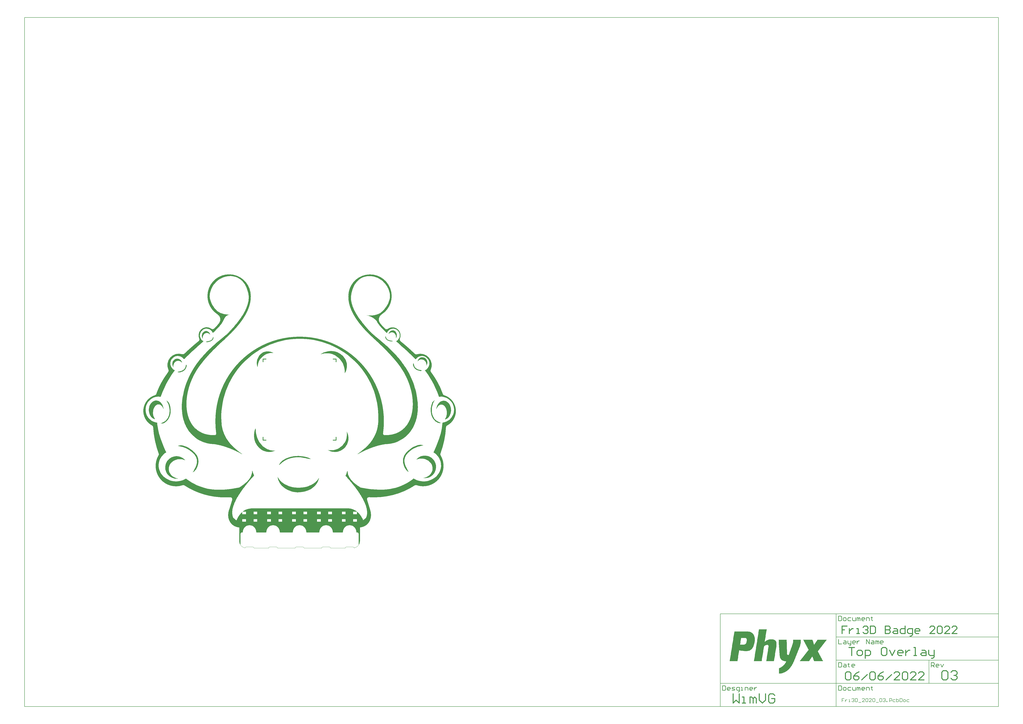
<source format=gto>
G04*
G04 #@! TF.GenerationSoftware,Altium Limited,Altium Designer,22.6.0 (29)*
G04*
G04 Layer_Color=65535*
%FSLAX25Y25*%
%MOIN*%
G70*
G04*
G04 #@! TF.SameCoordinates,2F1E6D50-AEE9-41E4-90EB-1875A1A680C2*
G04*
G04*
G04 #@! TF.FilePolarity,Positive*
G04*
G01*
G75*
%ADD10C,0.01181*%
%ADD11C,0.00787*%
%ADD12C,0.01575*%
%ADD13C,0.00591*%
%ADD14C,0.00394*%
%ADD15C,0.00984*%
G36*
X-119337Y464393D02*
X-118809Y464385D01*
X-118282Y464369D01*
X-117754Y464345D01*
X-117227Y464315D01*
X-116700Y464276D01*
X-116174Y464230D01*
X-115649Y464176D01*
X-115125Y464115D01*
X-114601Y464046D01*
X-114079Y463970D01*
X-113558Y463886D01*
X-113038Y463794D01*
X-112519Y463696D01*
X-112002Y463589D01*
X-111486Y463476D01*
X-110972Y463354D01*
X-110460Y463226D01*
X-109950Y463090D01*
X-109442Y462947D01*
X-108936Y462796D01*
X-108432Y462638D01*
X-107930Y462473D01*
X-107431Y462301D01*
X-106935Y462121D01*
X-106441Y461935D01*
X-105949Y461741D01*
X-105461Y461541D01*
X-104976Y461333D01*
X-104493Y461118D01*
X-104014Y460896D01*
X-103538Y460668D01*
X-103066Y460432D01*
X-102596Y460190D01*
X-102131Y459941D01*
X-101669Y459686D01*
X-101210Y459424D01*
X-100756Y459155D01*
X-100305Y458880D01*
X-99859Y458598D01*
X-99416Y458310D01*
X-98978Y458015D01*
X-98544Y457715D01*
X-98115Y457408D01*
X-97689Y457094D01*
X-97269Y456775D01*
X-96853Y456450D01*
X-96442Y456119D01*
X-96035Y455782D01*
X-95634Y455439D01*
X-95237Y455090D01*
X-94846Y454736D01*
X-94460Y454376D01*
X-94079Y454010D01*
X-93703Y453639D01*
X-93332Y453263D01*
X-92967Y452881D01*
X-92608Y452494D01*
X-92254Y452103D01*
X-91906Y451706D01*
X-91564Y451304D01*
X-91228Y450897D01*
X-90897Y450485D01*
X-90572Y450069D01*
X-90254Y449648D01*
X-89941Y449222D01*
X-89635Y448792D01*
X-89335Y448358D01*
X-89041Y447919D01*
X-88753Y447476D01*
X-88472Y447029D01*
X-88198Y446578D01*
X-87929Y446123D01*
X-87668Y445665D01*
X-87413Y445202D01*
X-87165Y444736D01*
X-86923Y444267D01*
X-86689Y443794D01*
X-86461Y443317D01*
X-86240Y442838D01*
X-86026Y442355D01*
X-85819Y441869D01*
X-85619Y441381D01*
X-85426Y440889D01*
X-85240Y440395D01*
X-85061Y439898D01*
X-84890Y439399D01*
X-84725Y438897D01*
X-84569Y438393D01*
X-84419Y437887D01*
X-84276Y437378D01*
X-84141Y436868D01*
X-84013Y436356D01*
X-83893Y435842D01*
X-83780Y435326D01*
X-83674Y434808D01*
X-83576Y434290D01*
X-83486Y433769D01*
X-83403Y433248D01*
X-83327Y432725D01*
X-83259Y432202D01*
X-83198Y431677D01*
X-83145Y431152D01*
X-83100Y430626D01*
X-83062Y430099D01*
X-83032Y429572D01*
X-83010Y429045D01*
X-82995Y428517D01*
X-82987Y427989D01*
X-82987Y427725D01*
X-82987D01*
X-82987Y427725D01*
X-82987Y427030D01*
X-82982Y426808D01*
X-82977Y426362D01*
X-82976Y425916D01*
X-82979Y425471D01*
X-82987Y425025D01*
X-83000Y424580D01*
X-83016Y424134D01*
X-83038Y423689D01*
X-83064Y423244D01*
X-83094Y422800D01*
X-83128Y422355D01*
X-83167Y421911D01*
X-83189Y421690D01*
X-83213Y421449D01*
X-83265Y420968D01*
X-83321Y420488D01*
X-83382Y420009D01*
X-83448Y419530D01*
X-83518Y419052D01*
X-83593Y418574D01*
X-83672Y418097D01*
X-83756Y417621D01*
X-83844Y417146D01*
X-83937Y416672D01*
X-84034Y416198D01*
X-84085Y415962D01*
X-84141Y415704D01*
X-84257Y415189D01*
X-84377Y414675D01*
X-84502Y414162D01*
X-84632Y413650D01*
X-84766Y413139D01*
X-84904Y412630D01*
X-85047Y412122D01*
X-85195Y411615D01*
X-85347Y411109D01*
X-85504Y410605D01*
X-85665Y410103D01*
X-85747Y409852D01*
X-85838Y409577D01*
X-86024Y409028D01*
X-86215Y408480D01*
X-86410Y407935D01*
X-86610Y407390D01*
X-86814Y406848D01*
X-87022Y406307D01*
X-87235Y405768D01*
X-87453Y405231D01*
X-87674Y404695D01*
X-87900Y404161D01*
X-88131Y403629D01*
X-88377Y403073D01*
X-88640Y402490D01*
X-88907Y401910D01*
X-89179Y401332D01*
X-89455Y400756D01*
X-89735Y400182D01*
X-90019Y399610D01*
X-90308Y399041D01*
X-90601Y398473D01*
X-90898Y397908D01*
X-91199Y397345D01*
X-91504Y396784D01*
X-91659Y396504D01*
X-91830Y396196D01*
X-92176Y395582D01*
X-92526Y394970D01*
X-92880Y394360D01*
X-93238Y393752D01*
X-93600Y393147D01*
X-93967Y392545D01*
X-94337Y391945D01*
X-94711Y391347D01*
X-95090Y390752D01*
X-95472Y390160D01*
X-95858Y389570D01*
X-96053Y389277D01*
X-96269Y388952D01*
X-96704Y388306D01*
X-97142Y387663D01*
X-97585Y387022D01*
X-98032Y386383D01*
X-98482Y385748D01*
X-98936Y385115D01*
X-99394Y384485D01*
X-99856Y383858D01*
X-100322Y383234D01*
X-100791Y382612D01*
X-101264Y381993D01*
X-101503Y381685D01*
X-101766Y381345D01*
X-102296Y380668D01*
X-102830Y379994D01*
X-103367Y379323D01*
X-103908Y378654D01*
X-104452Y377989D01*
X-105000Y377326D01*
X-105552Y376666D01*
X-106107Y376010D01*
X-106666Y375356D01*
X-107229Y374706D01*
X-107795Y374058D01*
X-108077Y373739D01*
X-108079Y373736D01*
X-108079Y373736D01*
X-108079Y373736D01*
X-108476Y373289D01*
X-109275Y372400D01*
X-110078Y371516D01*
X-110886Y370636D01*
X-111699Y369760D01*
X-112517Y368889D01*
X-113340Y368023D01*
X-114168Y367161D01*
X-115000Y366303D01*
X-115837Y365450D01*
X-116679Y364602D01*
X-117525Y363759D01*
X-118376Y362920D01*
X-119231Y362086D01*
X-120092Y361256D01*
X-120956Y360432D01*
X-121826Y359612D01*
X-122699Y358797D01*
X-123578Y357986D01*
X-124460Y357181D01*
X-124904Y356781D01*
X-124904D01*
X-124904Y356781D01*
X-129908Y352230D01*
X-130542Y351646D01*
X-131807Y350474D01*
X-133068Y349297D01*
X-134326Y348117D01*
X-135579Y346932D01*
X-136828Y345742D01*
X-138073Y344549D01*
X-139313Y343351D01*
X-139932Y342750D01*
X-139932Y342750D01*
Y342750D01*
X-144867Y337869D01*
X-145475Y337257D01*
X-146687Y336027D01*
X-147893Y334792D01*
X-149094Y333551D01*
X-149692Y332928D01*
X-149987Y332620D01*
X-150576Y332002D01*
X-151163Y331383D01*
X-151749Y330763D01*
X-152333Y330140D01*
X-152916Y329517D01*
X-153497Y328891D01*
X-154076Y328264D01*
X-154365Y327951D01*
X-154648Y327642D01*
X-155213Y327023D01*
X-155777Y326403D01*
X-156338Y325781D01*
X-156898Y325157D01*
X-157456Y324532D01*
X-158012Y323905D01*
X-158566Y323276D01*
X-158842Y322961D01*
X-158842Y322961D01*
Y322961D01*
X-159111Y322654D01*
X-159647Y322037D01*
X-160181Y321419D01*
X-160713Y320799D01*
X-161243Y320177D01*
X-161771Y319553D01*
X-162296Y318927D01*
X-162820Y318300D01*
X-163080Y317985D01*
X-163410Y317587D01*
X-164066Y316788D01*
X-164718Y315985D01*
X-165365Y315178D01*
X-166007Y314367D01*
X-166644Y313553D01*
X-167276Y312735D01*
X-167904Y311913D01*
X-168527Y311087D01*
X-169145Y310258D01*
X-169757Y309425D01*
X-170366Y308589D01*
X-170668Y308170D01*
X-170903Y307839D01*
X-171371Y307175D01*
X-171834Y306507D01*
X-172292Y305837D01*
X-172746Y305164D01*
X-173196Y304487D01*
X-173641Y303808D01*
X-174081Y303125D01*
X-174517Y302440D01*
X-174948Y301751D01*
X-175374Y301060D01*
X-175795Y300366D01*
X-176213Y299669D01*
X-176625Y298969D01*
X-177032Y298267D01*
X-177435Y297561D01*
X-177833Y296853D01*
X-178226Y296143D01*
X-178614Y295429D01*
X-178998Y294713D01*
X-179188Y294354D01*
X-179188Y294354D01*
X-179188Y294354D01*
X-179389Y293973D01*
X-179787Y293208D01*
X-180179Y292439D01*
X-180566Y291668D01*
X-180947Y290894D01*
X-181322Y290118D01*
X-181691Y289338D01*
X-182055Y288556D01*
X-182412Y287771D01*
X-182764Y286984D01*
X-183110Y286193D01*
X-183451Y285401D01*
X-183785Y284606D01*
X-184114Y283808D01*
X-184436Y283008D01*
X-184753Y282206D01*
X-185063Y281401D01*
X-185368Y280594D01*
X-185667Y279785D01*
X-185959Y278974D01*
X-186246Y278160D01*
X-186527Y277344D01*
X-186801Y276527D01*
X-187070Y275707D01*
X-187332Y274885D01*
X-187589Y274062D01*
X-187839Y273236D01*
X-188083Y272409D01*
X-188321Y271580D01*
X-188553Y270749D01*
X-188779Y269917D01*
X-188998Y269082D01*
X-189212Y268247D01*
X-189419Y267409D01*
X-189620Y266570D01*
X-189814Y265730D01*
X-189909Y265309D01*
X-189988Y264954D01*
X-190141Y264242D01*
X-190289Y263529D01*
X-190431Y262815D01*
X-190569Y262100D01*
X-190701Y261383D01*
X-190828Y260666D01*
X-190950Y259948D01*
X-191067Y259230D01*
X-191179Y258510D01*
X-191285Y257789D01*
X-191386Y257068D01*
X-191482Y256346D01*
X-191573Y255624D01*
X-191659Y254901D01*
X-191739Y254177D01*
X-191814Y253452D01*
X-191884Y252728D01*
X-191949Y252002D01*
X-192008Y251276D01*
X-192036Y250913D01*
X-192036D01*
X-192036Y250913D01*
X-192061Y250570D01*
X-192107Y249883D01*
X-192148Y249196D01*
X-192183Y248508D01*
X-192212Y247820D01*
X-192236Y247132D01*
X-192254Y246444D01*
X-192267Y245755D01*
X-192274Y245067D01*
X-192276Y244378D01*
X-192272Y243689D01*
X-192262Y243001D01*
X-192247Y242313D01*
X-192227Y241624D01*
X-192200Y240936D01*
X-192168Y240248D01*
X-192131Y239561D01*
X-192088Y238874D01*
X-192039Y238187D01*
X-191985Y237501D01*
X-191956Y237158D01*
X-191927Y236836D01*
X-191866Y236192D01*
X-191798Y235549D01*
X-191724Y234907D01*
X-191644Y234265D01*
X-191558Y233625D01*
X-191466Y232985D01*
X-191368Y232346D01*
X-191263Y231708D01*
X-191153Y231071D01*
X-191037Y230435D01*
X-190914Y229800D01*
X-190786Y229167D01*
X-190651Y228534D01*
X-190511Y227903D01*
X-190364Y227274D01*
X-190212Y226645D01*
X-190054Y226019D01*
X-189889Y225394D01*
X-189719Y224770D01*
X-189632Y224459D01*
X-189548Y224166D01*
X-189376Y223583D01*
X-189198Y223002D01*
X-189012Y222423D01*
X-188820Y221846D01*
X-188622Y221271D01*
X-188417Y220699D01*
X-188206Y220129D01*
X-187988Y219562D01*
X-187763Y218996D01*
X-187532Y218434D01*
X-187295Y217874D01*
X-187052Y217317D01*
X-186802Y216763D01*
X-186546Y216212D01*
X-186283Y215663D01*
X-186015Y215118D01*
X-185740Y214576D01*
X-185459Y214036D01*
X-185171Y213500D01*
X-185026Y213234D01*
X-184892Y212988D01*
X-184619Y212498D01*
X-184340Y212013D01*
X-184054Y211531D01*
X-183762Y211054D01*
X-183463Y210580D01*
X-183158Y210110D01*
X-182846Y209645D01*
X-182528Y209184D01*
X-182203Y208728D01*
X-181873Y208276D01*
X-181536Y207828D01*
X-181193Y207385D01*
X-180844Y206947D01*
X-180489Y206514D01*
X-180128Y206086D01*
X-179762Y205662D01*
X-179389Y205244D01*
X-179011Y204831D01*
X-178627Y204423D01*
X-178238Y204021D01*
X-177843Y203623D01*
X-177443Y203232D01*
X-177037Y202845D01*
X-176627Y202465D01*
X-176210Y202090D01*
X-175789Y201720D01*
X-175363Y201357D01*
X-174932Y200999D01*
X-174496Y200648D01*
X-174056Y200302D01*
X-173610Y199962D01*
X-173160Y199629D01*
X-172706Y199302D01*
X-172247Y198981D01*
X-171783Y198666D01*
X-171316Y198358D01*
X-170844Y198056D01*
X-170368Y197761D01*
X-169888Y197472D01*
X-169404Y197190D01*
X-168917Y196914D01*
X-168426Y196645D01*
X-167930Y196383D01*
X-167432Y196128D01*
X-166930Y195880D01*
X-166425Y195638D01*
X-165916Y195404D01*
X-165404Y195176D01*
X-164889Y194956D01*
X-164372Y194743D01*
X-163851Y194536D01*
X-163327Y194337D01*
X-162801Y194145D01*
X-162273Y193960D01*
X-161741Y193783D01*
X-161208Y193613D01*
X-160672Y193450D01*
X-160134Y193295D01*
X-159594Y193147D01*
X-159052Y193006D01*
X-158508Y192873D01*
X-157962Y192747D01*
X-157414Y192629D01*
X-157140Y192572D01*
X-156868Y192515D01*
X-156324Y192404D01*
X-155778Y192300D01*
X-155231Y192200D01*
X-154684Y192106D01*
X-154135Y192018D01*
X-153586Y191936D01*
X-153035Y191859D01*
X-152485Y191787D01*
X-151933Y191722D01*
X-151380Y191662D01*
X-150828Y191607D01*
X-150274Y191559D01*
X-149720Y191515D01*
X-149166Y191478D01*
X-148611Y191446D01*
X-148056Y191420D01*
X-147501Y191400D01*
X-146945Y191385D01*
X-146390Y191376D01*
X-145834Y191373D01*
X-145279Y191375D01*
X-144723Y191383D01*
X-144168Y191397D01*
X-143890Y191406D01*
X-143822Y191409D01*
X-143686Y191421D01*
X-143551Y191441D01*
X-143418Y191467D01*
X-143286Y191501D01*
X-143155Y191541D01*
X-143028Y191588D01*
X-142902Y191641D01*
X-142780Y191702D01*
X-142661Y191768D01*
X-142546Y191841D01*
X-142435Y191919D01*
X-142327Y192004D01*
X-142225Y192093D01*
X-142128Y192189D01*
X-142035Y192288D01*
X-141991Y192340D01*
X-141948Y192393D01*
X-141866Y192502D01*
X-141791Y192616D01*
X-141721Y192733D01*
X-141658Y192853D01*
X-141601Y192977D01*
X-141550Y193104D01*
X-141507Y193233D01*
X-141470Y193364D01*
X-141440Y193497D01*
X-141417Y193631D01*
X-141401Y193766D01*
X-141392Y193902D01*
X-141391Y194039D01*
X-141396Y194175D01*
X-141409Y194310D01*
X-141418Y194378D01*
X-141418Y194378D01*
X-141487Y194873D01*
X-141618Y195863D01*
X-141742Y196854D01*
X-141860Y197846D01*
X-141970Y198839D01*
X-142074Y199833D01*
X-142171Y200827D01*
X-142261Y201822D01*
X-142344Y202818D01*
X-142421Y203814D01*
X-142490Y204811D01*
X-142553Y205808D01*
X-142609Y206805D01*
X-142658Y207803D01*
X-142700Y208801D01*
X-142735Y209800D01*
X-142763Y210798D01*
X-142784Y211797D01*
X-142799Y212796D01*
X-142806Y213795D01*
X-142807Y214295D01*
X-142812Y214817D01*
X-142814Y215863D01*
X-142809Y216909D01*
X-142797Y217954D01*
X-142777Y219000D01*
X-142749Y220045D01*
X-142713Y221090D01*
X-142670Y222135D01*
X-142619Y223179D01*
X-142560Y224223D01*
X-142494Y225267D01*
X-142420Y226310D01*
X-142339Y227352D01*
X-142250Y228394D01*
X-142153Y229435D01*
X-142049Y230476D01*
X-141937Y231515D01*
X-141817Y232554D01*
X-141690Y233592D01*
X-141556Y234629D01*
X-141413Y235665D01*
X-141263Y236700D01*
X-141106Y237733D01*
X-140941Y238766D01*
X-140769Y239797D01*
X-140588Y240827D01*
X-140401Y241856D01*
X-140206Y242883D01*
X-140003Y243909D01*
X-139793Y244933D01*
X-139575Y245956D01*
X-139350Y246977D01*
X-139118Y247997D01*
X-138877Y249014D01*
X-138630Y250030D01*
X-138375Y251044D01*
X-138113Y252057D01*
X-137843Y253067D01*
X-137566Y254075D01*
X-137282Y255081D01*
X-136990Y256085D01*
X-136690Y257087D01*
X-136384Y258087D01*
X-136070Y259085D01*
X-135749Y260080D01*
X-135421Y261072D01*
X-135085Y262063D01*
X-134742Y263051D01*
X-134392Y264036D01*
X-134035Y265019D01*
X-133670Y265999D01*
X-133299Y266976D01*
X-132920Y267951D01*
X-132534Y268922D01*
X-132141Y269891D01*
X-131741Y270858D01*
X-131334Y271821D01*
X-130920Y272781D01*
X-130499Y273738D01*
X-130070Y274692D01*
X-129635Y275642D01*
X-129193Y276590D01*
X-128744Y277534D01*
X-128288Y278475D01*
X-127825Y279413D01*
X-127356Y280347D01*
X-126879Y281278D01*
X-126396Y282205D01*
X-125906Y283129D01*
X-125409Y284049D01*
X-124906Y284966D01*
X-124396Y285878D01*
X-123879Y286787D01*
X-123355Y287692D01*
X-122825Y288594D01*
X-122288Y289491D01*
X-121745Y290385D01*
X-121195Y291274D01*
X-120639Y292160D01*
X-120076Y293041D01*
X-119507Y293918D01*
X-118932Y294791D01*
X-118350Y295660D01*
X-117761Y296524D01*
X-117167Y297384D01*
X-116566Y298240D01*
X-115959Y299091D01*
X-115346Y299938D01*
X-114726Y300781D01*
X-114100Y301619D01*
X-113469Y302452D01*
X-112831Y303280D01*
X-112187Y304104D01*
X-111537Y304923D01*
X-110881Y305738D01*
X-110219Y306547D01*
X-109552Y307352D01*
X-108878Y308152D01*
X-108198Y308946D01*
X-107513Y309736D01*
X-106822Y310521D01*
X-106126Y311301D01*
X-105423Y312075D01*
X-104715Y312845D01*
X-104001Y313609D01*
X-103282Y314368D01*
X-102557Y315122D01*
X-101827Y315870D01*
X-101091Y316613D01*
X-100350Y317351D01*
X-99604Y318083D01*
X-98852Y318810D01*
X-98095Y319531D01*
X-97332Y320246D01*
X-96565Y320956D01*
X-95792Y321661D01*
X-95014Y322359D01*
X-94231Y323052D01*
X-93443Y323740D01*
X-92650Y324421D01*
X-91852Y325097D01*
X-91049Y325766D01*
X-90241Y326430D01*
X-89428Y327088D01*
X-88611Y327740D01*
X-87788Y328386D01*
X-86962Y329026D01*
X-86130Y329660D01*
X-85294Y330288D01*
X-84453Y330910D01*
X-83608Y331525D01*
X-82758Y332134D01*
X-81903Y332737D01*
X-81045Y333334D01*
X-80182Y333925D01*
X-79315Y334509D01*
X-78443Y335086D01*
X-77567Y335658D01*
X-76688Y336223D01*
X-75804Y336781D01*
X-74915Y337333D01*
X-74023Y337879D01*
X-73127Y338418D01*
X-72227Y338950D01*
X-71776Y339213D01*
X-71324Y339476D01*
X-70416Y339995D01*
X-69504Y340508D01*
X-68589Y341014D01*
X-67671Y341513D01*
X-66748Y342005D01*
X-65822Y342491D01*
X-64893Y342969D01*
X-63959Y343442D01*
X-63023Y343907D01*
X-62083Y344365D01*
X-61140Y344816D01*
X-60194Y345261D01*
X-59244Y345698D01*
X-58291Y346129D01*
X-57335Y346553D01*
X-56376Y346969D01*
X-55414Y347379D01*
X-54449Y347781D01*
X-53481Y348177D01*
X-52510Y348565D01*
X-51536Y348946D01*
X-50560Y349321D01*
X-49581Y349688D01*
X-48599Y350047D01*
X-47614Y350400D01*
X-46628Y350745D01*
X-45638Y351083D01*
X-44646Y351414D01*
X-43652Y351738D01*
X-42655Y352054D01*
X-41656Y352363D01*
X-40655Y352665D01*
X-39652Y352959D01*
X-38646Y353246D01*
X-37639Y353526D01*
X-36629Y353798D01*
X-35618Y354063D01*
X-34604Y354321D01*
X-33589Y354571D01*
X-32572Y354814D01*
X-31553Y355049D01*
X-30532Y355276D01*
X-29510Y355497D01*
X-28486Y355709D01*
X-27461Y355915D01*
X-26434Y356112D01*
X-25406Y356303D01*
X-24377Y356485D01*
X-23346Y356661D01*
X-22314Y356828D01*
X-21280Y356988D01*
X-20246Y357141D01*
X-19210Y357286D01*
X-18174Y357423D01*
X-17136Y357553D01*
X-16098Y357675D01*
X-15058Y357789D01*
X-14018Y357896D01*
X-12977Y357996D01*
X-11936Y358087D01*
X-10893Y358171D01*
X-9850Y358248D01*
X-8807Y358317D01*
X-7763Y358378D01*
X-6719Y358431D01*
X-5674Y358477D01*
X-4629Y358516D01*
X-3584Y358546D01*
X-2539Y358569D01*
X-1493Y358584D01*
X-448Y358592D01*
X598Y358592D01*
X1643Y358584D01*
X2689Y358569D01*
X3734Y358546D01*
X4780Y358516D01*
X5825Y358477D01*
X6869Y358431D01*
X7914Y358378D01*
X8957Y358317D01*
X10001Y358248D01*
X11044Y358171D01*
X12086Y358087D01*
X13127Y357996D01*
X14168Y357896D01*
X15209Y357789D01*
X16248Y357675D01*
X17286Y357553D01*
X18324Y357423D01*
X19361Y357286D01*
X20396Y357141D01*
X21430Y356988D01*
X22464Y356828D01*
X23496Y356661D01*
X24527Y356485D01*
X25556Y356303D01*
X26585Y356112D01*
X27611Y355915D01*
X28637Y355709D01*
X29660Y355497D01*
X30683Y355276D01*
X31703Y355049D01*
X32722Y354814D01*
X33739Y354571D01*
X34754Y354321D01*
X35768Y354063D01*
X36779Y353798D01*
X37789Y353526D01*
X38796Y353246D01*
X39802Y352959D01*
X40805Y352665D01*
X41807Y352363D01*
X42805Y352054D01*
X43802Y351738D01*
X44796Y351414D01*
X45788Y351083D01*
X46778Y350745D01*
X47765Y350400D01*
X48749Y350047D01*
X49731Y349688D01*
X50710Y349321D01*
X51686Y348946D01*
X52660Y348565D01*
X53631Y348177D01*
X54599Y347781D01*
X55564Y347379D01*
X56526Y346969D01*
X57485Y346553D01*
X58441Y346129D01*
X59394Y345698D01*
X60344Y345261D01*
X61290Y344816D01*
X62233Y344365D01*
X63173Y343907D01*
X64110Y343442D01*
X65043Y342969D01*
X65972Y342491D01*
X66898Y342005D01*
X67821Y341513D01*
X68740Y341014D01*
X69655Y340508D01*
X70566Y339995D01*
X71474Y339476D01*
X71926Y339213D01*
Y339213D01*
X71926Y339213D01*
X72378Y338950D01*
X73278Y338418D01*
X74174Y337879D01*
X75066Y337333D01*
X75954Y336781D01*
X76838Y336223D01*
X77718Y335658D01*
X78593Y335086D01*
X79465Y334509D01*
X80332Y333925D01*
X81195Y333334D01*
X82054Y332737D01*
X82908Y332134D01*
X83758Y331525D01*
X84603Y330910D01*
X85444Y330288D01*
X86280Y329660D01*
X87112Y329026D01*
X87939Y328386D01*
X88761Y327740D01*
X89578Y327088D01*
X90391Y326430D01*
X91199Y325766D01*
X92002Y325097D01*
X92800Y324421D01*
X93593Y323740D01*
X94381Y323052D01*
X95164Y322359D01*
X95942Y321661D01*
X96715Y320956D01*
X97483Y320246D01*
X98245Y319531D01*
X99002Y318810D01*
X99754Y318083D01*
X100501Y317351D01*
X101242Y316613D01*
X101977Y315870D01*
X102708Y315122D01*
X103432Y314368D01*
X104152Y313609D01*
X104865Y312845D01*
X105573Y312075D01*
X106276Y311301D01*
X106973Y310521D01*
X107664Y309736D01*
X108349Y308946D01*
X109028Y308152D01*
X109702Y307352D01*
X110370Y306547D01*
X111031Y305738D01*
X111687Y304923D01*
X112337Y304104D01*
X112981Y303280D01*
X113619Y302452D01*
X114251Y301619D01*
X114876Y300781D01*
X115496Y299938D01*
X116109Y299091D01*
X116716Y298240D01*
X117317Y297384D01*
X117912Y296524D01*
X118500Y295660D01*
X119082Y294791D01*
X119657Y293918D01*
X120227Y293041D01*
X120789Y292160D01*
X121345Y291274D01*
X121895Y290385D01*
X122439Y289491D01*
X122975Y288594D01*
X123505Y287692D01*
X124029Y286787D01*
X124546Y285878D01*
X125056Y284966D01*
X125559Y284049D01*
X126056Y283129D01*
X126546Y282205D01*
X127029Y281278D01*
X127506Y280347D01*
X127975Y279413D01*
X128438Y278475D01*
X128894Y277534D01*
X129343Y276590D01*
X129785Y275642D01*
X130220Y274692D01*
X130649Y273738D01*
X131070Y272781D01*
X131484Y271821D01*
X131891Y270858D01*
X132291Y269891D01*
X132684Y268922D01*
X133070Y267951D01*
X133449Y266976D01*
X133820Y265999D01*
X134185Y265019D01*
X134542Y264036D01*
X134892Y263051D01*
X135235Y262063D01*
X135571Y261072D01*
X135899Y260080D01*
X136220Y259085D01*
X136534Y258087D01*
X136841Y257087D01*
X137140Y256085D01*
X137432Y255081D01*
X137716Y254075D01*
X137993Y253067D01*
X138263Y252057D01*
X138525Y251044D01*
X138780Y250030D01*
X139028Y249014D01*
X139268Y247997D01*
X139500Y246977D01*
X139725Y245956D01*
X139943Y244933D01*
X140153Y243909D01*
X140356Y242883D01*
X140551Y241856D01*
X140739Y240827D01*
X140919Y239797D01*
X141091Y238766D01*
X141256Y237733D01*
X141414Y236700D01*
X141564Y235665D01*
X141706Y234629D01*
X141841Y233592D01*
X141968Y232554D01*
X142087Y231515D01*
X142199Y230476D01*
X142303Y229435D01*
X142400Y228394D01*
X142489Y227352D01*
X142570Y226310D01*
X142644Y225267D01*
X142710Y224223D01*
X142769Y223179D01*
X142820Y222135D01*
X142863Y221090D01*
X142899Y220045D01*
X142927Y219000D01*
X142947Y217954D01*
X142960Y216909D01*
X142965Y215863D01*
X142962Y214817D01*
X142957Y214295D01*
X142956Y213795D01*
X142949Y212796D01*
X142934Y211797D01*
X142913Y210798D01*
X142885Y209800D01*
X142850Y208801D01*
X142808Y207803D01*
X142759Y206805D01*
X142703Y205808D01*
X142640Y204811D01*
X142571Y203814D01*
X142495Y202818D01*
X142411Y201822D01*
X142321Y200827D01*
X142224Y199833D01*
X142121Y198839D01*
X142010Y197846D01*
X141892Y196854D01*
X141768Y195863D01*
X141637Y194873D01*
X141568Y194378D01*
X141559Y194310D01*
X141546Y194175D01*
X141541Y194039D01*
X141542Y193902D01*
X141551Y193766D01*
X141567Y193631D01*
X141590Y193497D01*
X141620Y193364D01*
X141657Y193233D01*
X141700Y193104D01*
X141751Y192977D01*
X141808Y192853D01*
X141871Y192733D01*
X141941Y192616D01*
X142016Y192502D01*
X142098Y192393D01*
X142141Y192340D01*
X142141D01*
X142185Y192288D01*
X142278Y192189D01*
X142375Y192093D01*
X142478Y192004D01*
X142585Y191919D01*
X142696Y191841D01*
X142811Y191768D01*
X142930Y191702D01*
X143052Y191641D01*
X143178Y191588D01*
X143306Y191541D01*
X143436Y191501D01*
X143568Y191467D01*
X143702Y191441D01*
X143836Y191421D01*
X143972Y191409D01*
X144040Y191406D01*
X144318Y191397D01*
X144873Y191383D01*
X145429Y191375D01*
X145984Y191373D01*
X146540Y191376D01*
X147096Y191385D01*
X147651Y191400D01*
X148206Y191420D01*
X148761Y191446D01*
X149316Y191478D01*
X149870Y191515D01*
X150424Y191559D01*
X150978Y191607D01*
X151531Y191662D01*
X152083Y191722D01*
X152635Y191787D01*
X153186Y191859D01*
X153736Y191936D01*
X154285Y192018D01*
X154834Y192106D01*
X155382Y192200D01*
X155928Y192300D01*
X156474Y192404D01*
X157018Y192515D01*
X157290Y192572D01*
X157559Y192628D01*
X158096Y192745D01*
X158631Y192868D01*
X159165Y192999D01*
X159697Y193138D01*
X160227Y193283D01*
X160754Y193435D01*
X161280Y193595D01*
X161804Y193761D01*
X162325Y193934D01*
X162844Y194115D01*
X163361Y194302D01*
X163874Y194496D01*
X164386Y194697D01*
X164894Y194905D01*
X165400Y195120D01*
X165903Y195342D01*
X166402Y195570D01*
X166899Y195805D01*
X167393Y196046D01*
X167883Y196295D01*
X168370Y196549D01*
X168853Y196811D01*
X169333Y197078D01*
X169809Y197352D01*
X170281Y197633D01*
X170750Y197919D01*
X171215Y198213D01*
X171676Y198512D01*
X172132Y198817D01*
X172585Y199128D01*
X173033Y199446D01*
X173477Y199769D01*
X173917Y200099D01*
X174352Y200434D01*
X174783Y200775D01*
X175209Y201122D01*
X175630Y201475D01*
X176047Y201833D01*
X176459Y202196D01*
X176866Y202566D01*
X177268Y202940D01*
X177665Y203320D01*
X178056Y203705D01*
X178250Y203900D01*
X178453Y204109D01*
X178854Y204532D01*
X179250Y204960D01*
X179640Y205394D01*
X180024Y205832D01*
X180402Y206276D01*
X180773Y206725D01*
X181139Y207178D01*
X181499Y207637D01*
X181853Y208100D01*
X182200Y208568D01*
X182541Y209041D01*
X182876Y209518D01*
X183204Y210000D01*
X183526Y210486D01*
X183841Y210977D01*
X184149Y211471D01*
X184451Y211970D01*
X184746Y212473D01*
X185034Y212979D01*
X185176Y213234D01*
X185322Y213500D01*
X185609Y214036D01*
X185890Y214576D01*
X186165Y215118D01*
X186433Y215663D01*
X186696Y216212D01*
X186952Y216763D01*
X187202Y217317D01*
X187445Y217874D01*
X187683Y218434D01*
X187914Y218996D01*
X188138Y219562D01*
X188356Y220129D01*
X188567Y220699D01*
X188772Y221271D01*
X188971Y221846D01*
X189162Y222423D01*
X189348Y223002D01*
X189526Y223583D01*
X189698Y224166D01*
X189782Y224459D01*
X189869Y224770D01*
X190040Y225394D01*
X190204Y226019D01*
X190362Y226645D01*
X190515Y227274D01*
X190661Y227903D01*
X190802Y228534D01*
X190936Y229167D01*
X191064Y229800D01*
X191187Y230435D01*
X191303Y231071D01*
X191413Y231708D01*
X191518Y232346D01*
X191616Y232985D01*
X191708Y233625D01*
X191794Y234265D01*
X191874Y234907D01*
X191948Y235549D01*
X192016Y236192D01*
X192078Y236836D01*
X192106Y237158D01*
X192106D01*
X192135Y237501D01*
X192189Y238187D01*
X192238Y238874D01*
X192281Y239561D01*
X192318Y240248D01*
X192350Y240936D01*
X192377Y241624D01*
X192397Y242313D01*
X192413Y243001D01*
X192422Y243689D01*
X192426Y244378D01*
X192425Y245067D01*
X192418Y245755D01*
X192405Y246444D01*
X192386Y247132D01*
X192363Y247820D01*
X192333Y248508D01*
X192298Y249196D01*
X192257Y249883D01*
X192211Y250570D01*
X192186Y250913D01*
X192158Y251276D01*
X192099Y252002D01*
X192034Y252728D01*
X191964Y253452D01*
X191889Y254177D01*
X191809Y254901D01*
X191723Y255624D01*
X191632Y256346D01*
X191536Y257068D01*
X191435Y257789D01*
X191329Y258510D01*
X191217Y259229D01*
X191100Y259948D01*
X190978Y260666D01*
X190851Y261383D01*
X190719Y262100D01*
X190581Y262815D01*
X190439Y263529D01*
X190291Y264242D01*
X190138Y264954D01*
X190060Y265309D01*
X189959Y265753D01*
X189751Y266638D01*
X189537Y267522D01*
X189316Y268405D01*
X189089Y269285D01*
X188855Y270164D01*
X188613Y271041D01*
X188366Y271916D01*
X188111Y272789D01*
X187850Y273661D01*
X187582Y274530D01*
X187307Y275397D01*
X187026Y276262D01*
X186738Y277125D01*
X186444Y277985D01*
X186143Y278843D01*
X185835Y279699D01*
X185521Y280553D01*
X185200Y281404D01*
X184872Y282252D01*
X184538Y283098D01*
X184198Y283942D01*
X183851Y284783D01*
X183498Y285621D01*
X183138Y286456D01*
X182772Y287289D01*
X182400Y288118D01*
X182021Y288945D01*
X181636Y289769D01*
X181244Y290590D01*
X180846Y291408D01*
X180442Y292223D01*
X180032Y293034D01*
X179615Y293843D01*
X179192Y294648D01*
X178763Y295450D01*
X178328Y296249D01*
X177887Y297044D01*
X177440Y297836D01*
X176986Y298625D01*
X176527Y299410D01*
X176061Y300191D01*
X175590Y300969D01*
X175113Y301743D01*
X174629Y302513D01*
X174140Y303280D01*
X173645Y304043D01*
X173144Y304802D01*
X172637Y305557D01*
X172125Y306309D01*
X171606Y307056D01*
X171082Y307799D01*
X170818Y308170D01*
X170595Y308478D01*
X170147Y309092D01*
X169695Y309705D01*
X169241Y310315D01*
X168785Y310923D01*
X168325Y311529D01*
X167862Y312133D01*
X167397Y312735D01*
X167163Y313035D01*
X166919Y313347D01*
X166429Y313969D01*
X165937Y314589D01*
X165442Y315207D01*
X164945Y315824D01*
X164446Y316438D01*
X163944Y317050D01*
X163439Y317661D01*
X163186Y317965D01*
Y317965D01*
X162924Y318279D01*
X162398Y318906D01*
X161870Y319531D01*
X161340Y320154D01*
X160809Y320775D01*
X160274Y321394D01*
X159738Y322012D01*
X159200Y322628D01*
X158930Y322935D01*
X158653Y323250D01*
X158097Y323878D01*
X157539Y324504D01*
X156979Y325129D01*
X156418Y325752D01*
X155855Y326374D01*
X155289Y326994D01*
X154723Y327612D01*
X154439Y327921D01*
X154149Y328234D01*
X153568Y328861D01*
X152986Y329486D01*
X152402Y330109D01*
X151817Y330731D01*
X151230Y331352D01*
X150641Y331971D01*
X150051Y332589D01*
X149755Y332897D01*
X149156Y333519D01*
X147954Y334760D01*
X146746Y335996D01*
X145533Y337226D01*
X144924Y337839D01*
X144924Y337840D01*
X139988Y342724D01*
X134990Y347525D01*
X134371Y348110D01*
X133130Y349278D01*
X131886Y350442D01*
X130639Y351603D01*
X129388Y352760D01*
X128135Y353913D01*
X126877Y355063D01*
X125616Y356209D01*
X124985Y356781D01*
Y356781D01*
X124597Y357130D01*
X123826Y357832D01*
X123057Y358538D01*
X122292Y359247D01*
X121529Y359959D01*
X120770Y360675D01*
X120014Y361393D01*
X119261Y362116D01*
X118512Y362841D01*
X117765Y363570D01*
X117022Y364302D01*
X116281Y365037D01*
X115913Y365406D01*
X115578Y365742D01*
X114912Y366416D01*
X114249Y367093D01*
X113589Y367774D01*
X112932Y368458D01*
X112279Y369145D01*
X111629Y369835D01*
X110983Y370529D01*
X110340Y371225D01*
X109700Y371925D01*
X109064Y372628D01*
X108431Y373334D01*
X108117Y373688D01*
X107831Y374010D01*
X107264Y374656D01*
X106700Y375305D01*
X106140Y375957D01*
X105583Y376612D01*
X105030Y377270D01*
X104480Y377932D01*
X103934Y378596D01*
X103392Y379263D01*
X102853Y379933D01*
X102318Y380606D01*
X101787Y381282D01*
X101523Y381621D01*
X101284Y381928D01*
X100810Y382546D01*
X100339Y383167D01*
X99872Y383790D01*
X99409Y384416D01*
X98950Y385045D01*
X98495Y385676D01*
X98043Y386311D01*
X97596Y386948D01*
X97152Y387588D01*
X96712Y388230D01*
X96276Y388876D01*
X96060Y389199D01*
X96060Y389199D01*
X96060D01*
X95864Y389493D01*
X95477Y390082D01*
X95094Y390673D01*
X94714Y391267D01*
X94339Y391864D01*
X93968Y392463D01*
X93601Y393065D01*
X93238Y393669D01*
X92879Y394276D01*
X92524Y394884D01*
X92173Y395496D01*
X91826Y396110D01*
X91655Y396418D01*
X91500Y396697D01*
X91193Y397257D01*
X90892Y397819D01*
X90594Y398384D01*
X90300Y398951D01*
X90011Y399520D01*
X89726Y400091D01*
X89445Y400665D01*
X89169Y401240D01*
X88897Y401818D01*
X88629Y402397D01*
X88365Y402979D01*
X88118Y403535D01*
X87887Y404067D01*
X87661Y404600D01*
X87439Y405135D01*
X87221Y405672D01*
X87008Y406210D01*
X86799Y406751D01*
X86594Y407293D01*
X86394Y407837D01*
X86199Y408382D01*
X86008Y408929D01*
X85821Y409478D01*
X85730Y409753D01*
X85730Y409753D01*
X85647Y410003D01*
X85486Y410505D01*
X85329Y411009D01*
X85177Y411514D01*
X85029Y412021D01*
X84886Y412529D01*
X84747Y413038D01*
X84613Y413548D01*
X84483Y414059D01*
X84358Y414572D01*
X84237Y415086D01*
X84121Y415600D01*
X84066Y415858D01*
X84006Y416130D01*
X83892Y416676D01*
X83786Y417222D01*
X83685Y417770D01*
X83591Y418319D01*
X83504Y418869D01*
X83423Y419421D01*
X83349Y419973D01*
X83281Y420526D01*
X83219Y421079D01*
X83164Y421634D01*
X83116Y422189D01*
X83074Y422744D01*
X83039Y423300D01*
X83010Y423856D01*
X82988Y424413D01*
X82973Y424970D01*
X82964Y425527D01*
X82961Y426084D01*
X82965Y426641D01*
X82971Y426919D01*
X82971Y427614D01*
X82971Y427878D01*
X82979Y428405D01*
X82994Y428933D01*
X83017Y429460D01*
X83047Y429986D01*
X83086Y430513D01*
X83131Y431038D01*
X83184Y431563D01*
X83245Y432087D01*
X83314Y432611D01*
X83389Y433133D01*
X83473Y433654D01*
X83564Y434173D01*
X83662Y434692D01*
X83768Y435209D01*
X83881Y435724D01*
X84002Y436238D01*
X84130Y436750D01*
X84265Y437259D01*
X84408Y437767D01*
X84558Y438273D01*
X84715Y438777D01*
X84879Y439278D01*
X85051Y439777D01*
X85230Y440274D01*
X85416Y440767D01*
X85609Y441258D01*
X85809Y441747D01*
X86016Y442232D01*
X86231Y442714D01*
X86452Y443193D01*
X86680Y443669D01*
X86914Y444141D01*
X87156Y444611D01*
X87404Y445076D01*
X87659Y445538D01*
X87921Y445996D01*
X88189Y446451D01*
X88463Y446901D01*
X88744Y447348D01*
X89032Y447790D01*
X89326Y448228D01*
X89626Y448662D01*
X89932Y449092D01*
X90245Y449517D01*
X90563Y449937D01*
X90888Y450353D01*
X91219Y450765D01*
X91555Y451171D01*
X91897Y451573D01*
X92245Y451969D01*
X92599Y452361D01*
X92958Y452747D01*
X93323Y453128D01*
X93693Y453504D01*
X94069Y453875D01*
X94450Y454240D01*
X94836Y454599D01*
X95227Y454953D01*
X95624Y455302D01*
X96025Y455644D01*
X96431Y455981D01*
X96842Y456312D01*
X97258Y456636D01*
X97679Y456955D01*
X98103Y457268D01*
X98533Y457575D01*
X98967Y457875D01*
X99405Y458169D01*
X99847Y458457D01*
X100293Y458738D01*
X100743Y459013D01*
X101198Y459282D01*
X101656Y459544D01*
X102118Y459799D01*
X102583Y460047D01*
X103052Y460289D01*
X103524Y460524D01*
X104000Y460752D01*
X104479Y460974D01*
X104961Y461188D01*
X105446Y461396D01*
X105934Y461596D01*
X106425Y461789D01*
X106919Y461976D01*
X107415Y462155D01*
X107914Y462327D01*
X108415Y462492D01*
X108919Y462649D01*
X109424Y462800D01*
X109932Y462943D01*
X110442Y463078D01*
X110954Y463207D01*
X111468Y463328D01*
X111983Y463441D01*
X112500Y463547D01*
X113018Y463646D01*
X113538Y463737D01*
X114058Y463821D01*
X114581Y463897D01*
X115104Y463966D01*
X115628Y464027D01*
X116153Y464080D01*
X116678Y464126D01*
X117205Y464165D01*
X117731Y464196D01*
X118258Y464219D01*
X118786Y464234D01*
X119313Y464243D01*
X119841Y464243D01*
X120369Y464236D01*
X120896Y464221D01*
X121423Y464199D01*
X121950Y464169D01*
X122476Y464131D01*
X123002Y464086D01*
X123527Y464034D01*
X124051Y463974D01*
X124574Y463906D01*
X125096Y463831D01*
X125618Y463748D01*
X126137Y463658D01*
X126656Y463560D01*
X127173Y463455D01*
X127688Y463342D01*
X128202Y463222D01*
X128714Y463095D01*
X129224Y462960D01*
X129733Y462818D01*
X130238Y462668D01*
X130742Y462511D01*
X131244Y462348D01*
X131743Y462177D01*
X132239Y461998D01*
X132734Y461813D01*
X133225Y461620D01*
X133713Y461421D01*
X134199Y461214D01*
X134681Y461000D01*
X135160Y460780D01*
X135637Y460553D01*
X136109Y460318D01*
X136579Y460077D01*
X137045Y459830D01*
X137507Y459575D01*
X137965Y459314D01*
X138420Y459047D01*
X138871Y458773D01*
X139318Y458492D01*
X139760Y458205D01*
X140199Y457912D01*
X140633Y457612D01*
X141063Y457306D01*
X141489Y456994D01*
X141910Y456676D01*
X142326Y456352D01*
X142738Y456022D01*
X143144Y455686D01*
X143546Y455344D01*
X143943Y454996D01*
X144335Y454643D01*
X144722Y454284D01*
X145104Y453920D01*
X145480Y453550D01*
X145851Y453175D01*
X146216Y452794D01*
X146576Y452409D01*
X146931Y452018D01*
X147280Y451622D01*
X147623Y451221D01*
X147960Y450815D01*
X148291Y450404D01*
X148616Y449989D01*
X148936Y449569D01*
X149249Y449144D01*
X149556Y448715D01*
X149857Y448282D01*
X150152Y447844D01*
X150440Y447402D01*
X150722Y446956D01*
X150997Y446506D01*
X151266Y446052D01*
X151528Y445595D01*
X151784Y445133D01*
X152033Y444668D01*
X152276Y444199D01*
X152511Y443727D01*
X152740Y443252D01*
X152962Y442773D01*
X153177Y442291D01*
X153385Y441806D01*
X153586Y441319D01*
X153683Y441073D01*
X153780Y440828D01*
X153967Y440334D01*
X154147Y439838D01*
X154319Y439340D01*
X154484Y438839D01*
X154643Y438335D01*
X154794Y437830D01*
X154937Y437322D01*
X155073Y436812D01*
X155202Y436301D01*
X155324Y435787D01*
X155438Y435272D01*
X155545Y434756D01*
X155644Y434237D01*
X155736Y433718D01*
X155820Y433197D01*
X155897Y432675D01*
X155966Y432152D01*
X156028Y431628D01*
X156082Y431103D01*
X156129Y430577D01*
X156168Y430051D01*
X156199Y429525D01*
X156223Y428997D01*
X156239Y428470D01*
X156248Y427943D01*
X156249Y427415D01*
X156242Y426887D01*
X156228Y426360D01*
X156207Y425833D01*
X156177Y425306D01*
X156140Y424780D01*
X156096Y424254D01*
X156044Y423729D01*
X155984Y423205D01*
X155917Y422681D01*
X155843Y422159D01*
X155760Y421638D01*
X155671Y421118D01*
X155574Y420599D01*
X155469Y420082D01*
X155357Y419566D01*
X155237Y419053D01*
X155111Y418540D01*
X154976Y418030D01*
X154835Y417522D01*
X154686Y417016D01*
X154530Y416511D01*
X154367Y416010D01*
X154196Y415511D01*
X154018Y415014D01*
X153833Y414520D01*
X153641Y414028D01*
X153443Y413540D01*
X153236Y413054D01*
X153024Y412571D01*
X152804Y412091D01*
X152577Y411615D01*
X152343Y411142D01*
X152103Y410672D01*
X151855Y410206D01*
X151602Y409744D01*
X151341Y409285D01*
X151074Y408830D01*
X150800Y408379D01*
X150520Y407932D01*
X150234Y407488D01*
X149941Y407050D01*
X149642Y406615D01*
X149337Y406185D01*
X149025Y405759D01*
X148707Y405337D01*
X148384Y404921D01*
X148054Y404509D01*
X147719Y404102D01*
X147377Y403699D01*
X147030Y403302D01*
X146677Y402910D01*
X146319Y402522D01*
X145955Y402140D01*
X145586Y401764D01*
X145211Y401392D01*
X144831Y401026D01*
X144445Y400666D01*
X144055Y400311D01*
X143659Y399962D01*
X143259Y399618D01*
X142853Y399281D01*
X142443Y398949D01*
X142028Y398623D01*
X141608Y398303D01*
X141184Y397990D01*
X140755Y397682D01*
X140322Y397381D01*
X139885Y397085D01*
X139444Y396797D01*
X139221Y396656D01*
Y396656D01*
X139221Y396656D01*
X139110Y396585D01*
X138891Y396441D01*
X138677Y396290D01*
X138466Y396135D01*
X138259Y395974D01*
X138056Y395808D01*
X137857Y395637D01*
X137663Y395460D01*
X137474Y395279D01*
X137289Y395093D01*
X137109Y394903D01*
X136934Y394708D01*
X136763Y394509D01*
X136598Y394305D01*
X136438Y394097D01*
X136284Y393886D01*
X136135Y393670D01*
X135991Y393451D01*
X135853Y393228D01*
X135721Y393002D01*
X135594Y392772D01*
X135474Y392539D01*
X135359Y392304D01*
X135251Y392065D01*
X135148Y391824D01*
X135052Y391580D01*
X134961Y391334D01*
X134878Y391086D01*
X134800Y390835D01*
X134729Y390583D01*
X134664Y390329D01*
X134606Y390073D01*
X134579Y389945D01*
X134554Y389816D01*
X134509Y389558D01*
X134470Y389299D01*
X134438Y389039D01*
X134413Y388778D01*
X134394Y388516D01*
X134382Y388254D01*
X134377Y387992D01*
X134378Y387730D01*
X134386Y387468D01*
X134400Y387207D01*
X134421Y386945D01*
X134449Y386684D01*
X134484Y386425D01*
X134525Y386166D01*
X134572Y385908D01*
X134626Y385651D01*
X134687Y385397D01*
X134754Y385143D01*
X134827Y384891D01*
X134907Y384642D01*
X134993Y384394D01*
X135085Y384149D01*
X135184Y383906D01*
X135289Y383666D01*
X135400Y383428D01*
X135516Y383193D01*
X135639Y382962D01*
X135768Y382733D01*
X135902Y382508D01*
X136042Y382287D01*
X136188Y382069D01*
X136262Y381961D01*
X136262D01*
X136262Y381961D01*
X136463Y381690D01*
X136868Y381152D01*
X137279Y380617D01*
X137695Y380086D01*
X138117Y379560D01*
X138543Y379038D01*
X138975Y378520D01*
X139412Y378007D01*
X139854Y377498D01*
X140301Y376993D01*
X140753Y376493D01*
X141210Y375997D01*
X141672Y375506D01*
X142139Y375020D01*
X142611Y374538D01*
X143088Y374061D01*
X143569Y373589D01*
X144055Y373122D01*
X144546Y372659D01*
X145041Y372202D01*
X145290Y371975D01*
X145349Y371923D01*
X145470Y371823D01*
X145595Y371728D01*
X145724Y371639D01*
X145857Y371555D01*
X145994Y371478D01*
X146133Y371406D01*
X146276Y371341D01*
X146422Y371282D01*
X146569Y371229D01*
X146719Y371182D01*
X146871Y371143D01*
X147025Y371109D01*
X147179Y371083D01*
X147335Y371063D01*
X147492Y371050D01*
X147648Y371044D01*
X147805Y371045D01*
X147962Y371052D01*
X148118Y371067D01*
X148274Y371088D01*
X148429Y371116D01*
X148582Y371150D01*
X148733Y371191D01*
X148883Y371239D01*
X149030Y371293D01*
X149175Y371354D01*
X149317Y371420D01*
X149456Y371493D01*
X149592Y371572D01*
X149724Y371657D01*
X149852Y371747D01*
X149915Y371794D01*
X150046Y371892D01*
X150312Y372080D01*
X150582Y372262D01*
X150857Y372436D01*
X151136Y372605D01*
X151419Y372766D01*
X151706Y372920D01*
X151997Y373068D01*
X152291Y373208D01*
X152588Y373341D01*
X152889Y373467D01*
X153192Y373585D01*
X153499Y373696D01*
X153807Y373800D01*
X154119Y373896D01*
X154432Y373984D01*
X154748Y374064D01*
X155066Y374137D01*
X155385Y374202D01*
X155706Y374260D01*
X156028Y374309D01*
X156351Y374351D01*
X156675Y374384D01*
X157000Y374410D01*
X157325Y374428D01*
X157651Y374438D01*
X157977Y374440D01*
X158302Y374434D01*
X158628Y374420D01*
X158953Y374398D01*
X159277Y374369D01*
X159601Y374331D01*
X159762Y374308D01*
X159921Y374285D01*
X160237Y374232D01*
X160551Y374171D01*
X160864Y374102D01*
X161175Y374026D01*
X161485Y373943D01*
X161792Y373853D01*
X162097Y373755D01*
X162400Y373650D01*
X162700Y373538D01*
X162997Y373419D01*
X163292Y373293D01*
X163583Y373161D01*
X163872Y373021D01*
X164156Y372874D01*
X164438Y372721D01*
X164715Y372562D01*
X164989Y372395D01*
X165259Y372222D01*
X165524Y372043D01*
X165786Y371858D01*
X166043Y371667D01*
X166295Y371469D01*
X166543Y371266D01*
X166785Y371057D01*
X167023Y370843D01*
X167256Y370622D01*
X167483Y370396D01*
X167705Y370165D01*
X167921Y369929D01*
X168132Y369688D01*
X168337Y369442D01*
X168536Y369191D01*
X168729Y368936D01*
X168916Y368676D01*
X169097Y368411D01*
X169272Y368143D01*
X169440Y367870D01*
X169602Y367594D01*
X169757Y367313D01*
X169906Y367030D01*
X170047Y366742D01*
X170182Y366452D01*
X170310Y366158D01*
X170431Y365862D01*
X170545Y365562D01*
X170652Y365260D01*
X170752Y364956D01*
X170845Y364649D01*
X170930Y364341D01*
X171008Y364030D01*
X171079Y363718D01*
X171142Y363404D01*
X171198Y363088D01*
X171246Y362771D01*
X171287Y362454D01*
X171304Y362294D01*
X171319Y362147D01*
X171342Y361851D01*
X171358Y361554D01*
X171368Y361258D01*
X171372Y360961D01*
X171368Y360664D01*
X171358Y360367D01*
X171342Y360070D01*
X171319Y359774D01*
X171289Y359479D01*
X171253Y359184D01*
X171211Y358891D01*
X171161Y358598D01*
X171106Y358306D01*
X171044Y358016D01*
X170975Y357727D01*
X170900Y357439D01*
X170819Y357154D01*
X170731Y356870D01*
X170637Y356589D01*
X170537Y356309D01*
X170431Y356032D01*
X170318Y355757D01*
X170200Y355485D01*
X170137Y355350D01*
X170137Y355350D01*
X170105Y355275D01*
X170045Y355122D01*
X169992Y354967D01*
X169946Y354810D01*
X169907Y354650D01*
X169876Y354490D01*
X169853Y354327D01*
X169837Y354164D01*
X169828Y354000D01*
X169827Y353837D01*
X169834Y353673D01*
X169848Y353509D01*
X169870Y353347D01*
X169899Y353186D01*
X169936Y353026D01*
X169980Y352868D01*
X170032Y352712D01*
X170090Y352559D01*
X170156Y352409D01*
X170228Y352262D01*
X170307Y352119D01*
X170393Y351979D01*
X170485Y351843D01*
X170583Y351712D01*
X170687Y351586D01*
X170797Y351464D01*
X170913Y351347D01*
X171033Y351237D01*
X171096Y351183D01*
X171096Y351183D01*
X175673Y347401D01*
X180457Y343340D01*
X185401Y339004D01*
X185833Y338619D01*
X186696Y337844D01*
X187555Y337067D01*
X188412Y336286D01*
X189266Y335503D01*
X190118Y334717D01*
X190966Y333927D01*
X191812Y333135D01*
X192655Y332339D01*
X193494Y331540D01*
X194332Y330739D01*
X195166Y329934D01*
X195582Y329531D01*
X195582D01*
X195641Y329475D01*
X195764Y329368D01*
X195891Y329267D01*
X196022Y329171D01*
X196158Y329082D01*
X196298Y328999D01*
X196442Y328922D01*
X196588Y328852D01*
X196738Y328789D01*
X196891Y328732D01*
X197046Y328683D01*
X197203Y328640D01*
X197361Y328605D01*
X197521Y328577D01*
X197683Y328556D01*
X197845Y328543D01*
X198007Y328537D01*
X198170Y328538D01*
X198333Y328547D01*
X198494Y328563D01*
X198655Y328586D01*
X198815Y328617D01*
X198973Y328655D01*
X199129Y328700D01*
X199207Y328725D01*
X199383Y328781D01*
X199736Y328887D01*
X200092Y328987D01*
X200450Y329079D01*
X200809Y329164D01*
X201170Y329243D01*
X201533Y329314D01*
X201896Y329379D01*
X202261Y329436D01*
X202627Y329486D01*
X202994Y329530D01*
X203361Y329566D01*
X203730Y329595D01*
X204098Y329617D01*
X204467Y329632D01*
X204837Y329640D01*
X205206Y329641D01*
X205575Y329634D01*
X205944Y329621D01*
X206313Y329600D01*
X206681Y329573D01*
X207049Y329538D01*
X207416Y329496D01*
X207782Y329447D01*
X208147Y329391D01*
X208511Y329328D01*
X208874Y329258D01*
X209235Y329181D01*
X209595Y329097D01*
X209953Y329006D01*
X210309Y328908D01*
X210663Y328804D01*
X211015Y328692D01*
X211365Y328574D01*
X211713Y328449D01*
X212058Y328318D01*
X212401Y328180D01*
X212740Y328035D01*
X213077Y327884D01*
X213411Y327726D01*
X213742Y327562D01*
X214070Y327391D01*
X214394Y327215D01*
X214715Y327031D01*
X215032Y326842D01*
X215346Y326647D01*
X215655Y326446D01*
X215961Y326239D01*
X216263Y326026D01*
X216561Y325807D01*
X216854Y325583D01*
X217143Y325353D01*
X217427Y325117D01*
X217707Y324876D01*
X217982Y324629D01*
X218253Y324378D01*
X218518Y324121D01*
X218779Y323859D01*
X219034Y323592D01*
X219284Y323321D01*
X219407Y323182D01*
X219529Y323044D01*
X219769Y322763D01*
X220003Y322477D01*
X220231Y322187D01*
X220454Y321893D01*
X220671Y321594D01*
X220883Y321291D01*
X221088Y320984D01*
X221288Y320673D01*
X221481Y320359D01*
X221669Y320040D01*
X221850Y319719D01*
X222025Y319393D01*
X222194Y319065D01*
X222356Y318733D01*
X222512Y318398D01*
X222661Y318060D01*
X222804Y317720D01*
X222941Y317376D01*
X223070Y317031D01*
X223193Y316682D01*
X223309Y316332D01*
X223419Y315979D01*
X223522Y315624D01*
X223618Y315268D01*
X223706Y314909D01*
X223788Y314549D01*
X223864Y314187D01*
X223932Y313824D01*
X223993Y313460D01*
X224047Y313095D01*
X224094Y312728D01*
X224133Y312361D01*
X224166Y311993D01*
X224192Y311625D01*
X224211Y311256D01*
X224222Y310887D01*
X224227Y310517D01*
X224224Y310148D01*
X224214Y309779D01*
X224197Y309410D01*
X224173Y309041D01*
X224142Y308673D01*
X224104Y308306D01*
X224058Y307939D01*
X224006Y307574D01*
X223947Y307209D01*
X223880Y306846D01*
X223807Y306484D01*
X223726Y306123D01*
X223639Y305765D01*
X223545Y305407D01*
X223444Y305052D01*
X223336Y304699D01*
X223221Y304348D01*
X223100Y303999D01*
X222972Y303653D01*
X222837Y303309D01*
X222696Y302967D01*
X222548Y302629D01*
X222471Y302461D01*
X222471Y302461D01*
X222438Y302389D01*
X222377Y302242D01*
X222323Y302093D01*
X222276Y301941D01*
X222236Y301788D01*
X222202Y301633D01*
X222176Y301477D01*
X222156Y301319D01*
X222144Y301161D01*
X222138Y301002D01*
X222140Y300844D01*
X222149Y300685D01*
X222165Y300527D01*
X222187Y300370D01*
X222217Y300214D01*
X222254Y300060D01*
X222297Y299907D01*
X222348Y299757D01*
X222405Y299609D01*
X222468Y299463D01*
X222538Y299321D01*
X222615Y299182D01*
X222697Y299046D01*
X222785Y298915D01*
X222832Y298850D01*
X223153Y298413D01*
X223792Y297536D01*
X224426Y296655D01*
X225054Y295771D01*
X225366Y295327D01*
X225677Y294884D01*
X226293Y293995D01*
X226904Y293101D01*
X227508Y292204D01*
X228108Y291303D01*
X228701Y290399D01*
X229289Y289490D01*
X229871Y288578D01*
X230159Y288120D01*
X230445Y287665D01*
X231011Y286751D01*
X231571Y285833D01*
X232123Y284911D01*
X232669Y283985D01*
X233208Y283055D01*
X233741Y282121D01*
X234267Y281184D01*
X234526Y280713D01*
X234698Y280402D01*
X235037Y279778D01*
X235373Y279153D01*
X235706Y278525D01*
X236035Y277896D01*
X236361Y277265D01*
X236683Y276632D01*
X237002Y275998D01*
X237317Y275361D01*
X237629Y274724D01*
X237937Y274084D01*
X238242Y273442D01*
X238393Y273121D01*
X238561Y272764D01*
X238891Y272048D01*
X239216Y271329D01*
X239536Y270609D01*
X239851Y269886D01*
X240161Y269161D01*
X240465Y268433D01*
X240765Y267704D01*
X241059Y266972D01*
X241348Y266238D01*
X241631Y265502D01*
X241910Y264764D01*
X242183Y264024D01*
X242450Y263282D01*
X242713Y262539D01*
X242970Y261793D01*
X243095Y261420D01*
X243095D01*
X243096Y261420D01*
X243122Y261341D01*
X243181Y261185D01*
X243247Y261032D01*
X243320Y260883D01*
X243400Y260737D01*
X243488Y260596D01*
X243582Y260458D01*
X243682Y260326D01*
X243789Y260198D01*
X243901Y260075D01*
X244020Y259959D01*
X244143Y259847D01*
X244272Y259742D01*
X244406Y259644D01*
X244545Y259552D01*
X244687Y259466D01*
X244834Y259387D01*
X244984Y259316D01*
X245138Y259252D01*
X245294Y259195D01*
X245373Y259170D01*
X245373Y259170D01*
Y259170D01*
X245598Y259103D01*
X246044Y258963D01*
X246489Y258815D01*
X246930Y258659D01*
X247369Y258496D01*
X247805Y258326D01*
X248239Y258148D01*
X248669Y257963D01*
X249096Y257771D01*
X249519Y257572D01*
X249940Y257365D01*
X250356Y257152D01*
X250769Y256932D01*
X251179Y256704D01*
X251584Y256470D01*
X251986Y256229D01*
X252383Y255981D01*
X252776Y255727D01*
X253165Y255466D01*
X253549Y255198D01*
X253929Y254924D01*
X254304Y254644D01*
X254674Y254357D01*
X255039Y254064D01*
X255399Y253766D01*
X255755Y253461D01*
X256105Y253150D01*
X256450Y252833D01*
X256789Y252510D01*
X257123Y252182D01*
X257451Y251848D01*
X257774Y251509D01*
X258091Y251164D01*
X258402Y250814D01*
X258707Y250459D01*
X259006Y250099D01*
X259299Y249734D01*
X259586Y249364D01*
X259866Y248989D01*
X260141Y248609D01*
X260408Y248225D01*
X260669Y247836D01*
X260924Y247444D01*
X261172Y247046D01*
X261413Y246645D01*
X261648Y246240D01*
X261875Y245830D01*
X262096Y245417D01*
X262309Y245001D01*
X262516Y244581D01*
X262715Y244157D01*
X262908Y243730D01*
X263093Y243300D01*
X263271Y242867D01*
X263441Y242431D01*
X263604Y241992D01*
X263760Y241550D01*
X263908Y241106D01*
X264049Y240660D01*
X264182Y240211D01*
X264307Y239760D01*
X264425Y239307D01*
X264536Y238851D01*
X264638Y238395D01*
X264733Y237936D01*
X264820Y237476D01*
X264900Y237015D01*
X264971Y236552D01*
X265035Y236088D01*
X265091Y235623D01*
X265139Y235158D01*
X265179Y234691D01*
X265212Y234224D01*
X265236Y233756D01*
X265253Y233289D01*
X265262Y232820D01*
X265262Y232586D01*
X265262D01*
X265262Y232586D01*
X265261Y232364D01*
X265253Y231919D01*
X265237Y231475D01*
X265214Y231031D01*
X265184Y230587D01*
X265146Y230144D01*
X265102Y229701D01*
X265051Y229260D01*
X264992Y228819D01*
X264927Y228379D01*
X264855Y227940D01*
X264775Y227503D01*
X264688Y227067D01*
X264595Y226632D01*
X264495Y226199D01*
X264387Y225767D01*
X264273Y225337D01*
X264152Y224909D01*
X264024Y224484D01*
X263889Y224060D01*
X263748Y223638D01*
X263600Y223219D01*
X263445Y222802D01*
X263283Y222388D01*
X263115Y221976D01*
X262940Y221567D01*
X262759Y221161D01*
X262571Y220758D01*
X262377Y220358D01*
X262176Y219961D01*
X261969Y219568D01*
X261756Y219177D01*
X261537Y218791D01*
X261311Y218407D01*
X261080Y218028D01*
X260842Y217652D01*
X260598Y217280D01*
X260349Y216912D01*
X260093Y216548D01*
X259832Y216188D01*
X259565Y215832D01*
X259292Y215481D01*
X259014Y215134D01*
X258730Y214792D01*
X258441Y214454D01*
X258147Y214121D01*
X257847Y213792D01*
X257541Y213469D01*
X257231Y213150D01*
X256916Y212837D01*
X256596Y212528D01*
X256271Y212225D01*
X255941Y211927D01*
X255606Y211634D01*
X255267Y211347D01*
X254923Y211065D01*
X254574Y210788D01*
X254222Y210518D01*
X253865Y210252D01*
X253503Y209993D01*
X253138Y209740D01*
X252768Y209492D01*
X252395Y209250D01*
X252018Y209015D01*
X251637Y208785D01*
X251253Y208561D01*
X250865Y208344D01*
X250473Y208133D01*
X250276Y208031D01*
X250276Y208031D01*
X250211Y207995D01*
X250083Y207918D01*
X249958Y207837D01*
X249836Y207750D01*
X249719Y207658D01*
X249605Y207561D01*
X249496Y207460D01*
X249391Y207354D01*
X249291Y207243D01*
X249195Y207129D01*
X249104Y207010D01*
X249019Y206888D01*
X248938Y206763D01*
X248863Y206634D01*
X248794Y206502D01*
X248730Y206367D01*
X248672Y206229D01*
X248620Y206090D01*
X248574Y205948D01*
X248533Y205804D01*
X248499Y205659D01*
X248471Y205512D01*
X248450Y205365D01*
X248434Y205216D01*
X248429Y205142D01*
X248429D01*
X248400Y204621D01*
X248336Y203580D01*
X248265Y202540D01*
X248186Y201500D01*
X248100Y200461D01*
X248007Y199422D01*
X247907Y198384D01*
X247800Y197346D01*
X247685Y196310D01*
X247563Y195274D01*
X247434Y194239D01*
X247299Y193205D01*
X247155Y192172D01*
X247005Y191140D01*
X246848Y190109D01*
X246683Y189079D01*
X246511Y188051D01*
X246333Y187023D01*
X246147Y185997D01*
X245954Y184972D01*
X245754Y183949D01*
X245546Y182926D01*
X245332Y181906D01*
X245111Y180887D01*
X244883Y179869D01*
X244647Y178853D01*
X244405Y177839D01*
X244156Y176826D01*
X243899Y175815D01*
X243636Y174806D01*
X243366Y173799D01*
X243088Y172793D01*
X242804Y171790D01*
X242513Y170789D01*
X242215Y169789D01*
X241910Y168792D01*
X241598Y167797D01*
X241279Y166804D01*
X240954Y165813D01*
X240621Y164824D01*
X240282Y163838D01*
X239936Y162854D01*
X239583Y161873D01*
X239223Y160894D01*
X239040Y160406D01*
X239040Y160406D01*
X239012Y160330D01*
X238962Y160176D01*
X238919Y160020D01*
X238883Y159862D01*
X238855Y159703D01*
X238833Y159542D01*
X238819Y159381D01*
X238813Y159219D01*
X238814Y159057D01*
X238822Y158895D01*
X238838Y158734D01*
X238861Y158574D01*
X238892Y158415D01*
X238930Y158257D01*
X238975Y158102D01*
X239027Y157949D01*
X239086Y157798D01*
X239152Y157650D01*
X239224Y157505D01*
X239304Y157364D01*
X239346Y157295D01*
X239475Y157080D01*
X239728Y156646D01*
X239975Y156209D01*
X240215Y155768D01*
X240449Y155324D01*
X240676Y154876D01*
X240897Y154425D01*
X241111Y153971D01*
X241319Y153514D01*
X241520Y153054D01*
X241714Y152591D01*
X241902Y152125D01*
X242082Y151657D01*
X242256Y151186D01*
X242423Y150712D01*
X242583Y150236D01*
X242736Y149758D01*
X242883Y149278D01*
X243022Y148795D01*
X243154Y148311D01*
X243279Y147825D01*
X243397Y147337D01*
X243508Y146847D01*
X243612Y146356D01*
X243708Y145863D01*
X243797Y145369D01*
X243880Y144874D01*
X243955Y144378D01*
X244022Y143880D01*
X244083Y143382D01*
X244136Y142882D01*
X244182Y142383D01*
X244221Y141882D01*
X244252Y141381D01*
X244277Y140879D01*
X244293Y140377D01*
X244303Y139876D01*
X244305Y139374D01*
X244300Y138872D01*
X244288Y138370D01*
X244268Y137868D01*
X244241Y137366D01*
X244207Y136866D01*
X244165Y136365D01*
X244117Y135866D01*
X244060Y135367D01*
X243997Y134869D01*
X243927Y134371D01*
X243849Y133876D01*
X243764Y133381D01*
X243672Y132887D01*
X243572Y132395D01*
X243466Y131904D01*
X243352Y131415D01*
X243232Y130928D01*
X243104Y130443D01*
X242969Y129959D01*
X242827Y129477D01*
X242678Y128998D01*
X242522Y128521D01*
X242360Y128045D01*
X242190Y127573D01*
X242014Y127103D01*
X241830Y126636D01*
X241640Y126171D01*
X241443Y125709D01*
X241240Y125250D01*
X241030Y124794D01*
X240813Y124341D01*
X240589Y123892D01*
X240359Y123445D01*
X240123Y123002D01*
X239880Y122563D01*
X239631Y122127D01*
X239376Y121695D01*
X239114Y121266D01*
X238846Y120842D01*
X238572Y120421D01*
X238292Y120004D01*
X238006Y119592D01*
X237714Y119183D01*
X237416Y118779D01*
X237112Y118380D01*
X236802Y117984D01*
X236645Y117789D01*
X236487Y117594D01*
X236166Y117208D01*
X235839Y116827D01*
X235507Y116450D01*
X235169Y116078D01*
X234826Y115712D01*
X234478Y115350D01*
X234125Y114994D01*
X233766Y114642D01*
X233402Y114296D01*
X233034Y113955D01*
X232660Y113620D01*
X232282Y113290D01*
X231898Y112966D01*
X231511Y112647D01*
X231118Y112334D01*
X230721Y112026D01*
X230320Y111725D01*
X229914Y111429D01*
X229504Y111139D01*
X229090Y110855D01*
X228672Y110578D01*
X228249Y110306D01*
X227823Y110041D01*
X227393Y109782D01*
X226959Y109529D01*
X226522Y109282D01*
X226081Y109042D01*
X225637Y108808D01*
X225189Y108581D01*
X224738Y108360D01*
X224284Y108146D01*
X223827Y107939D01*
X223367Y107738D01*
X222904Y107544D01*
X222438Y107356D01*
X221969Y107176D01*
X221498Y107002D01*
X221025Y106835D01*
X220549Y106675D01*
X220071Y106522D01*
X219590Y106376D01*
X219108Y106237D01*
X218624Y106105D01*
X218137Y105980D01*
X217649Y105862D01*
X217160Y105751D01*
X216668Y105648D01*
X216176Y105551D01*
X215682Y105462D01*
X215186Y105380D01*
X214690Y105305D01*
X214192Y105237D01*
X213694Y105177D01*
X213195Y105124D01*
X212695Y105078D01*
X212194Y105039D01*
X211693Y105008D01*
X211192Y104984D01*
X210690Y104967D01*
X210188Y104958D01*
X209686Y104956D01*
X209184Y104961D01*
X208682Y104973D01*
X208180Y104993D01*
X207679Y105020D01*
X207178Y105055D01*
X206678Y105096D01*
X206178Y105145D01*
X205679Y105201D01*
X205181Y105265D01*
X204684Y105335D01*
X204188Y105413D01*
X203693Y105499D01*
X203200Y105591D01*
X202707Y105690D01*
X202217Y105797D01*
X201728Y105911D01*
X201240Y106031D01*
X200755Y106159D01*
X200271Y106294D01*
X199790Y106436D01*
X199310Y106585D01*
X198833Y106741D01*
X198596Y106823D01*
X198517Y106850D01*
X198359Y106898D01*
X198198Y106940D01*
X198036Y106974D01*
X197873Y107001D01*
X197708Y107020D01*
X197543Y107031D01*
X197377Y107035D01*
X197211Y107032D01*
X197046Y107020D01*
X196881Y107002D01*
X196717Y106976D01*
X196555Y106942D01*
X196395Y106901D01*
X196236Y106853D01*
X196080Y106797D01*
X195926Y106734D01*
X195776Y106665D01*
X195629Y106588D01*
X195485Y106505D01*
X195415Y106462D01*
X195415Y106462D01*
X195027Y106207D01*
X194246Y105703D01*
X193461Y105206D01*
X192673Y104714D01*
X191881Y104228D01*
X191085Y103749D01*
X190286Y103275D01*
X189483Y102808D01*
X188676Y102346D01*
X187866Y101891D01*
X187053Y101442D01*
X186236Y100999D01*
X185416Y100563D01*
X184593Y100132D01*
X183766Y99708D01*
X182937Y99290D01*
X182104Y98878D01*
X181268Y98473D01*
X180429Y98074D01*
X179587Y97681D01*
X178742Y97295D01*
X177894Y96915D01*
X177043Y96542D01*
X176189Y96175D01*
X175333Y95815D01*
X174474Y95461D01*
X173612Y95113D01*
X172748Y94773D01*
X171881Y94438D01*
X171012Y94111D01*
X170140Y93790D01*
X169266Y93475D01*
X168389Y93167D01*
X167510Y92866D01*
X166629Y92572D01*
X165746Y92284D01*
X164860Y92003D01*
X163972Y91728D01*
X163083Y91461D01*
X162191Y91200D01*
X161297Y90946D01*
X160402Y90698D01*
X159504Y90458D01*
X158605Y90224D01*
X158155Y90111D01*
X157662Y89988D01*
X156674Y89750D01*
X155684Y89519D01*
X154693Y89296D01*
X153700Y89080D01*
X152705Y88872D01*
X151708Y88672D01*
X150711Y88480D01*
X149711Y88295D01*
X148711Y88118D01*
X147709Y87949D01*
X146705Y87787D01*
X145701Y87633D01*
X144695Y87486D01*
X143688Y87348D01*
X142681Y87217D01*
X141672Y87094D01*
X140662Y86979D01*
X139652Y86871D01*
X138640Y86772D01*
X137628Y86680D01*
X136616Y86596D01*
X135602Y86519D01*
X134588Y86451D01*
X133574Y86390D01*
X132559Y86337D01*
X131544Y86292D01*
X130528Y86254D01*
X129513Y86225D01*
X128497Y86203D01*
X127480Y86189D01*
X126464Y86183D01*
X125448Y86185D01*
X124432Y86194D01*
X123416Y86212D01*
X122400Y86237D01*
X121384Y86270D01*
X120369Y86311D01*
X119354Y86359D01*
X118339Y86415D01*
X117832Y86448D01*
X117750Y86451D01*
X117587Y86453D01*
X117423Y86446D01*
X117261Y86432D01*
X117099Y86410D01*
X116938Y86380D01*
X116779Y86343D01*
X116622Y86297D01*
X116467Y86245D01*
X116315Y86185D01*
X116166Y86117D01*
X116021Y86043D01*
X115879Y85961D01*
X115741Y85873D01*
X115608Y85778D01*
X115480Y85677D01*
X115356Y85570D01*
X115238Y85457D01*
X115125Y85339D01*
X115019Y85215D01*
X114968Y85151D01*
X114918Y85086D01*
X114824Y84953D01*
X114736Y84815D01*
X114655Y84673D01*
X114581Y84527D01*
X114514Y84378D01*
X114454Y84226D01*
X114402Y84071D01*
X114357Y83914D01*
X114320Y83755D01*
X114290Y83594D01*
X114269Y83432D01*
X114255Y83269D01*
X114249Y83106D01*
X114251Y82942D01*
X114261Y82779D01*
X114278Y82617D01*
X114304Y82455D01*
X114337Y82295D01*
X114378Y82137D01*
X114401Y82059D01*
X114401D01*
X114401Y82059D01*
X119762Y64753D01*
X119820Y64568D01*
X119931Y64196D01*
X120037Y63823D01*
X120140Y63448D01*
X120237Y63073D01*
X120330Y62696D01*
X120418Y62318D01*
X120502Y61939D01*
X120582Y61559D01*
X120657Y61178D01*
X120727Y60797D01*
X120793Y60414D01*
X120852Y60044D01*
X120904Y59687D01*
X120951Y59329D01*
X120994Y58970D01*
X121033Y58611D01*
X121066Y58251D01*
X121095Y57891D01*
X121119Y57531D01*
X121139Y57170D01*
X121154Y56809D01*
X121164Y56448D01*
X121170Y56087D01*
X121170Y55906D01*
X121170Y55737D01*
X121166Y55397D01*
X121158Y55058D01*
X121144Y54719D01*
X121126Y54380D01*
X121103Y54042D01*
X121075Y53703D01*
X121043Y53366D01*
X121005Y53029D01*
X120963Y52692D01*
X120917Y52356D01*
X120865Y52020D01*
X120837Y51853D01*
X120810Y51679D01*
X120748Y51332D01*
X120681Y50985D01*
X120608Y50640D01*
X120528Y50297D01*
X120443Y49955D01*
X120351Y49614D01*
X120254Y49275D01*
X120150Y48938D01*
X120041Y48603D01*
X119925Y48269D01*
X119804Y47938D01*
X119677Y47609D01*
X119545Y47282D01*
X119406Y46958D01*
X119262Y46636D01*
X119112Y46317D01*
X118957Y46000D01*
X118796Y45687D01*
X118629Y45376D01*
X118457Y45068D01*
X118280Y44763D01*
X118097Y44461D01*
X117909Y44163D01*
X117716Y43868D01*
X117518Y43576D01*
X117314Y43288D01*
X117106Y43003D01*
X116892Y42723D01*
X116674Y42446D01*
X116451Y42173D01*
X116223Y41904D01*
X116106Y41771D01*
X116106D01*
X116106Y41771D01*
X115982Y41632D01*
X115727Y41358D01*
X115467Y41089D01*
X115202Y40825D01*
X114932Y40567D01*
X114658Y40313D01*
X114378Y40065D01*
X114094Y39822D01*
X113805Y39585D01*
X113511Y39353D01*
X113213Y39127D01*
X112911Y38907D01*
X112605Y38692D01*
X112294Y38484D01*
X111980Y38281D01*
X111662Y38085D01*
X111340Y37894D01*
X111015Y37710D01*
X110686Y37532D01*
X110354Y37361D01*
X110186Y37278D01*
X110186Y37278D01*
Y37278D01*
X110002Y37189D01*
X109632Y37016D01*
X109259Y36849D01*
X108883Y36690D01*
X108504Y36536D01*
X108123Y36390D01*
X107739Y36250D01*
X107353Y36116D01*
X106965Y35990D01*
X106574Y35870D01*
X106182Y35757D01*
X105787Y35651D01*
X105391Y35552D01*
X104993Y35460D01*
X104593Y35374D01*
X104192Y35296D01*
X103790Y35225D01*
X103387Y35160D01*
X102982Y35103D01*
X102577Y35053D01*
X102374Y35031D01*
X102374Y12365D01*
X102366Y12061D01*
X102351Y11757D01*
X102329Y11453D01*
X102299Y11150D01*
X102262Y10848D01*
X102217Y10547D01*
X102165Y10247D01*
X102105Y9948D01*
X102039Y9651D01*
X101965Y9356D01*
X101884Y9063D01*
X101795Y8771D01*
X101700Y8482D01*
X101597Y8196D01*
X101488Y7912D01*
X101371Y7630D01*
X101248Y7352D01*
X101118Y7077D01*
X100981Y6805D01*
X100837Y6536D01*
X100687Y6271D01*
X100531Y6010D01*
X100398Y5800D01*
X100394Y5801D01*
Y24092D01*
X100288Y24624D01*
X100080Y25125D01*
X99779Y25576D01*
X99395Y25960D01*
X98944Y26261D01*
X98443Y26469D01*
X97910Y26575D01*
X97165D01*
X96973Y26594D01*
X96618Y26741D01*
X96347Y27012D01*
X96200Y27367D01*
X96181Y27559D01*
Y28292D01*
X95990Y29745D01*
X95610Y31161D01*
X95050Y32515D01*
X94317Y33784D01*
X93424Y34947D01*
X92388Y35983D01*
X91225Y36876D01*
X89956Y37609D01*
X88602Y38170D01*
X87186Y38549D01*
X85733Y38740D01*
X85000Y38740D01*
X85000Y38740D01*
X84996Y38740D01*
X84267Y38740D01*
X82814Y38549D01*
X81398Y38170D01*
X80044Y37609D01*
X78775Y36876D01*
X77612Y35983D01*
X76576Y34947D01*
X75683Y33784D01*
X74950Y32515D01*
X74390Y31161D01*
X74010Y29745D01*
X73819Y28292D01*
X73819Y27559D01*
X73819Y27559D01*
X73819Y27559D01*
X73800Y27367D01*
X73653Y27012D01*
X73382Y26741D01*
X73027Y26594D01*
X72835Y26575D01*
X57165D01*
X56973Y26594D01*
X56618Y26741D01*
X56347Y27012D01*
X56200Y27367D01*
X56181Y27559D01*
X56181Y27559D01*
X56181Y27559D01*
X56181Y28292D01*
X55990Y29745D01*
X55610Y31161D01*
X55050Y32515D01*
X54317Y33784D01*
X53424Y34947D01*
X52388Y35983D01*
X51225Y36876D01*
X49956Y37609D01*
X48602Y38170D01*
X47186Y38549D01*
X45733Y38740D01*
X45000Y38740D01*
X44267Y38740D01*
X42814Y38549D01*
X41398Y38170D01*
X40044Y37609D01*
X38775Y36876D01*
X37612Y35983D01*
X36576Y34947D01*
X35683Y33784D01*
X34951Y32515D01*
X34390Y31161D01*
X34010Y29745D01*
X33819Y28292D01*
X33819Y27559D01*
X33819Y27559D01*
X33819Y27559D01*
X33800Y27367D01*
X33653Y27012D01*
X33382Y26741D01*
X33027Y26594D01*
X32835Y26575D01*
X12165D01*
X11973Y26594D01*
X11619Y26741D01*
X11347Y27012D01*
X11200Y27367D01*
X11181Y27559D01*
X11181Y27559D01*
X11181Y27559D01*
X11181Y28292D01*
X10990Y29745D01*
X10610Y31161D01*
X10050Y32515D01*
X9317Y33784D01*
X8424Y34947D01*
X7388Y35983D01*
X6225Y36876D01*
X4956Y37609D01*
X3602Y38170D01*
X2186Y38549D01*
X733Y38740D01*
X-0Y38740D01*
X-733Y38740D01*
X-2186Y38549D01*
X-3602Y38170D01*
X-4956Y37609D01*
X-6225Y36876D01*
X-7388Y35983D01*
X-8424Y34947D01*
X-9317Y33784D01*
X-10050Y32515D01*
X-10610Y31161D01*
X-10990Y29745D01*
X-11181Y28292D01*
X-11181Y27559D01*
X-11181Y27559D01*
X-11181Y27559D01*
X-11200Y27367D01*
X-11347Y27012D01*
X-11619Y26741D01*
X-11973Y26594D01*
X-12165Y26575D01*
X-32835D01*
X-33027Y26594D01*
X-33382Y26741D01*
X-33653Y27012D01*
X-33800Y27367D01*
X-33819Y27559D01*
X-33819Y27559D01*
X-33819Y27559D01*
X-33819Y28292D01*
X-34010Y29745D01*
X-34390Y31161D01*
X-34951Y32515D01*
X-35683Y33784D01*
X-36576Y34947D01*
X-37612Y35983D01*
X-38775Y36876D01*
X-40044Y37609D01*
X-41398Y38170D01*
X-42814Y38549D01*
X-44267Y38740D01*
X-45000Y38740D01*
X-45733Y38740D01*
X-47186Y38549D01*
X-48602Y38170D01*
X-49956Y37609D01*
X-51225Y36876D01*
X-52388Y35983D01*
X-53424Y34947D01*
X-54317Y33784D01*
X-55050Y32515D01*
X-55610Y31161D01*
X-55990Y29745D01*
X-56181Y28292D01*
X-56181Y27559D01*
X-56181Y27559D01*
X-56181Y27559D01*
X-56200Y27367D01*
X-56347Y27012D01*
X-56618Y26741D01*
X-56973Y26594D01*
X-57165Y26575D01*
X-72835D01*
X-73027Y26594D01*
X-73382Y26741D01*
X-73653Y27012D01*
X-73800Y27367D01*
X-73819Y27559D01*
X-73819Y27559D01*
X-73819Y27559D01*
X-73819Y28292D01*
X-74010Y29745D01*
X-74390Y31161D01*
X-74950Y32515D01*
X-75683Y33784D01*
X-76576Y34947D01*
X-77612Y35983D01*
X-78775Y36876D01*
X-80044Y37609D01*
X-81398Y38170D01*
X-82814Y38549D01*
X-84267Y38740D01*
X-85000Y38740D01*
X-85000Y38740D01*
X-85000Y38740D01*
X-85733Y38740D01*
X-87186Y38549D01*
X-88602Y38170D01*
X-89956Y37609D01*
X-91225Y36876D01*
X-92388Y35983D01*
X-93424Y34947D01*
X-94317Y33784D01*
X-95050Y32515D01*
X-95610Y31161D01*
X-95990Y29745D01*
X-96181Y28292D01*
X-96181Y27559D01*
X-96200Y27367D01*
X-96347Y27012D01*
X-96618Y26741D01*
X-96973Y26594D01*
X-97165Y26575D01*
X-97910D01*
X-98443Y26469D01*
X-98944Y26261D01*
X-99395Y25960D01*
X-99779Y25576D01*
X-100080Y25125D01*
X-100288Y24624D01*
X-100394Y24092D01*
Y5819D01*
X-100398Y5818D01*
X-100519Y6010D01*
X-100676Y6272D01*
X-100826Y6536D01*
X-100970Y6805D01*
X-101106Y7077D01*
X-101236Y7352D01*
X-101360Y7630D01*
X-101476Y7912D01*
X-101586Y8196D01*
X-101689Y8482D01*
X-101784Y8771D01*
X-101872Y9063D01*
X-101954Y9356D01*
X-102027Y9651D01*
X-102094Y9948D01*
X-102154Y10247D01*
X-102206Y10547D01*
X-102250Y10848D01*
X-102288Y11150D01*
X-102317Y11453D01*
X-102340Y11757D01*
X-102355Y12061D01*
X-102362Y12365D01*
X-102362Y12517D01*
X-102362Y34989D01*
X-102537Y35009D01*
X-102885Y35053D01*
X-103232Y35102D01*
X-103579Y35156D01*
X-103925Y35214D01*
X-104270Y35278D01*
X-104614Y35346D01*
X-104957Y35419D01*
X-105300Y35497D01*
X-105641Y35579D01*
X-105981Y35667D01*
X-106319Y35759D01*
X-106488Y35807D01*
X-106678Y35858D01*
X-107055Y35967D01*
X-107431Y36083D01*
X-107803Y36207D01*
X-108174Y36338D01*
X-108541Y36477D01*
X-108906Y36623D01*
X-109268Y36776D01*
X-109626Y36937D01*
X-109982Y37104D01*
X-110334Y37279D01*
X-110682Y37461D01*
X-111026Y37650D01*
X-111367Y37846D01*
X-111704Y38048D01*
X-112036Y38258D01*
X-112364Y38473D01*
X-112688Y38696D01*
X-113008Y38925D01*
X-113322Y39160D01*
X-113632Y39402D01*
X-113937Y39650D01*
X-114237Y39903D01*
X-114532Y40163D01*
X-114821Y40429D01*
X-115105Y40700D01*
X-115384Y40977D01*
X-115657Y41260D01*
X-115924Y41548D01*
X-116185Y41842D01*
X-116440Y42140D01*
X-116690Y42444D01*
X-116933Y42753D01*
X-117170Y43066D01*
X-117401Y43384D01*
X-117625Y43707D01*
X-117842Y44034D01*
X-118053Y44365D01*
X-118257Y44701D01*
X-118455Y45041D01*
X-118646Y45384D01*
X-118829Y45731D01*
X-119006Y46082D01*
X-119176Y46437D01*
X-119338Y46795D01*
X-119493Y47156D01*
X-119641Y47520D01*
X-119782Y47886D01*
X-119848Y48071D01*
X-119903Y48223D01*
X-120007Y48528D01*
X-120107Y48835D01*
X-120203Y49143D01*
X-120294Y49452D01*
X-120380Y49763D01*
X-120462Y50076D01*
X-120539Y50389D01*
X-120611Y50703D01*
X-120678Y51019D01*
X-120741Y51335D01*
X-120799Y51652D01*
X-120826Y51811D01*
X-120854Y51979D01*
X-120905Y52314D01*
X-120952Y52650D01*
X-120994Y52987D01*
X-121031Y53324D01*
X-121064Y53662D01*
X-121091Y54000D01*
X-121114Y54339D01*
X-121133Y54677D01*
X-121146Y55016D01*
X-121155Y55356D01*
X-121159Y55695D01*
X-121159Y55864D01*
X-121157Y56089D01*
X-121147Y56539D01*
X-121130Y56988D01*
X-121106Y57437D01*
X-121075Y57886D01*
X-121038Y58334D01*
X-120994Y58781D01*
X-120943Y59228D01*
X-120886Y59674D01*
X-120822Y60119D01*
X-120752Y60563D01*
X-120674Y61006D01*
X-120590Y61447D01*
X-120500Y61888D01*
X-120403Y62327D01*
X-120299Y62764D01*
X-120189Y63200D01*
X-120072Y63634D01*
X-119949Y64067D01*
X-119819Y64497D01*
X-119751Y64711D01*
X-119751Y64711D01*
X-114390Y82017D01*
X-114367Y82095D01*
X-114326Y82254D01*
X-114293Y82414D01*
X-114267Y82575D01*
X-114249Y82738D01*
X-114240Y82901D01*
X-114238Y83064D01*
X-114244Y83228D01*
X-114257Y83390D01*
X-114279Y83552D01*
X-114309Y83713D01*
X-114346Y83872D01*
X-114390Y84030D01*
X-114443Y84184D01*
X-114503Y84337D01*
X-114569Y84486D01*
X-114644Y84631D01*
X-114725Y84773D01*
X-114812Y84911D01*
X-114907Y85045D01*
X-114956Y85110D01*
X-115007Y85173D01*
X-115114Y85297D01*
X-115227Y85416D01*
X-115345Y85529D01*
X-115468Y85636D01*
X-115597Y85737D01*
X-115730Y85831D01*
X-115868Y85920D01*
X-116009Y86001D01*
X-116155Y86076D01*
X-116304Y86143D01*
X-116456Y86203D01*
X-116611Y86256D01*
X-116768Y86301D01*
X-116927Y86339D01*
X-117087Y86368D01*
X-117249Y86391D01*
X-117412Y86405D01*
X-117576Y86411D01*
X-117739Y86410D01*
X-117821Y86406D01*
X-118333Y86375D01*
X-119357Y86321D01*
X-120382Y86275D01*
X-121407Y86236D01*
X-122432Y86205D01*
X-123458Y86181D01*
X-124483Y86165D01*
X-125509Y86156D01*
X-126022Y86156D01*
X-126505Y86151D01*
X-127469Y86150D01*
X-128434Y86157D01*
X-129399Y86171D01*
X-130363Y86192D01*
X-131328Y86221D01*
X-132292Y86257D01*
X-133256Y86300D01*
X-134219Y86351D01*
X-135182Y86410D01*
X-136145Y86476D01*
X-137107Y86549D01*
X-138068Y86630D01*
X-139029Y86718D01*
X-139989Y86813D01*
X-140948Y86916D01*
X-141907Y87026D01*
X-142864Y87144D01*
X-143821Y87269D01*
X-144777Y87401D01*
X-145731Y87541D01*
X-146685Y87688D01*
X-147637Y87843D01*
X-148588Y88005D01*
X-149538Y88174D01*
X-150487Y88350D01*
X-151434Y88534D01*
X-152380Y88725D01*
X-153324Y88924D01*
X-154266Y89129D01*
X-155207Y89342D01*
X-156147Y89562D01*
X-157084Y89790D01*
X-158020Y90024D01*
X-158954Y90266D01*
X-159886Y90515D01*
X-160817Y90771D01*
X-161745Y91035D01*
X-162671Y91305D01*
X-163595Y91583D01*
X-164517Y91868D01*
X-165436Y92159D01*
X-166353Y92458D01*
X-167269Y92764D01*
X-168181Y93077D01*
X-169091Y93397D01*
X-169999Y93724D01*
X-170904Y94058D01*
X-171807Y94399D01*
X-172706Y94747D01*
X-173604Y95102D01*
X-174498Y95464D01*
X-175390Y95833D01*
X-176278Y96208D01*
X-177164Y96591D01*
X-178047Y96980D01*
X-178927Y97376D01*
X-179804Y97778D01*
X-180677Y98188D01*
X-181547Y98604D01*
X-182415Y99027D01*
X-183279Y99457D01*
X-184139Y99893D01*
X-184996Y100336D01*
X-185850Y100785D01*
X-186700Y101241D01*
X-187547Y101704D01*
X-188390Y102173D01*
X-189229Y102648D01*
X-190065Y103130D01*
X-190897Y103619D01*
X-191726Y104114D01*
X-192550Y104615D01*
X-193370Y105123D01*
X-194187Y105637D01*
X-195000Y106157D01*
X-195404Y106420D01*
X-195474Y106464D01*
X-195617Y106547D01*
X-195765Y106623D01*
X-195915Y106693D01*
X-196069Y106755D01*
X-196225Y106811D01*
X-196383Y106859D01*
X-196544Y106900D01*
X-196706Y106934D01*
X-196870Y106960D01*
X-197035Y106979D01*
X-197200Y106990D01*
X-197366Y106994D01*
X-197531Y106990D01*
X-197697Y106978D01*
X-197861Y106959D01*
X-198025Y106932D01*
X-198187Y106898D01*
X-198348Y106857D01*
X-198506Y106808D01*
X-198584Y106781D01*
X-198584Y106781D01*
Y106781D01*
X-198822Y106699D01*
X-199299Y106543D01*
X-199779Y106393D01*
X-200260Y106251D01*
X-200744Y106115D01*
X-201230Y105986D01*
X-201717Y105865D01*
X-202206Y105751D01*
X-202697Y105644D01*
X-203189Y105544D01*
X-203683Y105451D01*
X-204178Y105365D01*
X-204674Y105287D01*
X-205171Y105216D01*
X-205669Y105152D01*
X-206169Y105095D01*
X-206668Y105046D01*
X-207169Y105004D01*
X-207670Y104969D01*
X-208172Y104941D01*
X-208674Y104921D01*
X-209176Y104908D01*
X-209678Y104903D01*
X-210180Y104904D01*
X-210683Y104913D01*
X-211185Y104930D01*
X-211686Y104953D01*
X-212188Y104984D01*
X-212689Y105023D01*
X-213189Y105068D01*
X-213688Y105121D01*
X-214187Y105181D01*
X-214685Y105248D01*
X-215182Y105323D01*
X-215677Y105405D01*
X-216172Y105494D01*
X-216665Y105590D01*
X-217156Y105693D01*
X-217646Y105804D01*
X-218135Y105921D01*
X-218621Y106046D01*
X-219106Y106178D01*
X-219589Y106317D01*
X-220069Y106463D01*
X-220548Y106616D01*
X-221024Y106775D01*
X-221498Y106942D01*
X-221969Y107116D01*
X-222438Y107296D01*
X-222904Y107483D01*
X-223368Y107677D01*
X-223828Y107878D01*
X-224286Y108086D01*
X-224740Y108300D01*
X-225191Y108520D01*
X-225639Y108747D01*
X-226084Y108981D01*
X-226525Y109221D01*
X-226963Y109468D01*
X-227397Y109721D01*
X-227827Y109980D01*
X-228254Y110245D01*
X-228676Y110517D01*
X-229095Y110795D01*
X-229509Y111078D01*
X-229919Y111368D01*
X-230326Y111664D01*
X-230727Y111966D01*
X-231124Y112273D01*
X-231517Y112586D01*
X-231905Y112905D01*
X-232289Y113230D01*
X-232667Y113560D01*
X-233041Y113895D01*
X-233410Y114236D01*
X-233774Y114582D01*
X-234133Y114934D01*
X-234487Y115290D01*
X-234835Y115652D01*
X-235178Y116019D01*
X-235516Y116391D01*
X-235848Y116768D01*
X-236175Y117149D01*
X-236496Y117535D01*
X-236812Y117926D01*
X-237122Y118322D01*
X-237426Y118721D01*
X-237724Y119126D01*
X-238016Y119534D01*
X-238302Y119947D01*
X-238583Y120364D01*
X-238857Y120785D01*
X-239125Y121210D01*
X-239387Y121638D01*
X-239642Y122071D01*
X-239891Y122507D01*
X-240134Y122947D01*
X-240370Y123390D01*
X-240600Y123837D01*
X-240824Y124286D01*
X-241040Y124740D01*
X-241251Y125196D01*
X-241454Y125655D01*
X-241651Y126117D01*
X-241841Y126582D01*
X-242024Y127050D01*
X-242201Y127520D01*
X-242370Y127993D01*
X-242533Y128468D01*
X-242689Y128946D01*
X-242838Y129426D01*
X-242979Y129908D01*
X-243114Y130391D01*
X-243242Y130877D01*
X-243362Y131365D01*
X-243476Y131854D01*
X-243582Y132345D01*
X-243681Y132838D01*
X-243773Y133331D01*
X-243858Y133826D01*
X-243936Y134323D01*
X-244006Y134820D01*
X-244069Y135319D01*
X-244125Y135818D01*
X-244174Y136318D01*
X-244215Y136818D01*
X-244249Y137320D01*
X-244275Y137821D01*
X-244295Y138323D01*
X-244307Y138825D01*
X-244312Y139328D01*
X-244309Y139830D01*
X-244299Y140332D01*
X-244282Y140834D01*
X-244258Y141336D01*
X-244226Y141837D01*
X-244187Y142338D01*
X-244140Y142838D01*
X-244087Y143338D01*
X-244026Y143836D01*
X-243958Y144334D01*
X-243882Y144830D01*
X-243800Y145326D01*
X-243710Y145820D01*
X-243613Y146313D01*
X-243509Y146804D01*
X-243397Y147294D01*
X-243279Y147782D01*
X-243153Y148269D01*
X-243021Y148753D01*
X-242881Y149236D01*
X-242734Y149716D01*
X-242581Y150194D01*
X-242420Y150670D01*
X-242253Y151144D01*
X-242078Y151615D01*
X-241897Y152084D01*
X-241709Y152549D01*
X-241514Y153012D01*
X-241313Y153472D01*
X-241105Y153930D01*
X-240890Y154384D01*
X-240668Y154835D01*
X-240440Y155282D01*
X-240206Y155727D01*
X-239965Y156167D01*
X-239718Y156605D01*
X-239464Y157038D01*
X-239334Y157253D01*
X-239334Y157253D01*
X-239292Y157322D01*
X-239213Y157464D01*
X-239141Y157608D01*
X-239074Y157756D01*
X-239016Y157907D01*
X-238963Y158060D01*
X-238918Y158216D01*
X-238881Y158373D01*
X-238850Y158532D01*
X-238827Y158692D01*
X-238811Y158854D01*
X-238803Y159015D01*
X-238802Y159177D01*
X-238808Y159339D01*
X-238822Y159500D01*
X-238843Y159661D01*
X-238872Y159820D01*
X-238908Y159978D01*
X-238951Y160134D01*
X-239001Y160288D01*
X-239029Y160364D01*
X-239212Y160853D01*
X-239573Y161834D01*
X-239927Y162817D01*
X-240275Y163803D01*
X-240615Y164790D01*
X-240949Y165781D01*
X-241275Y166773D01*
X-241595Y167768D01*
X-241908Y168765D01*
X-242214Y169764D01*
X-242513Y170765D01*
X-242805Y171768D01*
X-243090Y172774D01*
X-243368Y173781D01*
X-243639Y174790D01*
X-243903Y175801D01*
X-244161Y176814D01*
X-244411Y177828D01*
X-244654Y178844D01*
X-244890Y179862D01*
X-245119Y180882D01*
X-245341Y181903D01*
X-245556Y182926D01*
X-245763Y183950D01*
X-245964Y184975D01*
X-246158Y186002D01*
X-246344Y187030D01*
X-246523Y188059D01*
X-246696Y189090D01*
X-246861Y190122D01*
X-247019Y191155D01*
X-247169Y192189D01*
X-247313Y193224D01*
X-247449Y194260D01*
X-247578Y195297D01*
X-247700Y196334D01*
X-247815Y197373D01*
X-247923Y198412D01*
X-248023Y199452D01*
X-248116Y200493D01*
X-248202Y201535D01*
X-248281Y202576D01*
X-248353Y203619D01*
X-248417Y204662D01*
X-248445Y205184D01*
X-248451Y205258D01*
X-248466Y205406D01*
X-248488Y205554D01*
X-248516Y205700D01*
X-248550Y205846D01*
X-248590Y205989D01*
X-248636Y206131D01*
X-248689Y206271D01*
X-248747Y206408D01*
X-248810Y206543D01*
X-248880Y206675D01*
X-248955Y206804D01*
X-249035Y206930D01*
X-249121Y207052D01*
X-249212Y207171D01*
X-249307Y207285D01*
X-249408Y207395D01*
X-249513Y207502D01*
X-249622Y207603D01*
X-249735Y207700D01*
X-249853Y207792D01*
X-249974Y207878D01*
X-250099Y207960D01*
X-250227Y208036D01*
X-250293Y208072D01*
Y208072D01*
X-250495Y208178D01*
X-250896Y208397D01*
X-251293Y208622D01*
X-251687Y208854D01*
X-252076Y209092D01*
X-252462Y209336D01*
X-252844Y209587D01*
X-253221Y209844D01*
X-253594Y210107D01*
X-253963Y210376D01*
X-254327Y210652D01*
X-254687Y210933D01*
X-255042Y211220D01*
X-255393Y211513D01*
X-255738Y211811D01*
X-256079Y212116D01*
X-256414Y212426D01*
X-256744Y212741D01*
X-257069Y213061D01*
X-257389Y213387D01*
X-257703Y213719D01*
X-258012Y214055D01*
X-258316Y214396D01*
X-258613Y214743D01*
X-258905Y215094D01*
X-259191Y215450D01*
X-259472Y215810D01*
X-259746Y216175D01*
X-260014Y216545D01*
X-260276Y216919D01*
X-260532Y217297D01*
X-260782Y217679D01*
X-261025Y218066D01*
X-261262Y218456D01*
X-261493Y218850D01*
X-261717Y219248D01*
X-261934Y219650D01*
X-262145Y220055D01*
X-262349Y220463D01*
X-262547Y220875D01*
X-262737Y221290D01*
X-262921Y221708D01*
X-263098Y222129D01*
X-263268Y222553D01*
X-263431Y222979D01*
X-263587Y223409D01*
X-263736Y223840D01*
X-263877Y224274D01*
X-264012Y224711D01*
X-264139Y225149D01*
X-264259Y225590D01*
X-264372Y226032D01*
X-264478Y226477D01*
X-264576Y226922D01*
X-264667Y227370D01*
X-264750Y227819D01*
X-264826Y228269D01*
X-264895Y228720D01*
X-264957Y229173D01*
X-265010Y229626D01*
X-265057Y230081D01*
X-265096Y230536D01*
X-265127Y230991D01*
X-265151Y231447D01*
X-265168Y231904D01*
X-265177Y232360D01*
X-265178Y232817D01*
X-265172Y233273D01*
X-265159Y233730D01*
X-265137Y234186D01*
X-265109Y234642D01*
X-265073Y235097D01*
X-265029Y235552D01*
X-264978Y236005D01*
X-264920Y236458D01*
X-264854Y236910D01*
X-264781Y237361D01*
X-264700Y237810D01*
X-264612Y238258D01*
X-264517Y238705D01*
X-264414Y239150D01*
X-264304Y239593D01*
X-264186Y240034D01*
X-264062Y240474D01*
X-263930Y240911D01*
X-263791Y241346D01*
X-263645Y241778D01*
X-263492Y242209D01*
X-263332Y242636D01*
X-263164Y243061D01*
X-262990Y243483D01*
X-262809Y243902D01*
X-262621Y244319D01*
X-262426Y244732D01*
X-262225Y245141D01*
X-262017Y245548D01*
X-261802Y245951D01*
X-261580Y246350D01*
X-261352Y246746D01*
X-261118Y247137D01*
X-260877Y247525D01*
X-260630Y247909D01*
X-260376Y248289D01*
X-260116Y248665D01*
X-259851Y249036D01*
X-259579Y249403D01*
X-259301Y249765D01*
X-259017Y250123D01*
X-258727Y250476D01*
X-258432Y250824D01*
X-258131Y251167D01*
X-257824Y251505D01*
X-257511Y251839D01*
X-257194Y252167D01*
X-256871Y252489D01*
X-256542Y252807D01*
X-256209Y253119D01*
X-255870Y253425D01*
X-255527Y253726D01*
X-255178Y254021D01*
X-254825Y254310D01*
X-254467Y254594D01*
X-254105Y254872D01*
X-253737Y255143D01*
X-253366Y255409D01*
X-252990Y255668D01*
X-252610Y255921D01*
X-252226Y256168D01*
X-251838Y256409D01*
X-251446Y256643D01*
X-251050Y256870D01*
X-250650Y257092D01*
X-250247Y257306D01*
X-249841Y257514D01*
X-249431Y257715D01*
X-249018Y257909D01*
X-248601Y258097D01*
X-248182Y258278D01*
X-247760Y258452D01*
X-247335Y258618D01*
X-246907Y258778D01*
X-246476Y258931D01*
X-246044Y259076D01*
X-245608Y259215D01*
X-245390Y259281D01*
Y259281D01*
X-245311Y259306D01*
X-245154Y259363D01*
X-245001Y259427D01*
X-244850Y259499D01*
X-244704Y259577D01*
X-244561Y259663D01*
X-244423Y259755D01*
X-244289Y259854D01*
X-244160Y259959D01*
X-244036Y260070D01*
X-243918Y260187D01*
X-243805Y260309D01*
X-243698Y260437D01*
X-243598Y260570D01*
X-243504Y260707D01*
X-243417Y260848D01*
X-243337Y260994D01*
X-243263Y261143D01*
X-243197Y261296D01*
X-243139Y261452D01*
X-243112Y261531D01*
X-243029Y261779D01*
X-242860Y262274D01*
X-242689Y262768D01*
X-242516Y263261D01*
X-242339Y263754D01*
X-242161Y264246D01*
X-241980Y264736D01*
X-241796Y265226D01*
X-241703Y265470D01*
X-241578Y265799D01*
X-241323Y266454D01*
X-241065Y267107D01*
X-240803Y267759D01*
X-240536Y268410D01*
X-240265Y269058D01*
X-239991Y269705D01*
X-239712Y270350D01*
X-239430Y270994D01*
X-239143Y271636D01*
X-238853Y272276D01*
X-238559Y272914D01*
X-238409Y273232D01*
X-238259Y273553D01*
X-237954Y274195D01*
X-237646Y274835D01*
X-237334Y275473D01*
X-237018Y276109D01*
X-236700Y276743D01*
X-236377Y277376D01*
X-236051Y278007D01*
X-235722Y278636D01*
X-235390Y279264D01*
X-235053Y279889D01*
X-234714Y280513D01*
X-234543Y280824D01*
X-234283Y281295D01*
X-233757Y282232D01*
X-233225Y283166D01*
X-232686Y284096D01*
X-232140Y285022D01*
X-231587Y285944D01*
X-231028Y286862D01*
X-230462Y287776D01*
X-230176Y288231D01*
X-229887Y288689D01*
X-229304Y289602D01*
X-228715Y290511D01*
X-228121Y291417D01*
X-227522Y292318D01*
X-226916Y293217D01*
X-226306Y294111D01*
X-225689Y295002D01*
X-225068Y295888D01*
X-224440Y296771D01*
X-223808Y297650D01*
X-223170Y298526D01*
X-222848Y298961D01*
X-222802Y299026D01*
X-222713Y299157D01*
X-222631Y299293D01*
X-222555Y299432D01*
X-222485Y299574D01*
X-222421Y299720D01*
X-222364Y299868D01*
X-222314Y300019D01*
X-222270Y300171D01*
X-222234Y300325D01*
X-222204Y300481D01*
X-222181Y300638D01*
X-222165Y300796D01*
X-222157Y300955D01*
X-222155Y301113D01*
X-222160Y301272D01*
X-222173Y301430D01*
X-222192Y301588D01*
X-222219Y301744D01*
X-222252Y301899D01*
X-222293Y302053D01*
X-222340Y302204D01*
X-222394Y302353D01*
X-222454Y302500D01*
X-222487Y302572D01*
X-222565Y302740D01*
X-222713Y303079D01*
X-222855Y303420D01*
X-222991Y303764D01*
X-223119Y304110D01*
X-223241Y304459D01*
X-223357Y304810D01*
X-223465Y305164D01*
X-223567Y305519D01*
X-223661Y305876D01*
X-223749Y306235D01*
X-223830Y306596D01*
X-223904Y306958D01*
X-223971Y307321D01*
X-224031Y307686D01*
X-224084Y308052D01*
X-224130Y308419D01*
X-224168Y308786D01*
X-224200Y309155D01*
X-224224Y309523D01*
X-224242Y309893D01*
X-224252Y310262D01*
X-224255Y310632D01*
X-224251Y311001D01*
X-224240Y311371D01*
X-224222Y311740D01*
X-224196Y312109D01*
X-224164Y312477D01*
X-224124Y312844D01*
X-224077Y313211D01*
X-224024Y313577D01*
X-223963Y313941D01*
X-223895Y314304D01*
X-223820Y314666D01*
X-223738Y315027D01*
X-223650Y315386D01*
X-223554Y315743D01*
X-223451Y316098D01*
X-223342Y316451D01*
X-223226Y316802D01*
X-223103Y317150D01*
X-222973Y317496D01*
X-222837Y317840D01*
X-222694Y318181D01*
X-222545Y318519D01*
X-222389Y318854D01*
X-222227Y319186D01*
X-222058Y319515D01*
X-221883Y319841D01*
X-221702Y320163D01*
X-221514Y320481D01*
X-221321Y320796D01*
X-221121Y321107D01*
X-220915Y321414D01*
X-220704Y321717D01*
X-220487Y322016D01*
X-220264Y322311D01*
X-220035Y322602D01*
X-219801Y322887D01*
X-219561Y323169D01*
X-219316Y323446D01*
X-219066Y323717D01*
X-218810Y323984D01*
X-218549Y324247D01*
X-218284Y324503D01*
X-218013Y324755D01*
X-217738Y325002D01*
X-217458Y325243D01*
X-217173Y325479D01*
X-216884Y325709D01*
X-216590Y325933D01*
X-216292Y326152D01*
X-215990Y326365D01*
X-215684Y326572D01*
X-215374Y326774D01*
X-215060Y326969D01*
X-214743Y327158D01*
X-214422Y327341D01*
X-214097Y327518D01*
X-213769Y327688D01*
X-213438Y327852D01*
X-213104Y328010D01*
X-212766Y328161D01*
X-212426Y328306D01*
X-212083Y328444D01*
X-211738Y328575D01*
X-211390Y328700D01*
X-211039Y328818D01*
X-210687Y328929D01*
X-210332Y329033D01*
X-209976Y329131D01*
X-209618Y329221D01*
X-209258Y329305D01*
X-208896Y329382D01*
X-208533Y329451D01*
X-208169Y329514D01*
X-207803Y329570D01*
X-207437Y329619D01*
X-207070Y329660D01*
X-206702Y329694D01*
X-206333Y329722D01*
X-205964Y329742D01*
X-205595Y329755D01*
X-205225Y329761D01*
X-204856Y329760D01*
X-204486Y329751D01*
X-204117Y329736D01*
X-203748Y329714D01*
X-203379Y329684D01*
X-203012Y329647D01*
X-202645Y329603D01*
X-202279Y329552D01*
X-201913Y329494D01*
X-201550Y329429D01*
X-201187Y329357D01*
X-200826Y329278D01*
X-200467Y329192D01*
X-200109Y329099D01*
X-199753Y328999D01*
X-199399Y328893D01*
X-199223Y328836D01*
X-199146Y328811D01*
X-198990Y328766D01*
X-198831Y328728D01*
X-198672Y328697D01*
X-198511Y328674D01*
X-198349Y328658D01*
X-198187Y328649D01*
X-198024Y328648D01*
X-197861Y328654D01*
X-197699Y328667D01*
X-197538Y328688D01*
X-197378Y328716D01*
X-197219Y328751D01*
X-197062Y328794D01*
X-196907Y328843D01*
X-196755Y328900D01*
X-196605Y328963D01*
X-196458Y329033D01*
X-196315Y329110D01*
X-196175Y329193D01*
X-196039Y329282D01*
X-195907Y329378D01*
X-195780Y329479D01*
X-195658Y329586D01*
X-195598Y329642D01*
X-195126Y330098D01*
X-194179Y331008D01*
X-193228Y331913D01*
X-192273Y332815D01*
X-191315Y333714D01*
X-190354Y334608D01*
X-189389Y335499D01*
X-188420Y336386D01*
X-187935Y336828D01*
X-187473Y337247D01*
X-186549Y338083D01*
X-185622Y338915D01*
X-184692Y339744D01*
X-183759Y340571D01*
X-182824Y341394D01*
X-181886Y342214D01*
X-180945Y343032D01*
X-180473Y343439D01*
X-179895Y343938D01*
X-178735Y344932D01*
X-177571Y345922D01*
X-176405Y346908D01*
X-175234Y347890D01*
X-174061Y348868D01*
X-172884Y349842D01*
X-171704Y350812D01*
X-171112Y351294D01*
X-171050Y351348D01*
X-170929Y351459D01*
X-170814Y351575D01*
X-170704Y351697D01*
X-170600Y351823D01*
X-170501Y351954D01*
X-170409Y352090D01*
X-170324Y352230D01*
X-170245Y352373D01*
X-170172Y352520D01*
X-170107Y352671D01*
X-170048Y352824D01*
X-169997Y352979D01*
X-169953Y353137D01*
X-169916Y353297D01*
X-169887Y353458D01*
X-169865Y353621D01*
X-169851Y353784D01*
X-169844Y353948D01*
X-169845Y354112D01*
X-169853Y354275D01*
X-169869Y354438D01*
X-169893Y354601D01*
X-169924Y354762D01*
X-169962Y354921D01*
X-170008Y355078D01*
X-170061Y355233D01*
X-170121Y355386D01*
X-170154Y355461D01*
X-170154Y355461D01*
X-170216Y355596D01*
X-170335Y355868D01*
X-170447Y356143D01*
X-170553Y356420D01*
X-170653Y356700D01*
X-170747Y356981D01*
X-170835Y357265D01*
X-170916Y357551D01*
X-170991Y357838D01*
X-171060Y358127D01*
X-171122Y358417D01*
X-171178Y358709D01*
X-171227Y359002D01*
X-171270Y359295D01*
X-171306Y359590D01*
X-171335Y359886D01*
X-171358Y360182D01*
X-171375Y360478D01*
X-171385Y360775D01*
X-171388Y361072D01*
X-171385Y361369D01*
X-171375Y361665D01*
X-171358Y361962D01*
X-171335Y362258D01*
X-171320Y362405D01*
X-171304Y362565D01*
X-171263Y362883D01*
X-171215Y363199D01*
X-171160Y363515D01*
X-171096Y363829D01*
X-171026Y364142D01*
X-170948Y364452D01*
X-170863Y364761D01*
X-170771Y365068D01*
X-170671Y365372D01*
X-170564Y365674D01*
X-170450Y365974D01*
X-170329Y366271D01*
X-170201Y366564D01*
X-170066Y366855D01*
X-169925Y367142D01*
X-169776Y367426D01*
X-169621Y367707D01*
X-169459Y367983D01*
X-169291Y368256D01*
X-169117Y368525D01*
X-168936Y368789D01*
X-168749Y369049D01*
X-168555Y369305D01*
X-168356Y369555D01*
X-168151Y369802D01*
X-167940Y370043D01*
X-167724Y370279D01*
X-167502Y370510D01*
X-167275Y370736D01*
X-167042Y370956D01*
X-166804Y371171D01*
X-166561Y371380D01*
X-166314Y371583D01*
X-166061Y371781D01*
X-165805Y371972D01*
X-165543Y372157D01*
X-165277Y372336D01*
X-165007Y372509D01*
X-164734Y372675D01*
X-164456Y372835D01*
X-164174Y372988D01*
X-163889Y373134D01*
X-163601Y373274D01*
X-163310Y373407D01*
X-163015Y373533D01*
X-162717Y373651D01*
X-162417Y373763D01*
X-162114Y373868D01*
X-161809Y373965D01*
X-161502Y374056D01*
X-161192Y374138D01*
X-160881Y374214D01*
X-160568Y374282D01*
X-160253Y374343D01*
X-159937Y374396D01*
X-159779Y374419D01*
X-159617Y374442D01*
X-159294Y374480D01*
X-158969Y374510D01*
X-158644Y374531D01*
X-158319Y374545D01*
X-157993Y374551D01*
X-157667Y374549D01*
X-157342Y374539D01*
X-157016Y374521D01*
X-156692Y374496D01*
X-156367Y374462D01*
X-156044Y374420D01*
X-155722Y374371D01*
X-155402Y374314D01*
X-155082Y374249D01*
X-154765Y374176D01*
X-154449Y374095D01*
X-154135Y374007D01*
X-153824Y373911D01*
X-153515Y373807D01*
X-153209Y373696D01*
X-152905Y373578D01*
X-152605Y373452D01*
X-152307Y373319D01*
X-152013Y373179D01*
X-151723Y373032D01*
X-151436Y372877D01*
X-151153Y372716D01*
X-150874Y372548D01*
X-150599Y372373D01*
X-150328Y372191D01*
X-150062Y372003D01*
X-149932Y371905D01*
X-149932Y371905D01*
X-149869Y371858D01*
X-149741Y371768D01*
X-149608Y371683D01*
X-149473Y371604D01*
X-149334Y371532D01*
X-149191Y371465D01*
X-149047Y371404D01*
X-148899Y371350D01*
X-148750Y371302D01*
X-148598Y371261D01*
X-148445Y371227D01*
X-148291Y371199D01*
X-148135Y371178D01*
X-147979Y371163D01*
X-147822Y371156D01*
X-147665Y371155D01*
X-147508Y371161D01*
X-147352Y371174D01*
X-147196Y371194D01*
X-147041Y371220D01*
X-146888Y371254D01*
X-146736Y371293D01*
X-146586Y371340D01*
X-146438Y371393D01*
X-146293Y371452D01*
X-146150Y371517D01*
X-146010Y371589D01*
X-145874Y371667D01*
X-145741Y371750D01*
X-145612Y371839D01*
X-145486Y371934D01*
X-145366Y372034D01*
X-145307Y372086D01*
X-145057Y372313D01*
X-144562Y372771D01*
X-144071Y373233D01*
X-143585Y373700D01*
X-143104Y374172D01*
X-142628Y374649D01*
X-142156Y375131D01*
X-141689Y375617D01*
X-141227Y376108D01*
X-140770Y376604D01*
X-140318Y377104D01*
X-139871Y377609D01*
X-139428Y378118D01*
X-138991Y378631D01*
X-138560Y379149D01*
X-138133Y379671D01*
X-137712Y380197D01*
X-137296Y380728D01*
X-136885Y381263D01*
X-136479Y381801D01*
X-136279Y382072D01*
X-136204Y382180D01*
X-136058Y382398D01*
X-135918Y382619D01*
X-135784Y382844D01*
X-135656Y383073D01*
X-135533Y383305D01*
X-135416Y383539D01*
X-135305Y383777D01*
X-135201Y384017D01*
X-135102Y384260D01*
X-135010Y384505D01*
X-134924Y384753D01*
X-134844Y385002D01*
X-134770Y385254D01*
X-134703Y385508D01*
X-134643Y385763D01*
X-134589Y386019D01*
X-134541Y386277D01*
X-134500Y386536D01*
X-134466Y386796D01*
X-134438Y387056D01*
X-134417Y387318D01*
X-134402Y387579D01*
X-134394Y387841D01*
X-134393Y388104D01*
X-134399Y388366D01*
X-134411Y388627D01*
X-134430Y388889D01*
X-134455Y389150D01*
X-134487Y389410D01*
X-134526Y389669D01*
X-134571Y389927D01*
X-134596Y390056D01*
X-134596Y390056D01*
X-134596D01*
X-134623Y390184D01*
X-134681Y390440D01*
X-134745Y390694D01*
X-134817Y390946D01*
X-134894Y391197D01*
X-134978Y391445D01*
X-135068Y391691D01*
X-135164Y391935D01*
X-135267Y392176D01*
X-135376Y392415D01*
X-135490Y392650D01*
X-135611Y392883D01*
X-135737Y393113D01*
X-135870Y393339D01*
X-136008Y393562D01*
X-136151Y393781D01*
X-136300Y393997D01*
X-136455Y394209D01*
X-136615Y394416D01*
X-136780Y394620D01*
X-136950Y394819D01*
X-137125Y395014D01*
X-137305Y395205D01*
X-137490Y395391D01*
X-137680Y395571D01*
X-137874Y395748D01*
X-138072Y395919D01*
X-138275Y396085D01*
X-138482Y396246D01*
X-138693Y396402D01*
X-138908Y396552D01*
X-139127Y396696D01*
X-139237Y396767D01*
X-139460Y396908D01*
X-139902Y397197D01*
X-140340Y397492D01*
X-140774Y397793D01*
X-141203Y398100D01*
X-141628Y398414D01*
X-142048Y398734D01*
X-142463Y399060D01*
X-142874Y399391D01*
X-143280Y399729D01*
X-143681Y400072D01*
X-144077Y400421D01*
X-144468Y400776D01*
X-144854Y401137D01*
X-145235Y401503D01*
X-145610Y401874D01*
X-145980Y402251D01*
X-146344Y402633D01*
X-146703Y403020D01*
X-147056Y403413D01*
X-147404Y403810D01*
X-147746Y404213D01*
X-148082Y404620D01*
X-148412Y405032D01*
X-148736Y405449D01*
X-149054Y405870D01*
X-149366Y406296D01*
X-149672Y406727D01*
X-149971Y407161D01*
X-150265Y407600D01*
X-150552Y408044D01*
X-150832Y408491D01*
X-151106Y408942D01*
X-151374Y409398D01*
X-151635Y409857D01*
X-151889Y410319D01*
X-152137Y410786D01*
X-152377Y411255D01*
X-152611Y411729D01*
X-152839Y412205D01*
X-153059Y412685D01*
X-153272Y413168D01*
X-153479Y413654D01*
X-153678Y414143D01*
X-153871Y414635D01*
X-154056Y415129D01*
X-154234Y415626D01*
X-154405Y416126D01*
X-154569Y416628D01*
X-154725Y417132D01*
X-154874Y417638D01*
X-155016Y418147D01*
X-155150Y418658D01*
X-155278Y419170D01*
X-155397Y419684D01*
X-155510Y420200D01*
X-155615Y420718D01*
X-155712Y421237D01*
X-155802Y421757D01*
X-155884Y422278D01*
X-155959Y422801D01*
X-156027Y423325D01*
X-156087Y423849D01*
X-156139Y424375D01*
X-156184Y424901D01*
X-156221Y425428D01*
X-156250Y425955D01*
X-156272Y426482D01*
X-156286Y427010D01*
X-156293Y427538D01*
X-156292Y428066D01*
X-156284Y428594D01*
X-156268Y429122D01*
X-156244Y429649D01*
X-156213Y430176D01*
X-156174Y430703D01*
X-156127Y431229D01*
X-156073Y431754D01*
X-156012Y432278D01*
X-155942Y432802D01*
X-155866Y433324D01*
X-155782Y433846D01*
X-155690Y434366D01*
X-155591Y434884D01*
X-155484Y435401D01*
X-155370Y435917D01*
X-155249Y436431D01*
X-155120Y436943D01*
X-154983Y437453D01*
X-154840Y437961D01*
X-154689Y438467D01*
X-154531Y438971D01*
X-154366Y439472D01*
X-154193Y439971D01*
X-154013Y440468D01*
X-153826Y440961D01*
X-153632Y441452D01*
X-153431Y441941D01*
X-153223Y442426D01*
X-153008Y442908D01*
X-152786Y443387D01*
X-152557Y443863D01*
X-152322Y444336D01*
X-152079Y444805D01*
X-151830Y445270D01*
X-151574Y445732D01*
X-151312Y446190D01*
X-151043Y446644D01*
X-150767Y447095D01*
X-150485Y447541D01*
X-150197Y447983D01*
X-149902Y448421D01*
X-149601Y448855D01*
X-149294Y449285D01*
X-148980Y449710D01*
X-148661Y450130D01*
X-148335Y450546D01*
X-148004Y450956D01*
X-147666Y451363D01*
X-147323Y451764D01*
X-146974Y452160D01*
X-146620Y452552D01*
X-146259Y452938D01*
X-145894Y453318D01*
X-145522Y453694D01*
X-145146Y454064D01*
X-144764Y454429D01*
X-144377Y454788D01*
X-143985Y455141D01*
X-143588Y455489D01*
X-143185Y455831D01*
X-142778Y456168D01*
X-142367Y456498D01*
X-141950Y456822D01*
X-141529Y457141D01*
X-141103Y457453D01*
X-140673Y457759D01*
X-140238Y458059D01*
X-139799Y458352D01*
X-139356Y458640D01*
X-138909Y458920D01*
X-138458Y459195D01*
X-138003Y459462D01*
X-137544Y459724D01*
X-137082Y459978D01*
X-136615Y460226D01*
X-136146Y460467D01*
X-135672Y460702D01*
X-135196Y460929D01*
X-134716Y461150D01*
X-134233Y461364D01*
X-133748Y461570D01*
X-133259Y461770D01*
X-132767Y461963D01*
X-132273Y462148D01*
X-131776Y462327D01*
X-131277Y462498D01*
X-130775Y462662D01*
X-130271Y462819D01*
X-129764Y462968D01*
X-129256Y463110D01*
X-128745Y463245D01*
X-128233Y463373D01*
X-127718Y463493D01*
X-127203Y463605D01*
X-126685Y463710D01*
X-126166Y463808D01*
X-125646Y463899D01*
X-125125Y463981D01*
X-124602Y464057D01*
X-124079Y464124D01*
X-123554Y464184D01*
X-123029Y464237D01*
X-122503Y464282D01*
X-121976Y464320D01*
X-121449Y464349D01*
X-120921Y464372D01*
X-120393Y464386D01*
X-119865Y464393D01*
X-119337Y464393D01*
D02*
G37*
G36*
X895101Y-155808D02*
X894814D01*
Y-156094D01*
X894528D01*
Y-156380D01*
Y-156667D01*
X894242D01*
Y-156953D01*
X893955D01*
Y-157239D01*
X893669D01*
Y-157526D01*
Y-157812D01*
X893383D01*
Y-158098D01*
X893096D01*
Y-158385D01*
X892810D01*
Y-158671D01*
X892524D01*
Y-158957D01*
Y-159244D01*
X892237D01*
Y-159530D01*
X891951D01*
Y-159816D01*
X891665D01*
Y-160102D01*
Y-160389D01*
X891378D01*
Y-160675D01*
X891092D01*
Y-160961D01*
X890806D01*
Y-161248D01*
X890520D01*
Y-161534D01*
Y-161820D01*
X890233D01*
Y-162107D01*
X889947D01*
Y-162393D01*
X889661D01*
Y-162679D01*
Y-162966D01*
X889374D01*
Y-163252D01*
X889088D01*
Y-163538D01*
X888802D01*
Y-163824D01*
Y-164111D01*
X888515D01*
Y-164397D01*
X888229D01*
Y-164683D01*
X887943D01*
Y-164970D01*
X887656D01*
Y-165256D01*
Y-165542D01*
X887370D01*
Y-165829D01*
X887084D01*
Y-166115D01*
X886798D01*
Y-166401D01*
Y-166688D01*
X886511D01*
Y-166974D01*
X886225D01*
Y-167260D01*
X885939D01*
Y-167547D01*
Y-167833D01*
X885652D01*
Y-168119D01*
X885366D01*
Y-168405D01*
X885080D01*
Y-168692D01*
X884793D01*
Y-168978D01*
Y-169264D01*
X884507D01*
Y-169551D01*
X884221D01*
Y-169837D01*
X883934D01*
Y-170123D01*
Y-170410D01*
X883648D01*
Y-170696D01*
X883362D01*
Y-170982D01*
X883076D01*
Y-171269D01*
Y-171555D01*
X882789D01*
Y-171841D01*
X882503D01*
Y-172127D01*
X882216D01*
Y-172414D01*
X881930D01*
Y-172700D01*
Y-172986D01*
X881644D01*
Y-173273D01*
X881358D01*
Y-173559D01*
X881071D01*
Y-173845D01*
Y-174132D01*
X880785D01*
Y-174418D01*
X880499D01*
Y-174704D01*
X880212D01*
Y-174991D01*
X879926D01*
Y-175277D01*
Y-175563D01*
X880212D01*
Y-175850D01*
Y-176136D01*
X880499D01*
Y-176422D01*
Y-176709D01*
X880785D01*
Y-176995D01*
X881071D01*
Y-177281D01*
Y-177568D01*
X881358D01*
Y-177854D01*
Y-178140D01*
X881644D01*
Y-178426D01*
Y-178713D01*
X881930D01*
Y-178999D01*
Y-179285D01*
X882216D01*
Y-179572D01*
Y-179858D01*
X882503D01*
Y-180144D01*
Y-180431D01*
X882789D01*
Y-180717D01*
Y-181003D01*
X883076D01*
Y-181290D01*
Y-181576D01*
X883362D01*
Y-181862D01*
X883648D01*
Y-182149D01*
Y-182435D01*
X883934D01*
Y-182721D01*
Y-183007D01*
X884221D01*
Y-183294D01*
Y-183580D01*
X884507D01*
Y-183866D01*
Y-184153D01*
X884793D01*
Y-184439D01*
Y-184725D01*
X885080D01*
Y-185012D01*
Y-185298D01*
X885366D01*
Y-185584D01*
Y-185871D01*
X885652D01*
Y-186157D01*
X885939D01*
Y-186443D01*
Y-186730D01*
X886225D01*
Y-187016D01*
Y-187302D01*
X886511D01*
Y-187588D01*
Y-187875D01*
X886798D01*
Y-188161D01*
Y-188447D01*
X887084D01*
Y-188734D01*
Y-189020D01*
X887370D01*
Y-189306D01*
Y-189593D01*
X887656D01*
Y-189879D01*
Y-190165D01*
X887943D01*
Y-190452D01*
X888229D01*
Y-190738D01*
Y-191024D01*
X888515D01*
Y-191311D01*
Y-191597D01*
X888802D01*
Y-191883D01*
X873627D01*
Y-191597D01*
X873341D01*
Y-191311D01*
Y-191024D01*
Y-190738D01*
X873055D01*
Y-190452D01*
Y-190165D01*
Y-189879D01*
X872768D01*
Y-189593D01*
Y-189306D01*
X872482D01*
Y-189020D01*
Y-188734D01*
Y-188447D01*
X872196D01*
Y-188161D01*
Y-187875D01*
Y-187588D01*
X871909D01*
Y-187302D01*
Y-187016D01*
X871623D01*
Y-186730D01*
Y-186443D01*
Y-186157D01*
X871337D01*
Y-185871D01*
Y-185584D01*
Y-185298D01*
X871050D01*
Y-185012D01*
Y-184725D01*
Y-184439D01*
X870764D01*
Y-184153D01*
X870191D01*
Y-184439D01*
Y-184725D01*
X869905D01*
Y-185012D01*
X869619D01*
Y-185298D01*
Y-185584D01*
X869332D01*
Y-185871D01*
X869046D01*
Y-186157D01*
Y-186443D01*
X868760D01*
Y-186730D01*
X868474D01*
Y-187016D01*
Y-187302D01*
X868187D01*
Y-187588D01*
X867901D01*
Y-187875D01*
X867615D01*
Y-188161D01*
Y-188447D01*
X867328D01*
Y-188734D01*
X867042D01*
Y-189020D01*
Y-189306D01*
X866756D01*
Y-189593D01*
X866469D01*
Y-189879D01*
Y-190165D01*
X866183D01*
Y-190452D01*
X865897D01*
Y-190738D01*
Y-191024D01*
X865610D01*
Y-191311D01*
X865324D01*
Y-191597D01*
Y-191883D01*
X849290D01*
Y-191597D01*
X849577D01*
Y-191311D01*
X849863D01*
Y-191024D01*
X850150D01*
Y-190738D01*
X850436D01*
Y-190452D01*
Y-190165D01*
X850722D01*
Y-189879D01*
X851008D01*
Y-189593D01*
X851295D01*
Y-189306D01*
X851581D01*
Y-189020D01*
Y-188734D01*
X851867D01*
Y-188447D01*
X852154D01*
Y-188161D01*
X852440D01*
Y-187875D01*
Y-187588D01*
X852726D01*
Y-187302D01*
X853013D01*
Y-187016D01*
X853299D01*
Y-186730D01*
X853585D01*
Y-186443D01*
Y-186157D01*
X853872D01*
Y-185871D01*
X854158D01*
Y-185584D01*
X854444D01*
Y-185298D01*
X854731D01*
Y-185012D01*
Y-184725D01*
X855017D01*
Y-184439D01*
X855303D01*
Y-184153D01*
X855589D01*
Y-183866D01*
Y-183580D01*
X855876D01*
Y-183294D01*
X856162D01*
Y-183007D01*
X856448D01*
Y-182721D01*
X856735D01*
Y-182435D01*
Y-182149D01*
X857021D01*
Y-181862D01*
X857307D01*
Y-181576D01*
X857594D01*
Y-181290D01*
Y-181003D01*
X857880D01*
Y-180717D01*
X858166D01*
Y-180431D01*
X858453D01*
Y-180144D01*
X858739D01*
Y-179858D01*
Y-179572D01*
X859025D01*
Y-179285D01*
X859311D01*
Y-178999D01*
X859598D01*
Y-178713D01*
Y-178426D01*
X859884D01*
Y-178140D01*
X860170D01*
Y-177854D01*
X860457D01*
Y-177568D01*
X860743D01*
Y-177281D01*
Y-176995D01*
X861029D01*
Y-176709D01*
X861316D01*
Y-176422D01*
X861602D01*
Y-176136D01*
X861888D01*
Y-175850D01*
Y-175563D01*
X862175D01*
Y-175277D01*
X862461D01*
Y-174991D01*
X862747D01*
Y-174704D01*
Y-174418D01*
X863034D01*
Y-174132D01*
X863320D01*
Y-173845D01*
X863606D01*
Y-173559D01*
X863892D01*
Y-173273D01*
Y-172986D01*
X864179D01*
Y-172700D01*
Y-172414D01*
Y-172127D01*
X863892D01*
Y-171841D01*
X863606D01*
Y-171555D01*
Y-171269D01*
X863320D01*
Y-170982D01*
Y-170696D01*
X863034D01*
Y-170410D01*
Y-170123D01*
X862747D01*
Y-169837D01*
Y-169551D01*
X862461D01*
Y-169264D01*
Y-168978D01*
X862175D01*
Y-168692D01*
Y-168405D01*
X861888D01*
Y-168119D01*
X861602D01*
Y-167833D01*
Y-167547D01*
X861316D01*
Y-167260D01*
Y-166974D01*
X861029D01*
Y-166688D01*
Y-166401D01*
X860743D01*
Y-166115D01*
Y-165829D01*
X860457D01*
Y-165542D01*
Y-165256D01*
X860170D01*
Y-164970D01*
Y-164683D01*
X859884D01*
Y-164397D01*
X859598D01*
Y-164111D01*
Y-163824D01*
X859311D01*
Y-163538D01*
Y-163252D01*
X859025D01*
Y-162966D01*
Y-162679D01*
X858739D01*
Y-162393D01*
Y-162107D01*
X858453D01*
Y-161820D01*
Y-161534D01*
X858166D01*
Y-161248D01*
Y-160961D01*
X857880D01*
Y-160675D01*
Y-160389D01*
X857594D01*
Y-160102D01*
X857307D01*
Y-159816D01*
Y-159530D01*
X857021D01*
Y-159244D01*
Y-158957D01*
X856735D01*
Y-158671D01*
Y-158385D01*
X856448D01*
Y-158098D01*
Y-157812D01*
X856162D01*
Y-157526D01*
Y-157239D01*
X855876D01*
Y-156953D01*
Y-156667D01*
X855589D01*
Y-156380D01*
X855303D01*
Y-156094D01*
Y-155808D01*
X855017D01*
Y-155521D01*
X870764D01*
Y-155808D01*
X871050D01*
Y-156094D01*
Y-156380D01*
Y-156667D01*
X871337D01*
Y-156953D01*
Y-157239D01*
Y-157526D01*
X871623D01*
Y-157812D01*
Y-158098D01*
Y-158385D01*
X871909D01*
Y-158671D01*
Y-158957D01*
Y-159244D01*
X872196D01*
Y-159530D01*
Y-159816D01*
Y-160102D01*
X872482D01*
Y-160389D01*
Y-160675D01*
Y-160961D01*
X872768D01*
Y-161248D01*
Y-161534D01*
Y-161820D01*
X873055D01*
Y-162107D01*
Y-162393D01*
Y-162679D01*
X873341D01*
Y-162966D01*
Y-163252D01*
Y-163538D01*
Y-163824D01*
X873913D01*
Y-163538D01*
X874200D01*
Y-163252D01*
X874486D01*
Y-162966D01*
Y-162679D01*
X874772D01*
Y-162393D01*
X875059D01*
Y-162107D01*
Y-161820D01*
X875345D01*
Y-161534D01*
X875631D01*
Y-161248D01*
Y-160961D01*
X875918D01*
Y-160675D01*
X876204D01*
Y-160389D01*
Y-160102D01*
X876490D01*
Y-159816D01*
X876777D01*
Y-159530D01*
Y-159244D01*
X877063D01*
Y-158957D01*
X877349D01*
Y-158671D01*
Y-158385D01*
X877635D01*
Y-158098D01*
X877922D01*
Y-157812D01*
Y-157526D01*
X878208D01*
Y-157239D01*
X878494D01*
Y-156953D01*
Y-156667D01*
X878781D01*
Y-156380D01*
X879067D01*
Y-156094D01*
Y-155808D01*
X879353D01*
Y-155521D01*
X895101D01*
Y-155808D01*
D02*
G37*
G36*
X761965Y-141778D02*
X763683D01*
Y-142065D01*
X764542D01*
Y-142351D01*
X765401D01*
Y-142637D01*
X766260D01*
Y-142924D01*
X766832D01*
Y-143210D01*
X767119D01*
Y-143496D01*
X767691D01*
Y-143783D01*
X767978D01*
Y-144069D01*
X768550D01*
Y-144355D01*
X768837D01*
Y-144641D01*
X769123D01*
Y-144928D01*
X769409D01*
Y-145214D01*
X769696D01*
Y-145501D01*
X769982D01*
Y-145787D01*
X770268D01*
Y-146073D01*
Y-146359D01*
X770554D01*
Y-146646D01*
X770841D01*
Y-146932D01*
Y-147218D01*
X771127D01*
Y-147505D01*
X771414D01*
Y-147791D01*
Y-148077D01*
X771700D01*
Y-148364D01*
Y-148650D01*
Y-148936D01*
X771986D01*
Y-149223D01*
Y-149509D01*
Y-149795D01*
X772272D01*
Y-150082D01*
Y-150368D01*
Y-150654D01*
Y-150940D01*
X772559D01*
Y-151227D01*
Y-151513D01*
Y-151799D01*
Y-152086D01*
Y-152372D01*
X772845D01*
Y-152658D01*
Y-152945D01*
Y-153231D01*
Y-153517D01*
Y-153804D01*
Y-154090D01*
Y-154376D01*
Y-154663D01*
Y-154949D01*
Y-155235D01*
Y-155521D01*
Y-155808D01*
Y-156094D01*
Y-156380D01*
Y-156667D01*
Y-156953D01*
Y-157239D01*
Y-157526D01*
Y-157812D01*
Y-158098D01*
X772559D01*
Y-158385D01*
Y-158671D01*
Y-158957D01*
Y-159244D01*
Y-159530D01*
Y-159816D01*
Y-160102D01*
X772272D01*
Y-160389D01*
Y-160675D01*
Y-160961D01*
Y-161248D01*
Y-161534D01*
X771986D01*
Y-161820D01*
Y-162107D01*
Y-162393D01*
Y-162679D01*
Y-162966D01*
X771700D01*
Y-163252D01*
Y-163538D01*
Y-163824D01*
X771414D01*
Y-164111D01*
Y-164397D01*
Y-164683D01*
Y-164970D01*
X771127D01*
Y-165256D01*
Y-165542D01*
Y-165829D01*
X770841D01*
Y-166115D01*
Y-166401D01*
X770554D01*
Y-166688D01*
Y-166974D01*
Y-167260D01*
X770268D01*
Y-167547D01*
Y-167833D01*
X769982D01*
Y-168119D01*
Y-168405D01*
X769696D01*
Y-168692D01*
Y-168978D01*
X769409D01*
Y-169264D01*
X769123D01*
Y-169551D01*
Y-169837D01*
X768837D01*
Y-170123D01*
X768550D01*
Y-170410D01*
X768264D01*
Y-170696D01*
Y-170982D01*
X767978D01*
Y-171269D01*
X767691D01*
Y-171555D01*
X767405D01*
Y-171841D01*
X767119D01*
Y-172127D01*
X766832D01*
Y-172414D01*
X766260D01*
Y-172700D01*
X765974D01*
Y-172986D01*
X765401D01*
Y-173273D01*
X765115D01*
Y-173559D01*
X764542D01*
Y-173845D01*
X763683D01*
Y-174132D01*
X762824D01*
Y-174418D01*
X761965D01*
Y-174704D01*
X760247D01*
Y-174991D01*
X755094D01*
Y-174704D01*
X752517D01*
Y-174418D01*
X750513D01*
Y-174132D01*
X749081D01*
Y-173845D01*
X747649D01*
Y-173559D01*
X746218D01*
Y-173845D01*
Y-174132D01*
Y-174418D01*
Y-174704D01*
Y-174991D01*
Y-175277D01*
Y-175563D01*
X745932D01*
Y-175850D01*
Y-176136D01*
Y-176422D01*
Y-176709D01*
Y-176995D01*
Y-177281D01*
X745645D01*
Y-177568D01*
Y-177854D01*
Y-178140D01*
Y-178426D01*
Y-178713D01*
Y-178999D01*
X745359D01*
Y-179285D01*
Y-179572D01*
Y-179858D01*
Y-180144D01*
Y-180431D01*
Y-180717D01*
Y-181003D01*
X745073D01*
Y-181290D01*
Y-181576D01*
Y-181862D01*
Y-182149D01*
Y-182435D01*
Y-182721D01*
X744786D01*
Y-183007D01*
Y-183294D01*
Y-183580D01*
Y-183866D01*
Y-184153D01*
Y-184439D01*
X744500D01*
Y-184725D01*
Y-185012D01*
Y-185298D01*
Y-185584D01*
Y-185871D01*
Y-186157D01*
Y-186443D01*
X744214D01*
Y-186730D01*
Y-187016D01*
Y-187302D01*
Y-187588D01*
Y-187875D01*
Y-188161D01*
X743927D01*
Y-188447D01*
Y-188734D01*
Y-189020D01*
Y-189306D01*
Y-189593D01*
Y-189879D01*
X743641D01*
Y-190165D01*
Y-190452D01*
Y-190738D01*
Y-191024D01*
Y-191311D01*
Y-191597D01*
Y-191883D01*
X730184D01*
Y-191597D01*
X730471D01*
Y-191311D01*
Y-191024D01*
Y-190738D01*
Y-190452D01*
Y-190165D01*
X730757D01*
Y-189879D01*
Y-189593D01*
Y-189306D01*
Y-189020D01*
Y-188734D01*
Y-188447D01*
Y-188161D01*
X731043D01*
Y-187875D01*
Y-187588D01*
Y-187302D01*
Y-187016D01*
Y-186730D01*
Y-186443D01*
X731330D01*
Y-186157D01*
Y-185871D01*
Y-185584D01*
Y-185298D01*
Y-185012D01*
Y-184725D01*
X731616D01*
Y-184439D01*
Y-184153D01*
Y-183866D01*
Y-183580D01*
Y-183294D01*
Y-183007D01*
Y-182721D01*
X731902D01*
Y-182435D01*
Y-182149D01*
Y-181862D01*
Y-181576D01*
Y-181290D01*
Y-181003D01*
X732189D01*
Y-180717D01*
Y-180431D01*
Y-180144D01*
Y-179858D01*
Y-179572D01*
Y-179285D01*
X732475D01*
Y-178999D01*
Y-178713D01*
Y-178426D01*
Y-178140D01*
Y-177854D01*
Y-177568D01*
X732761D01*
Y-177281D01*
Y-176995D01*
Y-176709D01*
Y-176422D01*
Y-176136D01*
Y-175850D01*
Y-175563D01*
X733047D01*
Y-175277D01*
Y-174991D01*
Y-174704D01*
Y-174418D01*
Y-174132D01*
Y-173845D01*
X733334D01*
Y-173559D01*
Y-173273D01*
Y-172986D01*
Y-172700D01*
Y-172414D01*
Y-172127D01*
X733620D01*
Y-171841D01*
Y-171555D01*
Y-171269D01*
Y-170982D01*
Y-170696D01*
Y-170410D01*
X733907D01*
Y-170123D01*
Y-169837D01*
Y-169551D01*
Y-169264D01*
Y-168978D01*
Y-168692D01*
Y-168405D01*
X734193D01*
Y-168119D01*
Y-167833D01*
Y-167547D01*
Y-167260D01*
Y-166974D01*
Y-166688D01*
X734479D01*
Y-166401D01*
Y-166115D01*
Y-165829D01*
Y-165542D01*
Y-165256D01*
Y-164970D01*
X734765D01*
Y-164683D01*
Y-164397D01*
Y-164111D01*
Y-163824D01*
Y-163538D01*
Y-163252D01*
Y-162966D01*
X735052D01*
Y-162679D01*
Y-162393D01*
Y-162107D01*
Y-161820D01*
Y-161534D01*
Y-161248D01*
X735338D01*
Y-160961D01*
Y-160675D01*
Y-160389D01*
Y-160102D01*
Y-159816D01*
Y-159530D01*
X735624D01*
Y-159244D01*
Y-158957D01*
Y-158671D01*
Y-158385D01*
Y-158098D01*
Y-157812D01*
X735911D01*
Y-157526D01*
Y-157239D01*
Y-156953D01*
Y-156667D01*
Y-156380D01*
Y-156094D01*
Y-155808D01*
X736197D01*
Y-155521D01*
Y-155235D01*
Y-154949D01*
Y-154663D01*
Y-154376D01*
Y-154090D01*
X736483D01*
Y-153804D01*
Y-153517D01*
Y-153231D01*
Y-152945D01*
Y-152658D01*
Y-152372D01*
X736770D01*
Y-152086D01*
Y-151799D01*
Y-151513D01*
Y-151227D01*
Y-150940D01*
Y-150654D01*
Y-150368D01*
X737056D01*
Y-150082D01*
Y-149795D01*
Y-149509D01*
Y-149223D01*
Y-148936D01*
Y-148650D01*
X737342D01*
Y-148364D01*
Y-148077D01*
Y-147791D01*
Y-147505D01*
Y-147218D01*
Y-146932D01*
X737629D01*
Y-146646D01*
Y-146359D01*
Y-146073D01*
Y-145787D01*
Y-145501D01*
Y-145214D01*
Y-144928D01*
X737915D01*
Y-144641D01*
Y-144355D01*
Y-144069D01*
Y-143783D01*
Y-143496D01*
Y-143210D01*
X738201D01*
Y-142924D01*
Y-142637D01*
Y-142351D01*
Y-142065D01*
Y-141778D01*
Y-141492D01*
X761965D01*
Y-141778D01*
D02*
G37*
G36*
X851008Y-155808D02*
Y-156094D01*
Y-156380D01*
Y-156667D01*
Y-156953D01*
Y-157239D01*
Y-157526D01*
Y-157812D01*
Y-158098D01*
Y-158385D01*
Y-158671D01*
Y-158957D01*
Y-159244D01*
Y-159530D01*
Y-159816D01*
Y-160102D01*
Y-160389D01*
Y-160675D01*
Y-160961D01*
Y-161248D01*
Y-161534D01*
X850722D01*
Y-161820D01*
Y-162107D01*
Y-162393D01*
Y-162679D01*
Y-162966D01*
X850436D01*
Y-163252D01*
Y-163538D01*
Y-163824D01*
Y-164111D01*
X850150D01*
Y-164397D01*
Y-164683D01*
Y-164970D01*
Y-165256D01*
X849863D01*
Y-165542D01*
Y-165829D01*
Y-166115D01*
X849577D01*
Y-166401D01*
Y-166688D01*
Y-166974D01*
X849290D01*
Y-167260D01*
Y-167547D01*
Y-167833D01*
X849004D01*
Y-168119D01*
Y-168405D01*
Y-168692D01*
X848718D01*
Y-168978D01*
Y-169264D01*
X848432D01*
Y-169551D01*
Y-169837D01*
X848145D01*
Y-170123D01*
Y-170410D01*
Y-170696D01*
X847859D01*
Y-170982D01*
Y-171269D01*
X847573D01*
Y-171555D01*
Y-171841D01*
Y-172127D01*
X847286D01*
Y-172414D01*
Y-172700D01*
X847000D01*
Y-172986D01*
Y-173273D01*
Y-173559D01*
X846714D01*
Y-173845D01*
Y-174132D01*
X846427D01*
Y-174418D01*
Y-174704D01*
Y-174991D01*
X846141D01*
Y-175277D01*
Y-175563D01*
X845855D01*
Y-175850D01*
Y-176136D01*
Y-176422D01*
X845568D01*
Y-176709D01*
Y-176995D01*
X845282D01*
Y-177281D01*
Y-177568D01*
Y-177854D01*
X844996D01*
Y-178140D01*
Y-178426D01*
X844709D01*
Y-178713D01*
Y-178999D01*
Y-179285D01*
X844423D01*
Y-179572D01*
Y-179858D01*
X844137D01*
Y-180144D01*
Y-180431D01*
Y-180717D01*
X843851D01*
Y-181003D01*
Y-181290D01*
X843564D01*
Y-181576D01*
Y-181862D01*
Y-182149D01*
X843278D01*
Y-182435D01*
Y-182721D01*
X842992D01*
Y-183007D01*
Y-183294D01*
Y-183580D01*
X842705D01*
Y-183866D01*
Y-184153D01*
X842419D01*
Y-184439D01*
Y-184725D01*
Y-185012D01*
X842133D01*
Y-185298D01*
Y-185584D01*
X841846D01*
Y-185871D01*
Y-186157D01*
Y-186443D01*
X841560D01*
Y-186730D01*
Y-187016D01*
X841274D01*
Y-187302D01*
Y-187588D01*
Y-187875D01*
X840987D01*
Y-188161D01*
Y-188447D01*
X840701D01*
Y-188734D01*
Y-189020D01*
Y-189306D01*
X840415D01*
Y-189593D01*
Y-189879D01*
X840129D01*
Y-190165D01*
Y-190452D01*
Y-190738D01*
X839842D01*
Y-191024D01*
Y-191311D01*
X839556D01*
Y-191597D01*
Y-191883D01*
Y-192169D01*
X839270D01*
Y-192456D01*
Y-192742D01*
X838983D01*
Y-193028D01*
Y-193315D01*
X838697D01*
Y-193601D01*
Y-193887D01*
X838411D01*
Y-194174D01*
Y-194460D01*
Y-194746D01*
X838124D01*
Y-195033D01*
X837838D01*
Y-195319D01*
Y-195605D01*
Y-195891D01*
X837552D01*
Y-196178D01*
X837265D01*
Y-196464D01*
Y-196750D01*
X836979D01*
Y-197037D01*
Y-197323D01*
X836693D01*
Y-197609D01*
Y-197896D01*
X836407D01*
Y-198182D01*
Y-198468D01*
X836120D01*
Y-198755D01*
X835834D01*
Y-199041D01*
Y-199327D01*
X835548D01*
Y-199614D01*
Y-199900D01*
X835261D01*
Y-200186D01*
X834975D01*
Y-200472D01*
X834689D01*
Y-200759D01*
Y-201045D01*
X834402D01*
Y-201331D01*
X834116D01*
Y-201618D01*
Y-201904D01*
X833830D01*
Y-202190D01*
X833543D01*
Y-202477D01*
X833257D01*
Y-202763D01*
Y-203049D01*
X832971D01*
Y-203336D01*
X832684D01*
Y-203622D01*
X832398D01*
Y-203908D01*
X832112D01*
Y-204195D01*
X831826D01*
Y-204481D01*
Y-204767D01*
X831539D01*
Y-205053D01*
X831253D01*
Y-205340D01*
X830966D01*
Y-205626D01*
X830680D01*
Y-205912D01*
X830394D01*
Y-206199D01*
X830108D01*
Y-206485D01*
X829821D01*
Y-206771D01*
X829249D01*
Y-207058D01*
X828962D01*
Y-207344D01*
X828676D01*
Y-207630D01*
X828390D01*
Y-207917D01*
X828103D01*
Y-208203D01*
X827531D01*
Y-208489D01*
X827244D01*
Y-208776D01*
X826672D01*
Y-209062D01*
X826385D01*
Y-209348D01*
X825813D01*
Y-209634D01*
X825527D01*
Y-209921D01*
X824954D01*
Y-210207D01*
X824381D01*
Y-210493D01*
X823809D01*
Y-210780D01*
X823236D01*
Y-211066D01*
X822663D01*
Y-211352D01*
X821805D01*
Y-211639D01*
X821232D01*
Y-211925D01*
X820373D01*
Y-212211D01*
X819228D01*
Y-212498D01*
X818082D01*
Y-212784D01*
X816365D01*
Y-213070D01*
X814360D01*
Y-213357D01*
X814074D01*
Y-213070D01*
Y-212784D01*
Y-212498D01*
Y-212211D01*
Y-211925D01*
Y-211639D01*
Y-211352D01*
Y-211066D01*
Y-210780D01*
Y-210493D01*
Y-210207D01*
Y-209921D01*
Y-209634D01*
Y-209348D01*
Y-209062D01*
Y-208776D01*
Y-208489D01*
Y-208203D01*
Y-207917D01*
Y-207630D01*
Y-207344D01*
Y-207058D01*
Y-206771D01*
Y-206485D01*
Y-206199D01*
Y-205912D01*
Y-205626D01*
Y-205340D01*
Y-205053D01*
Y-204767D01*
Y-204481D01*
Y-204195D01*
Y-203908D01*
X814647D01*
Y-203622D01*
X815219D01*
Y-203336D01*
X815792D01*
Y-203049D01*
X816365D01*
Y-202763D01*
X816937D01*
Y-202477D01*
X817510D01*
Y-202190D01*
X817796D01*
Y-201904D01*
X818369D01*
Y-201618D01*
X818655D01*
Y-201331D01*
X819228D01*
Y-201045D01*
X819514D01*
Y-200759D01*
X819800D01*
Y-200472D01*
X820373D01*
Y-200186D01*
X820659D01*
Y-199900D01*
X820946D01*
Y-199614D01*
X821232D01*
Y-199327D01*
X821518D01*
Y-199041D01*
X821805D01*
Y-198755D01*
X822091D01*
Y-198468D01*
X822377D01*
Y-198182D01*
X822663D01*
Y-197896D01*
X822950D01*
Y-197609D01*
X823236D01*
Y-197323D01*
X823522D01*
Y-197037D01*
Y-196750D01*
X823809D01*
Y-196464D01*
X824095D01*
Y-196178D01*
X824381D01*
Y-195891D01*
Y-195605D01*
X824668D01*
Y-195319D01*
X824954D01*
Y-195033D01*
Y-194746D01*
X825240D01*
Y-194460D01*
Y-194174D01*
X825527D01*
Y-193887D01*
X825813D01*
Y-193601D01*
Y-193315D01*
X826099D01*
Y-193028D01*
Y-192742D01*
X826385D01*
Y-192456D01*
Y-192169D01*
X824668D01*
Y-191883D01*
X822663D01*
Y-191597D01*
X821518D01*
Y-191311D01*
X820946D01*
Y-191024D01*
X820087D01*
Y-190738D01*
X819514D01*
Y-190452D01*
X819228D01*
Y-190165D01*
X818655D01*
Y-189879D01*
X818369D01*
Y-189593D01*
X818082D01*
Y-189306D01*
X817796D01*
Y-189020D01*
X817510D01*
Y-188734D01*
X817223D01*
Y-188447D01*
Y-188161D01*
X816937D01*
Y-187875D01*
X816651D01*
Y-187588D01*
Y-187302D01*
X816365D01*
Y-187016D01*
Y-186730D01*
X816078D01*
Y-186443D01*
Y-186157D01*
X815792D01*
Y-185871D01*
Y-185584D01*
Y-185298D01*
X815506D01*
Y-185012D01*
Y-184725D01*
Y-184439D01*
Y-184153D01*
X815219D01*
Y-183866D01*
Y-183580D01*
Y-183294D01*
Y-183007D01*
Y-182721D01*
Y-182435D01*
Y-182149D01*
X814933D01*
Y-181862D01*
Y-181576D01*
Y-181290D01*
Y-181003D01*
Y-180717D01*
Y-180431D01*
Y-180144D01*
Y-179858D01*
Y-179572D01*
Y-179285D01*
Y-178999D01*
Y-178713D01*
Y-178426D01*
Y-178140D01*
Y-177854D01*
X814647D01*
Y-177568D01*
Y-177281D01*
Y-176995D01*
Y-176709D01*
Y-176422D01*
Y-176136D01*
Y-175850D01*
Y-175563D01*
Y-175277D01*
Y-174991D01*
Y-174704D01*
Y-174418D01*
Y-174132D01*
Y-173845D01*
Y-173559D01*
X814360D01*
Y-173273D01*
Y-172986D01*
Y-172700D01*
Y-172414D01*
Y-172127D01*
Y-171841D01*
Y-171555D01*
Y-171269D01*
Y-170982D01*
Y-170696D01*
Y-170410D01*
Y-170123D01*
Y-169837D01*
Y-169551D01*
Y-169264D01*
Y-168978D01*
X814074D01*
Y-168692D01*
Y-168405D01*
Y-168119D01*
Y-167833D01*
Y-167547D01*
Y-167260D01*
Y-166974D01*
Y-166688D01*
Y-166401D01*
Y-166115D01*
Y-165829D01*
Y-165542D01*
Y-165256D01*
Y-164970D01*
Y-164683D01*
Y-164397D01*
X813788D01*
Y-164111D01*
Y-163824D01*
Y-163538D01*
Y-163252D01*
Y-162966D01*
Y-162679D01*
Y-162393D01*
Y-162107D01*
Y-161820D01*
Y-161534D01*
Y-161248D01*
Y-160961D01*
Y-160675D01*
Y-160389D01*
X813501D01*
Y-160102D01*
Y-159816D01*
Y-159530D01*
Y-159244D01*
Y-158957D01*
Y-158671D01*
Y-158385D01*
Y-158098D01*
Y-157812D01*
Y-157526D01*
Y-157239D01*
Y-156953D01*
Y-156667D01*
Y-156380D01*
Y-156094D01*
Y-155808D01*
X813215D01*
Y-155521D01*
X826958D01*
Y-155808D01*
Y-156094D01*
Y-156380D01*
Y-156667D01*
Y-156953D01*
Y-157239D01*
Y-157526D01*
Y-157812D01*
Y-158098D01*
Y-158385D01*
Y-158671D01*
Y-158957D01*
Y-159244D01*
Y-159530D01*
X827244D01*
Y-159816D01*
Y-160102D01*
Y-160389D01*
Y-160675D01*
Y-160961D01*
Y-161248D01*
Y-161534D01*
Y-161820D01*
Y-162107D01*
Y-162393D01*
Y-162679D01*
Y-162966D01*
Y-163252D01*
Y-163538D01*
Y-163824D01*
Y-164111D01*
Y-164397D01*
Y-164683D01*
Y-164970D01*
Y-165256D01*
Y-165542D01*
Y-165829D01*
Y-166115D01*
Y-166401D01*
Y-166688D01*
Y-166974D01*
Y-167260D01*
Y-167547D01*
Y-167833D01*
Y-168119D01*
Y-168405D01*
Y-168692D01*
Y-168978D01*
Y-169264D01*
Y-169551D01*
Y-169837D01*
Y-170123D01*
Y-170410D01*
Y-170696D01*
Y-170982D01*
Y-171269D01*
X827531D01*
Y-171555D01*
X827244D01*
Y-171841D01*
Y-172127D01*
X827531D01*
Y-172414D01*
Y-172700D01*
Y-172986D01*
Y-173273D01*
Y-173559D01*
Y-173845D01*
Y-174132D01*
Y-174418D01*
Y-174704D01*
Y-174991D01*
Y-175277D01*
Y-175563D01*
Y-175850D01*
Y-176136D01*
Y-176422D01*
Y-176709D01*
Y-176995D01*
Y-177281D01*
Y-177568D01*
Y-177854D01*
Y-178140D01*
Y-178426D01*
Y-178713D01*
Y-178999D01*
Y-179285D01*
Y-179572D01*
X827817D01*
Y-179858D01*
Y-180144D01*
Y-180431D01*
X828103D01*
Y-180717D01*
X828390D01*
Y-181003D01*
X828676D01*
Y-181290D01*
X829535D01*
Y-181576D01*
X830394D01*
Y-181290D01*
X830680D01*
Y-181003D01*
Y-180717D01*
Y-180431D01*
X830966D01*
Y-180144D01*
Y-179858D01*
X831253D01*
Y-179572D01*
Y-179285D01*
Y-178999D01*
X831539D01*
Y-178713D01*
Y-178426D01*
Y-178140D01*
X831826D01*
Y-177854D01*
Y-177568D01*
Y-177281D01*
X832112D01*
Y-176995D01*
Y-176709D01*
Y-176422D01*
X832398D01*
Y-176136D01*
Y-175850D01*
X832684D01*
Y-175563D01*
Y-175277D01*
Y-174991D01*
X832971D01*
Y-174704D01*
Y-174418D01*
Y-174132D01*
X833257D01*
Y-173845D01*
Y-173559D01*
Y-173273D01*
X833543D01*
Y-172986D01*
Y-172700D01*
X833830D01*
Y-172414D01*
Y-172127D01*
Y-171841D01*
X834116D01*
Y-171555D01*
Y-171269D01*
Y-170982D01*
X834402D01*
Y-170696D01*
Y-170410D01*
Y-170123D01*
X834689D01*
Y-169837D01*
Y-169551D01*
X834975D01*
Y-169264D01*
Y-168978D01*
Y-168692D01*
X835261D01*
Y-168405D01*
Y-168119D01*
Y-167833D01*
X835548D01*
Y-167547D01*
Y-167260D01*
Y-166974D01*
X835834D01*
Y-166688D01*
Y-166401D01*
X836120D01*
Y-166115D01*
Y-165829D01*
Y-165542D01*
X836407D01*
Y-165256D01*
Y-164970D01*
Y-164683D01*
X836693D01*
Y-164397D01*
Y-164111D01*
Y-163824D01*
X836979D01*
Y-163538D01*
Y-163252D01*
Y-162966D01*
Y-162679D01*
X837265D01*
Y-162393D01*
Y-162107D01*
Y-161820D01*
Y-161534D01*
X837552D01*
Y-161248D01*
Y-160961D01*
Y-160675D01*
Y-160389D01*
Y-160102D01*
X837838D01*
Y-159816D01*
Y-159530D01*
Y-159244D01*
Y-158957D01*
Y-158671D01*
Y-158385D01*
X838124D01*
Y-158098D01*
Y-157812D01*
Y-157526D01*
Y-157239D01*
Y-156953D01*
Y-156667D01*
Y-156380D01*
Y-156094D01*
Y-155808D01*
Y-155521D01*
X851008D01*
Y-155808D01*
D02*
G37*
G36*
X793173Y-138343D02*
Y-138629D01*
X792887D01*
Y-138915D01*
Y-139202D01*
Y-139488D01*
Y-139774D01*
Y-140060D01*
Y-140347D01*
X792601D01*
Y-140633D01*
Y-140919D01*
Y-141206D01*
Y-141492D01*
Y-141778D01*
Y-142065D01*
X792314D01*
Y-142351D01*
Y-142637D01*
Y-142924D01*
Y-143210D01*
Y-143496D01*
Y-143783D01*
Y-144069D01*
X792028D01*
Y-144355D01*
Y-144641D01*
Y-144928D01*
Y-145214D01*
Y-145501D01*
Y-145787D01*
X791742D01*
Y-146073D01*
Y-146359D01*
Y-146646D01*
Y-146932D01*
Y-147218D01*
Y-147505D01*
X791455D01*
Y-147791D01*
Y-148077D01*
Y-148364D01*
Y-148650D01*
Y-148936D01*
Y-149223D01*
Y-149509D01*
X791169D01*
Y-149795D01*
Y-150082D01*
Y-150368D01*
Y-150654D01*
Y-150940D01*
Y-151227D01*
X790883D01*
Y-151513D01*
Y-151799D01*
Y-152086D01*
Y-152372D01*
Y-152658D01*
Y-152945D01*
X790596D01*
Y-153231D01*
Y-153517D01*
Y-153804D01*
Y-154090D01*
Y-154376D01*
Y-154663D01*
X790310D01*
Y-154949D01*
Y-155235D01*
Y-155521D01*
Y-155808D01*
Y-156094D01*
Y-156380D01*
Y-156667D01*
X790024D01*
Y-156953D01*
Y-157239D01*
Y-157526D01*
Y-157812D01*
Y-158098D01*
Y-158385D01*
X789738D01*
Y-158671D01*
Y-158957D01*
X790310D01*
Y-158671D01*
X790596D01*
Y-158385D01*
X790883D01*
Y-158098D01*
X791455D01*
Y-157812D01*
X791742D01*
Y-157526D01*
X792028D01*
Y-157239D01*
X792601D01*
Y-156953D01*
X793173D01*
Y-156667D01*
X793460D01*
Y-156380D01*
X794032D01*
Y-156094D01*
X794891D01*
Y-155808D01*
X795464D01*
Y-155521D01*
X796323D01*
Y-155235D01*
X797754D01*
Y-154949D01*
X804053D01*
Y-155235D01*
X805198D01*
Y-155521D01*
X806057D01*
Y-155808D01*
X806630D01*
Y-156094D01*
X806916D01*
Y-156380D01*
X807489D01*
Y-156667D01*
X807775D01*
Y-156953D01*
X808062D01*
Y-157239D01*
X808348D01*
Y-157526D01*
X808634D01*
Y-157812D01*
Y-158098D01*
X808920D01*
Y-158385D01*
Y-158671D01*
X809207D01*
Y-158957D01*
Y-159244D01*
Y-159530D01*
X809493D01*
Y-159816D01*
Y-160102D01*
Y-160389D01*
Y-160675D01*
X809779D01*
Y-160961D01*
Y-161248D01*
Y-161534D01*
Y-161820D01*
Y-162107D01*
Y-162393D01*
Y-162679D01*
Y-162966D01*
Y-163252D01*
Y-163538D01*
Y-163824D01*
Y-164111D01*
Y-164397D01*
Y-164683D01*
Y-164970D01*
Y-165256D01*
Y-165542D01*
Y-165829D01*
X809493D01*
Y-166115D01*
Y-166401D01*
Y-166688D01*
Y-166974D01*
Y-167260D01*
Y-167547D01*
Y-167833D01*
X809207D01*
Y-168119D01*
Y-168405D01*
Y-168692D01*
Y-168978D01*
Y-169264D01*
Y-169551D01*
Y-169837D01*
X808920D01*
Y-170123D01*
Y-170410D01*
Y-170696D01*
Y-170982D01*
Y-171269D01*
Y-171555D01*
X808634D01*
Y-171841D01*
Y-172127D01*
Y-172414D01*
Y-172700D01*
Y-172986D01*
Y-173273D01*
X808348D01*
Y-173559D01*
Y-173845D01*
Y-174132D01*
Y-174418D01*
Y-174704D01*
Y-174991D01*
X808062D01*
Y-175277D01*
Y-175563D01*
Y-175850D01*
Y-176136D01*
Y-176422D01*
Y-176709D01*
Y-176995D01*
X807775D01*
Y-177281D01*
Y-177568D01*
Y-177854D01*
Y-178140D01*
Y-178426D01*
Y-178713D01*
X807489D01*
Y-178999D01*
Y-179285D01*
Y-179572D01*
Y-179858D01*
Y-180144D01*
Y-180431D01*
X807203D01*
Y-180717D01*
Y-181003D01*
Y-181290D01*
Y-181576D01*
Y-181862D01*
Y-182149D01*
Y-182435D01*
X806916D01*
Y-182721D01*
Y-183007D01*
Y-183294D01*
Y-183580D01*
Y-183866D01*
Y-184153D01*
X806630D01*
Y-184439D01*
Y-184725D01*
Y-185012D01*
Y-185298D01*
Y-185584D01*
Y-185871D01*
X806344D01*
Y-186157D01*
Y-186443D01*
Y-186730D01*
Y-187016D01*
Y-187302D01*
Y-187588D01*
X806057D01*
Y-187875D01*
Y-188161D01*
Y-188447D01*
Y-188734D01*
Y-189020D01*
Y-189306D01*
Y-189593D01*
X805771D01*
Y-189879D01*
Y-190165D01*
Y-190452D01*
Y-190738D01*
Y-191024D01*
Y-191311D01*
X805485D01*
Y-191597D01*
Y-191883D01*
X792314D01*
Y-191597D01*
Y-191311D01*
X792601D01*
Y-191024D01*
Y-190738D01*
Y-190452D01*
Y-190165D01*
Y-189879D01*
Y-189593D01*
X792887D01*
Y-189306D01*
Y-189020D01*
Y-188734D01*
Y-188447D01*
Y-188161D01*
Y-187875D01*
Y-187588D01*
X793173D01*
Y-187302D01*
Y-187016D01*
Y-186730D01*
Y-186443D01*
Y-186157D01*
Y-185871D01*
X793460D01*
Y-185584D01*
Y-185298D01*
Y-185012D01*
Y-184725D01*
Y-184439D01*
Y-184153D01*
X793746D01*
Y-183866D01*
Y-183580D01*
Y-183294D01*
Y-183007D01*
Y-182721D01*
Y-182435D01*
Y-182149D01*
X794032D01*
Y-181862D01*
Y-181576D01*
Y-181290D01*
Y-181003D01*
Y-180717D01*
Y-180431D01*
X794318D01*
Y-180144D01*
Y-179858D01*
Y-179572D01*
Y-179285D01*
Y-178999D01*
Y-178713D01*
Y-178426D01*
X794605D01*
Y-178140D01*
Y-177854D01*
Y-177568D01*
Y-177281D01*
Y-176995D01*
Y-176709D01*
X794891D01*
Y-176422D01*
Y-176136D01*
Y-175850D01*
Y-175563D01*
Y-175277D01*
Y-174991D01*
X795177D01*
Y-174704D01*
Y-174418D01*
Y-174132D01*
Y-173845D01*
Y-173559D01*
Y-173273D01*
X795464D01*
Y-172986D01*
Y-172700D01*
Y-172414D01*
Y-172127D01*
Y-171841D01*
Y-171555D01*
Y-171269D01*
X795750D01*
Y-170982D01*
Y-170696D01*
Y-170410D01*
Y-170123D01*
Y-169837D01*
Y-169551D01*
X796036D01*
Y-169264D01*
Y-168978D01*
Y-168692D01*
Y-168405D01*
Y-168119D01*
Y-167833D01*
Y-167547D01*
X796323D01*
Y-167260D01*
Y-166974D01*
Y-166688D01*
Y-166401D01*
Y-166115D01*
Y-165829D01*
X796036D01*
Y-165542D01*
Y-165256D01*
X795750D01*
Y-164970D01*
X795464D01*
Y-164683D01*
X794891D01*
Y-164397D01*
X793173D01*
Y-164683D01*
X791742D01*
Y-164970D01*
X790883D01*
Y-165256D01*
X790310D01*
Y-165542D01*
X790024D01*
Y-165829D01*
X789451D01*
Y-166115D01*
X789165D01*
Y-166401D01*
X788878D01*
Y-166688D01*
Y-166974D01*
X788592D01*
Y-167260D01*
Y-167547D01*
Y-167833D01*
X788306D01*
Y-168119D01*
Y-168405D01*
Y-168692D01*
Y-168978D01*
Y-169264D01*
Y-169551D01*
X788020D01*
Y-169837D01*
Y-170123D01*
Y-170410D01*
Y-170696D01*
Y-170982D01*
Y-171269D01*
Y-171555D01*
X787733D01*
Y-171841D01*
Y-172127D01*
Y-172414D01*
Y-172700D01*
Y-172986D01*
Y-173273D01*
X787447D01*
Y-173559D01*
Y-173845D01*
Y-174132D01*
Y-174418D01*
Y-174704D01*
Y-174991D01*
X787161D01*
Y-175277D01*
Y-175563D01*
Y-175850D01*
Y-176136D01*
Y-176422D01*
Y-176709D01*
X786874D01*
Y-176995D01*
Y-177281D01*
Y-177568D01*
Y-177854D01*
Y-178140D01*
Y-178426D01*
Y-178713D01*
X786588D01*
Y-178999D01*
Y-179285D01*
Y-179572D01*
Y-179858D01*
Y-180144D01*
Y-180431D01*
X786302D01*
Y-180717D01*
Y-181003D01*
Y-181290D01*
Y-181576D01*
Y-181862D01*
Y-182149D01*
X786015D01*
Y-182435D01*
Y-182721D01*
Y-183007D01*
Y-183294D01*
Y-183580D01*
Y-183866D01*
Y-184153D01*
X785729D01*
Y-184439D01*
Y-184725D01*
Y-185012D01*
Y-185298D01*
Y-185584D01*
Y-185871D01*
X785443D01*
Y-186157D01*
Y-186443D01*
Y-186730D01*
Y-187016D01*
Y-187302D01*
Y-187588D01*
X785156D01*
Y-187875D01*
Y-188161D01*
Y-188447D01*
Y-188734D01*
Y-189020D01*
Y-189306D01*
X784870D01*
Y-189593D01*
Y-189879D01*
Y-190165D01*
Y-190452D01*
Y-190738D01*
Y-191024D01*
Y-191311D01*
X784584D01*
Y-191597D01*
Y-191883D01*
X771414D01*
Y-191597D01*
Y-191311D01*
X771700D01*
Y-191024D01*
Y-190738D01*
Y-190452D01*
Y-190165D01*
Y-189879D01*
Y-189593D01*
Y-189306D01*
X771986D01*
Y-189020D01*
Y-188734D01*
Y-188447D01*
Y-188161D01*
Y-187875D01*
Y-187588D01*
X772272D01*
Y-187302D01*
Y-187016D01*
Y-186730D01*
Y-186443D01*
Y-186157D01*
Y-185871D01*
X772559D01*
Y-185584D01*
Y-185298D01*
Y-185012D01*
Y-184725D01*
Y-184439D01*
Y-184153D01*
Y-183866D01*
X772845D01*
Y-183580D01*
Y-183294D01*
Y-183007D01*
Y-182721D01*
Y-182435D01*
Y-182149D01*
X773131D01*
Y-181862D01*
Y-181576D01*
Y-181290D01*
Y-181003D01*
Y-180717D01*
Y-180431D01*
X773418D01*
Y-180144D01*
Y-179858D01*
Y-179572D01*
Y-179285D01*
Y-178999D01*
Y-178713D01*
X773704D01*
Y-178426D01*
Y-178140D01*
Y-177854D01*
Y-177568D01*
Y-177281D01*
Y-176995D01*
Y-176709D01*
X773990D01*
Y-176422D01*
Y-176136D01*
Y-175850D01*
Y-175563D01*
Y-175277D01*
Y-174991D01*
X774277D01*
Y-174704D01*
Y-174418D01*
Y-174132D01*
Y-173845D01*
Y-173559D01*
Y-173273D01*
X774563D01*
Y-172986D01*
Y-172700D01*
Y-172414D01*
Y-172127D01*
Y-171841D01*
Y-171555D01*
Y-171269D01*
X774849D01*
Y-170982D01*
Y-170696D01*
Y-170410D01*
Y-170123D01*
Y-169837D01*
Y-169551D01*
X775136D01*
Y-169264D01*
Y-168978D01*
Y-168692D01*
Y-168405D01*
Y-168119D01*
Y-167833D01*
X775422D01*
Y-167547D01*
Y-167260D01*
Y-166974D01*
Y-166688D01*
Y-166401D01*
Y-166115D01*
X775708D01*
Y-165829D01*
Y-165542D01*
Y-165256D01*
Y-164970D01*
Y-164683D01*
Y-164397D01*
Y-164111D01*
X775994D01*
Y-163824D01*
Y-163538D01*
Y-163252D01*
Y-162966D01*
Y-162679D01*
Y-162393D01*
X776281D01*
Y-162107D01*
Y-161820D01*
Y-161534D01*
Y-161248D01*
Y-160961D01*
Y-160675D01*
X776567D01*
Y-160389D01*
Y-160102D01*
Y-159816D01*
Y-159530D01*
Y-159244D01*
Y-158957D01*
X776853D01*
Y-158671D01*
Y-158385D01*
Y-158098D01*
Y-157812D01*
Y-157526D01*
Y-157239D01*
Y-156953D01*
X777140D01*
Y-156667D01*
Y-156380D01*
Y-156094D01*
Y-155808D01*
Y-155521D01*
Y-155235D01*
X777426D01*
Y-154949D01*
Y-154663D01*
Y-154376D01*
Y-154090D01*
Y-153804D01*
Y-153517D01*
X777712D01*
Y-153231D01*
Y-152945D01*
Y-152658D01*
Y-152372D01*
Y-152086D01*
Y-151799D01*
Y-151513D01*
X777999D01*
Y-151227D01*
Y-150940D01*
Y-150654D01*
Y-150368D01*
Y-150082D01*
Y-149795D01*
X778285D01*
Y-149509D01*
Y-149223D01*
Y-148936D01*
Y-148650D01*
Y-148364D01*
Y-148077D01*
X778571D01*
Y-147791D01*
Y-147505D01*
Y-147218D01*
Y-146932D01*
Y-146646D01*
Y-146359D01*
X778858D01*
Y-146073D01*
Y-145787D01*
Y-145501D01*
Y-145214D01*
Y-144928D01*
Y-144641D01*
Y-144355D01*
X779144D01*
Y-144069D01*
Y-143783D01*
Y-143496D01*
Y-143210D01*
Y-142924D01*
Y-142637D01*
X779430D01*
Y-142351D01*
Y-142065D01*
Y-141778D01*
Y-141492D01*
Y-141206D01*
Y-140919D01*
X779716D01*
Y-140633D01*
Y-140347D01*
Y-140060D01*
Y-139774D01*
Y-139488D01*
Y-139202D01*
Y-138915D01*
X780003D01*
Y-138629D01*
Y-138343D01*
Y-138056D01*
X793173D01*
Y-138343D01*
D02*
G37*
%LPC*%
G36*
X-117158Y461680D02*
X-120319Y461548D01*
X-121883Y461306D01*
X-123020Y461150D01*
X-125269Y460693D01*
X-127485Y460093D01*
X-129658Y459354D01*
X-131780Y458478D01*
X-133841Y457469D01*
X-135835Y456331D01*
X-137751Y455069D01*
X-138668Y454378D01*
X-139360Y453846D01*
X-140685Y452710D01*
X-141948Y451506D01*
X-143144Y450235D01*
X-143707Y449568D01*
X-144479Y448671D01*
X-145908Y446784D01*
X-147215Y444811D01*
X-148397Y442760D01*
X-149448Y440639D01*
X-150363Y438457D01*
X-151140Y436221D01*
X-151775Y433941D01*
X-152021Y432783D01*
X-152110Y432327D01*
X-152257Y431408D01*
X-152373Y430484D01*
X-152458Y429558D01*
X-152485Y429093D01*
X-152512Y428636D01*
X-152529Y427720D01*
X-152512Y426804D01*
X-152459Y425889D01*
X-152415Y425433D01*
X-152371Y424981D01*
X-152244Y424081D01*
X-152078Y423187D01*
X-151873Y422302D01*
X-151751Y421864D01*
X-151751Y421864D01*
X-151751D01*
X-151371Y420455D01*
X-150413Y417698D01*
X-149260Y415017D01*
X-147918Y412425D01*
X-146395Y409935D01*
X-144699Y407561D01*
X-142836Y405313D01*
X-140819Y403205D01*
X-139737Y402225D01*
X-138629Y401445D01*
X-136292Y400073D01*
X-133850Y398899D01*
X-131318Y397932D01*
X-128716Y397176D01*
X-126060Y396638D01*
X-123368Y396322D01*
X-120660Y396229D01*
X-119324Y396293D01*
X-119323Y396290D01*
X-119825Y396146D01*
X-120840Y395784D01*
X-121830Y395359D01*
X-122792Y394872D01*
X-123256Y394598D01*
X-123444Y394484D01*
X-123810Y394242D01*
X-124167Y393985D01*
X-124513Y393714D01*
X-124680Y393572D01*
X-124988Y393307D01*
X-125564Y392735D01*
X-126098Y392125D01*
X-126587Y391478D01*
X-126808Y391138D01*
X-126922Y390966D01*
X-127143Y390616D01*
X-127357Y390262D01*
X-127563Y389904D01*
X-127663Y389722D01*
X-127768Y389530D01*
X-127976Y389143D01*
X-128180Y388755D01*
X-128380Y388364D01*
X-128478Y388168D01*
X-129330Y386470D01*
X-129447Y386238D01*
X-129685Y385775D01*
X-129926Y385314D01*
X-130170Y384854D01*
X-130294Y384625D01*
X-130432Y384372D01*
X-130714Y383869D01*
X-131002Y383370D01*
X-131296Y382874D01*
X-131446Y382628D01*
X-131695Y382211D01*
X-131904Y381878D01*
X-131904D01*
X-132144Y381503D01*
X-132639Y380764D01*
X-133153Y380038D01*
X-133686Y379326D01*
X-133959Y378975D01*
X-134182Y378683D01*
X-134182D01*
X-135725Y376867D01*
X-138909Y373317D01*
X-142217Y369884D01*
X-145646Y366571D01*
X-147401Y364964D01*
X-147405Y364964D01*
X-147716Y365822D01*
X-148610Y367419D01*
X-149752Y368850D01*
X-151110Y370078D01*
X-152649Y371069D01*
X-154329Y371797D01*
X-156104Y372244D01*
X-157929Y372397D01*
X-158841Y372324D01*
X-158841Y372324D01*
X-158841Y372324D01*
X-159754Y372252D01*
X-161531Y371814D01*
X-163214Y371093D01*
X-164758Y370109D01*
X-166122Y368888D01*
X-167270Y367462D01*
X-168172Y365868D01*
X-168803Y364150D01*
X-169148Y362352D01*
X-169197Y360522D01*
X-168949Y358708D01*
X-168410Y356959D01*
X-167595Y355320D01*
X-166525Y353834D01*
X-165228Y352542D01*
X-163739Y351477D01*
X-162921Y351074D01*
X-162920Y351070D01*
X-169772Y345035D01*
X-173235Y341969D01*
X-176695Y338880D01*
X-180131Y335777D01*
X-183524Y332666D01*
X-186852Y329555D01*
X-190096Y326451D01*
X-193236Y323362D01*
X-193616Y322982D01*
X-194374Y322219D01*
X-195127Y321452D01*
X-195878Y320681D01*
X-196248Y320297D01*
X-196253Y320298D01*
X-196790Y321112D01*
X-198107Y322562D01*
X-199632Y323790D01*
X-201328Y324768D01*
X-203156Y325473D01*
X-205070Y325886D01*
X-207025Y325998D01*
X-208974Y325807D01*
X-210870Y325318D01*
X-212668Y324541D01*
X-214324Y323495D01*
X-215799Y322207D01*
X-217056Y320705D01*
X-218067Y319028D01*
X-218806Y317214D01*
X-219257Y315308D01*
X-219332Y314332D01*
X-219407Y313356D01*
X-219253Y311403D01*
X-218800Y309498D01*
X-218058Y307686D01*
X-217045Y306010D01*
X-215785Y304511D01*
X-214308Y303224D01*
X-212650Y302182D01*
X-211754Y301796D01*
X-211753Y301792D01*
X-213661Y299220D01*
X-217282Y293929D01*
X-220699Y288504D01*
X-223908Y282953D01*
X-226905Y277285D01*
X-229683Y271507D01*
X-232241Y265628D01*
X-234574Y259656D01*
X-235626Y256628D01*
X-235626Y256628D01*
X-237084Y256877D01*
X-240041Y256982D01*
X-242985Y256693D01*
X-245865Y256014D01*
X-248629Y254959D01*
X-251227Y253545D01*
X-253615Y251798D01*
X-255749Y249749D01*
X-257592Y247434D01*
X-259110Y244895D01*
X-260276Y242176D01*
X-261071Y239326D01*
X-261480Y236396D01*
X-261495Y233438D01*
X-261116Y230504D01*
X-260350Y227646D01*
X-259211Y224915D01*
X-257719Y222361D01*
X-255900Y220027D01*
X-253787Y217957D01*
X-251417Y216185D01*
X-248833Y214745D01*
X-246080Y213662D01*
X-243208Y212954D01*
X-241737Y212795D01*
X-241544Y209934D01*
X-240813Y204246D01*
X-239741Y198613D01*
X-238331Y193054D01*
X-237459Y190322D01*
X-236331Y186751D01*
X-233827Y179691D01*
X-231078Y172723D01*
X-228087Y165855D01*
X-226473Y162475D01*
X-227427Y161898D01*
X-229231Y160586D01*
X-230919Y159127D01*
X-232477Y157532D01*
X-233897Y155812D01*
X-235166Y153978D01*
X-236277Y152044D01*
X-237222Y150023D01*
X-237993Y147930D01*
X-238585Y145780D01*
X-238995Y143587D01*
X-239219Y141368D01*
X-239237Y140253D01*
X-239228Y138899D01*
X-238927Y136206D01*
X-238347Y133560D01*
X-237495Y130989D01*
X-236380Y128520D01*
X-235013Y126181D01*
X-233411Y123997D01*
X-231589Y121992D01*
X-230579Y121090D01*
X-229742Y120332D01*
X-227961Y118943D01*
X-226081Y117690D01*
X-224114Y116579D01*
X-222071Y115618D01*
X-219961Y114810D01*
X-217798Y114160D01*
X-215593Y113672D01*
X-214475Y113510D01*
X-213880Y113422D01*
X-212684Y113288D01*
X-211485Y113200D01*
X-210283Y113156D01*
X-209682Y113156D01*
X-209682Y113156D01*
Y113156D01*
X-208567Y113151D01*
X-206342Y113300D01*
X-204133Y113607D01*
X-201952Y114071D01*
X-199809Y114689D01*
X-197716Y115458D01*
X-195683Y116374D01*
X-193720Y117433D01*
X-192779Y118031D01*
X-190924Y116547D01*
X-187056Y113788D01*
X-183044Y111244D01*
X-178899Y108923D01*
X-174632Y106833D01*
X-170258Y104979D01*
X-165789Y103368D01*
X-161239Y102003D01*
X-156620Y100889D01*
X-151948Y100030D01*
X-147236Y99427D01*
X-142497Y99083D01*
X-140122Y99041D01*
X-139210Y99012D01*
X-137384Y98986D01*
X-135558Y98990D01*
X-133733Y99026D01*
X-132821Y99059D01*
X-128992Y99192D01*
X-121354Y99794D01*
X-113749Y100730D01*
X-106193Y101997D01*
X-102446Y102795D01*
X-101516Y103358D01*
X-99687Y104532D01*
X-97888Y105752D01*
X-96122Y107018D01*
X-95255Y107674D01*
X-94835Y107993D01*
X-94005Y108646D01*
X-93186Y109312D01*
X-92379Y109992D01*
X-91981Y110339D01*
X-91595Y110676D01*
X-90835Y111365D01*
X-90090Y112069D01*
X-89359Y112787D01*
X-89001Y113154D01*
X-89001Y113154D01*
X-88655Y113508D01*
X-87980Y114233D01*
X-87323Y114975D01*
X-86685Y115732D01*
X-86374Y116118D01*
X-86374Y116118D01*
Y116118D01*
X-86075Y116490D01*
X-85499Y117252D01*
X-84945Y118030D01*
X-84414Y118824D01*
X-84161Y119229D01*
X-83915Y119620D01*
X-83451Y120420D01*
X-83016Y121235D01*
X-82608Y122065D01*
X-82419Y122486D01*
X-82234Y122899D01*
X-81898Y123738D01*
X-81595Y124590D01*
X-81327Y125453D01*
X-81210Y125889D01*
X-80974Y126772D01*
X-80662Y128572D01*
X-80515Y130393D01*
X-80534Y132219D01*
X-80624Y133102D01*
X-80620Y133103D01*
X-80298Y131845D01*
X-79540Y129306D01*
X-78681Y126800D01*
X-77723Y124329D01*
X-77196Y123114D01*
X-77196Y123114D01*
X-78348Y121878D01*
X-80624Y119379D01*
X-82871Y116855D01*
X-85090Y114305D01*
X-86185Y113018D01*
X-86185D01*
X-86804Y112290D01*
X-88031Y110825D01*
X-89247Y109350D01*
X-90453Y107867D01*
X-91050Y107121D01*
X-92682Y105059D01*
X-92807Y104878D01*
X-95348Y101545D01*
X-95529Y101309D01*
X-96021Y100642D01*
X-96266Y100308D01*
X-96511Y99974D01*
X-96756Y99639D01*
X-97001Y99303D01*
X-97245Y98966D01*
X-97488Y98628D01*
X-97731Y98289D01*
X-97973Y97948D01*
X-98829Y96751D01*
X-100492Y94326D01*
X-102109Y91868D01*
X-103678Y89380D01*
X-104438Y88121D01*
X-104807Y87508D01*
X-105530Y86272D01*
X-106237Y85027D01*
X-106927Y83773D01*
X-107265Y83142D01*
X-107591Y82531D01*
X-108225Y81301D01*
X-108839Y80060D01*
X-109435Y78811D01*
X-109722Y78181D01*
X-109998Y77579D01*
X-110525Y76366D01*
X-111029Y75142D01*
X-111509Y73909D01*
X-111737Y73288D01*
X-111953Y72700D01*
X-112357Y71514D01*
X-112732Y70319D01*
X-113077Y69116D01*
X-113235Y68510D01*
X-113384Y67940D01*
X-113647Y66793D01*
X-113874Y65639D01*
X-114065Y64477D01*
X-114143Y63894D01*
X-114216Y63347D01*
X-114320Y62248D01*
X-114381Y61145D01*
X-114399Y60041D01*
X-114386Y59489D01*
X-114374Y58967D01*
X-114301Y57924D01*
X-114176Y56885D01*
X-114003Y55854D01*
X-113891Y55343D01*
X-113782Y54847D01*
X-113509Y53868D01*
X-113182Y52905D01*
X-112801Y51963D01*
X-112584Y51503D01*
X-111492Y50540D01*
X-110949Y50067D01*
X-110407Y49600D01*
X-109866Y49139D01*
X-109324Y48683D01*
X-108779Y48234D01*
X-108232Y47790D01*
Y47790D01*
X-108095Y47680D01*
X-107820Y47461D01*
X-107543Y47243D01*
X-107266Y47027D01*
X-107126Y46920D01*
X-106711Y47944D01*
X-105799Y49958D01*
X-104782Y51921D01*
X-103662Y53827D01*
X-103065Y54757D01*
X-102829Y55105D01*
X-102346Y55793D01*
X-101846Y56468D01*
X-101330Y57131D01*
X-101066Y57458D01*
X-100787Y57794D01*
X-100214Y58454D01*
X-99623Y59097D01*
X-99014Y59723D01*
X-98703Y60029D01*
X-98376Y60341D01*
X-97707Y60948D01*
X-97444Y61171D01*
X-97441Y61169D01*
Y57284D01*
X-91142D01*
Y61614D01*
X-96910D01*
X-96911Y61618D01*
X-96310Y62095D01*
X-95949Y62367D01*
X-95949Y62367D01*
Y62367D01*
X-95108Y62961D01*
X-93356Y64044D01*
X-91523Y64981D01*
X-89619Y65765D01*
X-87657Y66392D01*
X-85651Y66857D01*
X-83614Y67158D01*
X-81559Y67291D01*
X-80529Y67295D01*
X81554Y67295D01*
X81554Y67295D01*
X81554Y67295D01*
X83003Y67275D01*
X85885Y66988D01*
X88716Y66377D01*
X91459Y65450D01*
X94081Y64218D01*
X96545Y62698D01*
X98822Y60908D01*
X100882Y58872D01*
X101822Y57770D01*
X101822Y57770D01*
X102086Y57451D01*
X102603Y56804D01*
X103103Y56145D01*
X103587Y55474D01*
X103823Y55133D01*
X104247Y54499D01*
X105057Y53206D01*
X105817Y51883D01*
X106525Y50532D01*
X106860Y49846D01*
X107003Y49543D01*
X107283Y48934D01*
X107554Y48320D01*
X107816Y47702D01*
X107943Y47392D01*
X108190Y47587D01*
X108680Y47981D01*
X109167Y48379D01*
X109650Y48781D01*
X109890Y48985D01*
X110857Y49816D01*
X111827Y50674D01*
X112804Y51559D01*
X112804D01*
X112804Y51559D01*
X113235Y52495D01*
X113898Y54447D01*
X114352Y56457D01*
X114595Y58503D01*
X114609Y59534D01*
X114622Y60085D01*
X114605Y61187D01*
X114545Y62287D01*
X114442Y63385D01*
X114369Y63931D01*
X114292Y64513D01*
X114102Y65673D01*
X113876Y66825D01*
X113615Y67971D01*
X113467Y68539D01*
X113309Y69144D01*
X112965Y70345D01*
X112592Y71538D01*
X112190Y72722D01*
X111974Y73309D01*
X111747Y73929D01*
X111268Y75160D01*
X110766Y76381D01*
X110241Y77593D01*
X109966Y78194D01*
X109966Y78194D01*
X109966Y78194D01*
X109679Y78822D01*
X109086Y80070D01*
X108473Y81308D01*
X107841Y82537D01*
X107516Y83146D01*
X107179Y83777D01*
X106490Y85029D01*
X105786Y86272D01*
X105065Y87506D01*
X104697Y88119D01*
X104321Y88745D01*
X103555Y89989D01*
X102777Y91226D01*
X101986Y92454D01*
X101583Y93064D01*
X101177Y93680D01*
X100354Y94905D01*
X99520Y96122D01*
X98676Y97332D01*
X98248Y97934D01*
X97765Y98607D01*
X97523Y98943D01*
X97281Y99277D01*
X96796Y99944D01*
X96308Y100607D01*
X95818Y101267D01*
X95665Y101462D01*
X94187Y103435D01*
X93193Y104725D01*
X93054Y104906D01*
X93054Y104906D01*
X93054Y104906D01*
X92285Y105895D01*
X90726Y107857D01*
X89148Y109803D01*
X87549Y111732D01*
X86740Y112689D01*
X86740D01*
X86000Y113565D01*
X84506Y115304D01*
X82998Y117031D01*
X81476Y118746D01*
X80709Y119597D01*
X77929Y122642D01*
X77929Y122642D01*
D01*
X77929Y122642D01*
X78494Y123921D01*
X79519Y126524D01*
X80437Y129166D01*
X81246Y131843D01*
X81589Y133173D01*
X81593Y133172D01*
X81463Y131840D01*
X81559Y129114D01*
X82011Y126424D01*
X82814Y123817D01*
X83383Y122578D01*
X83572Y122156D01*
X83978Y121327D01*
X84413Y120512D01*
X84875Y119713D01*
X85120Y119322D01*
X85374Y118918D01*
X85904Y118124D01*
X86456Y117345D01*
X87032Y116584D01*
X87330Y116211D01*
X87640Y115825D01*
X88278Y115068D01*
X88933Y114327D01*
X89607Y113602D01*
X89953Y113248D01*
X90310Y112881D01*
X91040Y112162D01*
X91785Y111458D01*
X92543Y110769D01*
X92929Y110432D01*
X93326Y110085D01*
X94133Y109405D01*
X94951Y108738D01*
X95780Y108086D01*
X96200Y107766D01*
X96629Y107440D01*
X97497Y106799D01*
X98373Y106170D01*
X99259Y105554D01*
X99706Y105253D01*
X99706Y105253D01*
Y105253D01*
X100159Y104947D01*
X101072Y104346D01*
X101993Y103755D01*
X102920Y103176D01*
X103387Y102892D01*
X107137Y102088D01*
X114700Y100811D01*
X122312Y99869D01*
X129958Y99262D01*
X133790Y99128D01*
X136422Y99023D01*
X141689Y99091D01*
X146946Y99436D01*
X152177Y100056D01*
X154773Y100503D01*
X157435Y100964D01*
X162692Y102221D01*
X167858Y103807D01*
X172915Y105716D01*
X177840Y107940D01*
X182616Y110470D01*
X187223Y113297D01*
X191641Y116408D01*
X193748Y118100D01*
X194686Y117498D01*
X196641Y116431D01*
X198668Y115505D01*
X200755Y114726D01*
X202892Y114098D01*
X205069Y113623D01*
X207274Y113304D01*
X209496Y113143D01*
X210610Y113142D01*
X212040Y113131D01*
X214891Y113374D01*
X217707Y113879D01*
X220464Y114643D01*
X223139Y115658D01*
X225709Y116917D01*
X228151Y118408D01*
X230444Y120118D01*
X231507Y121076D01*
X232703Y122161D01*
X234819Y124603D01*
X236626Y127281D01*
X238099Y130156D01*
X238658Y131672D01*
X239032Y132700D01*
X239597Y134812D01*
X239976Y136967D01*
X240165Y139146D01*
X240165Y140239D01*
X240147Y141354D01*
X239923Y143573D01*
X239513Y145766D01*
X238921Y147916D01*
X238149Y150009D01*
X237205Y152030D01*
X236094Y153964D01*
X234825Y155798D01*
X233405Y157518D01*
X231847Y159114D01*
X230159Y160572D01*
X228355Y161884D01*
X227401Y162461D01*
X229011Y165843D01*
X231997Y172713D01*
X234746Y179681D01*
X237255Y186739D01*
X238387Y190309D01*
X239259Y193040D01*
X240669Y198599D01*
X241741Y204232D01*
X242472Y209920D01*
X242665Y212781D01*
X244051Y212944D01*
X246760Y213617D01*
X249363Y214623D01*
X251819Y215949D01*
X254090Y217572D01*
X256138Y219468D01*
X257933Y221606D01*
X259445Y223952D01*
X260651Y226469D01*
X261531Y229117D01*
X262073Y231856D01*
X262266Y234640D01*
X262187Y236033D01*
X262187D01*
X262108Y237427D01*
X261602Y240171D01*
X260755Y242831D01*
X259581Y245363D01*
X258099Y247728D01*
X256332Y249888D01*
X254307Y251810D01*
X252058Y253462D01*
X249618Y254819D01*
X247028Y255859D01*
X244328Y256565D01*
X241561Y256927D01*
X240165Y256933D01*
X240165Y256947D01*
X240165Y256947D01*
X240161Y256947D01*
X239711Y256945D01*
X238805Y256902D01*
X237901Y256822D01*
X237001Y256705D01*
X236554Y256628D01*
X236554Y256628D01*
X235502Y259657D01*
X233169Y265630D01*
X230610Y271509D01*
X227830Y277288D01*
X224832Y282956D01*
X221621Y288506D01*
X218200Y293930D01*
X214576Y299220D01*
X212667Y301792D01*
X212668Y301796D01*
X213568Y302181D01*
X215231Y303223D01*
X216714Y304511D01*
X217978Y306013D01*
X218995Y307693D01*
X219739Y309510D01*
X220193Y311420D01*
X220345Y313378D01*
X220269Y314357D01*
X220193Y315335D01*
X219738Y317246D01*
X218994Y319062D01*
X217976Y320742D01*
X216711Y322244D01*
X215229Y323531D01*
X213565Y324573D01*
X211759Y325345D01*
X210808Y325587D01*
X209856Y325828D01*
X207901Y326010D01*
X205941Y325887D01*
X204025Y325462D01*
X202197Y324745D01*
X200502Y323754D01*
X198981Y322512D01*
X197671Y321049D01*
X197139Y320228D01*
X197135Y320227D01*
X196376Y321007D01*
X194842Y322558D01*
X193294Y324097D01*
X191735Y325624D01*
X190949Y326381D01*
X187695Y329483D01*
X184360Y332593D01*
X180965Y335702D01*
X177531Y338805D01*
X174078Y341893D01*
X170625Y344961D01*
X167194Y347999D01*
X163807Y351000D01*
X163808Y351005D01*
X164625Y351408D01*
X166114Y352473D01*
X167411Y353765D01*
X168481Y355250D01*
X169296Y356889D01*
X169835Y358639D01*
X170083Y360453D01*
X170035Y362283D01*
X169862Y363182D01*
X169690Y364081D01*
X169058Y365799D01*
X168156Y367392D01*
X167008Y368818D01*
X165644Y370039D01*
X164100Y371023D01*
X162417Y371744D01*
X160640Y372183D01*
X159728Y372255D01*
X158815Y372327D01*
X156991Y372174D01*
X155215Y371728D01*
X153536Y370999D01*
X151996Y370008D01*
X150638Y368781D01*
X149496Y367350D01*
X148602Y365752D01*
X148291Y364895D01*
X148287Y364894D01*
X147679Y365462D01*
X146461Y366608D01*
X145252Y367763D01*
X144050Y368925D01*
X143452Y369510D01*
X143175Y369782D01*
X142624Y370328D01*
X142075Y370877D01*
X141529Y371429D01*
X141257Y371706D01*
X141001Y371967D01*
X140491Y372493D01*
X139984Y373021D01*
X139480Y373552D01*
X139230Y373819D01*
X139230Y373819D01*
X139230Y373819D01*
X138996Y374069D01*
X138531Y374572D01*
X138069Y375079D01*
X137611Y375589D01*
X137384Y375845D01*
X137174Y376083D01*
X136757Y376562D01*
X136345Y377046D01*
X135936Y377533D01*
X135734Y377778D01*
X135549Y378003D01*
X135184Y378458D01*
X134824Y378917D01*
X134470Y379379D01*
X134294Y379612D01*
X134136Y379825D01*
X133826Y380253D01*
X133522Y380686D01*
X133224Y381123D01*
X133078Y381344D01*
X132949Y381542D01*
X132696Y381943D01*
X132451Y382349D01*
X132215Y382759D01*
X132100Y382966D01*
X132000Y383150D01*
X131808Y383523D01*
X131626Y383900D01*
X131455Y384282D01*
X131374Y384475D01*
X131374Y384541D01*
X131374Y384544D01*
X131374Y384544D01*
X131374D01*
X131142Y384913D01*
X130632Y385618D01*
X130076Y386288D01*
X129476Y386919D01*
X129156Y387214D01*
X128972Y387389D01*
X128595Y387732D01*
X128212Y388066D01*
X127821Y388391D01*
X127622Y388550D01*
X127409Y388720D01*
X126976Y389052D01*
X126538Y389376D01*
X126094Y389692D01*
X125869Y389846D01*
X125869Y389846D01*
X125634Y390007D01*
X125159Y390321D01*
X124678Y390628D01*
X124193Y390927D01*
X123948Y391072D01*
X123202Y391517D01*
X121668Y392334D01*
X120096Y393074D01*
X118490Y393738D01*
X117671Y394030D01*
X117412Y394122D01*
X116891Y394294D01*
X116366Y394455D01*
X115838Y394605D01*
X115573Y394675D01*
X115323Y394741D01*
X114821Y394860D01*
X114316Y394966D01*
X113809Y395060D01*
X113678Y395080D01*
X113678Y395084D01*
X114591Y394969D01*
X116674Y394794D01*
X118762Y394704D01*
X120852Y394700D01*
X121896Y394741D01*
X122335Y394759D01*
X123212Y394816D01*
X124087Y394891D01*
X124960Y394986D01*
X125783Y395093D01*
X126554Y395211D01*
X127323Y395345D01*
X128088Y395497D01*
X128469Y395582D01*
X128806Y395656D01*
X129475Y395821D01*
X130140Y396000D01*
X130802Y396194D01*
X131418Y396389D01*
X131989Y396584D01*
X132555Y396792D01*
X133117Y397012D01*
X133395Y397128D01*
X133635Y397228D01*
X134111Y397439D01*
X134581Y397659D01*
X135048Y397890D01*
X135278Y398010D01*
X135472Y398111D01*
X135856Y398322D01*
X136235Y398540D01*
X136610Y398766D01*
X136795Y398883D01*
X136944Y398977D01*
X137240Y399171D01*
X137531Y399372D01*
X137819Y399577D01*
X137961Y399683D01*
X138067Y399763D01*
X138278Y399926D01*
X138485Y400092D01*
X138689Y400263D01*
X138790Y400350D01*
X139498Y401030D01*
X139498Y401030D01*
X139498Y401030D01*
X139866Y401378D01*
X140593Y402081D01*
X141313Y402791D01*
X142026Y403509D01*
X142378Y403871D01*
X142565Y404064D01*
X142934Y404453D01*
X143298Y404846D01*
X143659Y405243D01*
X143838Y405443D01*
X144024Y405652D01*
X144391Y406075D01*
X144753Y406502D01*
X145110Y406934D01*
X145285Y407153D01*
X145663Y407622D01*
X146390Y408585D01*
X147086Y409569D01*
X147752Y410575D01*
X148068Y411089D01*
X148068D01*
X148068Y411089D01*
X148619Y411987D01*
X149625Y413840D01*
X150531Y415744D01*
X151334Y417694D01*
X151684Y418688D01*
X151820Y419070D01*
X152078Y419839D01*
X152324Y420612D01*
X152556Y421390D01*
X152665Y421780D01*
X152905Y422660D01*
X153238Y424452D01*
X153422Y426266D01*
X153457Y428089D01*
X153399Y428999D01*
X153372Y429463D01*
X153287Y430390D01*
X153171Y431313D01*
X153024Y432231D01*
X152935Y432688D01*
X152844Y433151D01*
X152636Y434074D01*
X152400Y434989D01*
X152138Y435897D01*
X151993Y436347D01*
X151698Y437258D01*
X151017Y439046D01*
X150244Y440797D01*
X149384Y442506D01*
X148910Y443337D01*
X148230Y444546D01*
X146698Y446859D01*
X145003Y449054D01*
X143153Y451121D01*
X142156Y452085D01*
X142156Y452085D01*
X141848Y452380D01*
X141217Y452950D01*
X140570Y453503D01*
X139907Y454037D01*
X139568Y454294D01*
X138349Y455222D01*
X135759Y456860D01*
X133037Y458266D01*
X130202Y459430D01*
X127278Y460343D01*
X124285Y460999D01*
X121246Y461393D01*
X118185Y461520D01*
X116654Y461451D01*
X115094Y461364D01*
X112014Y460843D01*
X109010Y459981D01*
X106122Y458788D01*
X104754Y458034D01*
X103997Y457606D01*
X102536Y456661D01*
X101134Y455631D01*
X99795Y454520D01*
X98524Y453332D01*
X97326Y452071D01*
X96204Y450741D01*
X95163Y449347D01*
X94684Y448621D01*
X94111Y447765D01*
X93054Y445997D01*
X92090Y444176D01*
X91221Y442308D01*
X90834Y441353D01*
X90386Y440244D01*
X89587Y437988D01*
X88888Y435699D01*
X88289Y433382D01*
X88040Y432211D01*
X87847Y431268D01*
X87562Y429364D01*
X87379Y427448D01*
X87299Y425524D01*
X87321Y423599D01*
X87446Y421678D01*
X87674Y419766D01*
X88004Y417870D01*
X88219Y416931D01*
X88430Y415963D01*
X88924Y414045D01*
X89491Y412146D01*
X90128Y410270D01*
X90482Y409344D01*
X90845Y408395D01*
X91625Y406517D01*
X92458Y404663D01*
X93344Y402833D01*
X93814Y401931D01*
X94289Y401018D01*
X95278Y399211D01*
X96307Y397427D01*
X97375Y395665D01*
X97927Y394796D01*
X98476Y393933D01*
X99600Y392226D01*
X100753Y390537D01*
X101934Y388868D01*
X102537Y388043D01*
X103121Y387245D01*
X104307Y385664D01*
X105512Y384097D01*
X106736Y382545D01*
X107357Y381776D01*
X107939Y381057D01*
X109113Y379628D01*
X110299Y378209D01*
X111497Y376799D01*
X112102Y376099D01*
X116485Y371117D01*
X120221Y366933D01*
X120221Y366933D01*
X121449Y365683D01*
X123988Y363266D01*
X126607Y360938D01*
X129305Y358700D01*
X130691Y357628D01*
X138340Y351321D01*
X138340Y351320D01*
Y351320D01*
X139438Y350401D01*
X141622Y348549D01*
X143790Y346678D01*
X145943Y344789D01*
X147013Y343838D01*
X148196Y342776D01*
X150539Y340628D01*
X152854Y338450D01*
X155140Y336241D01*
X156273Y335126D01*
Y335126D01*
X157486Y333913D01*
X159881Y331454D01*
X162233Y328955D01*
X164542Y326415D01*
X165680Y325130D01*
X166872Y323757D01*
X169212Y320973D01*
X171492Y318139D01*
X173710Y315256D01*
X174796Y313797D01*
X175915Y312254D01*
X178094Y309127D01*
X180192Y305944D01*
X182206Y302708D01*
X183182Y301071D01*
X184203Y299309D01*
X186160Y295739D01*
X188003Y292108D01*
X189729Y288421D01*
X191337Y284680D01*
X192825Y280890D01*
X194192Y277055D01*
X195437Y273178D01*
X196012Y271225D01*
X196536Y269392D01*
X197494Y265703D01*
X198334Y261985D01*
X199054Y258242D01*
X199655Y254477D01*
X200135Y250696D01*
X200493Y246901D01*
X200731Y243096D01*
X200803Y241192D01*
X200825Y239578D01*
X200778Y236352D01*
X200609Y233129D01*
X200320Y229915D01*
X200130Y228313D01*
X199929Y226862D01*
X199439Y223973D01*
X198832Y221106D01*
X198110Y218267D01*
X197705Y216859D01*
X197306Y215570D01*
X196424Y213020D01*
X195434Y210510D01*
X194338Y208044D01*
X193750Y206829D01*
X193192Y205732D01*
X192005Y203575D01*
X190725Y201471D01*
X189354Y199427D01*
X187894Y197444D01*
X186349Y195527D01*
X184721Y193679D01*
X183014Y191905D01*
X182132Y191046D01*
X180888Y189903D01*
X178295Y187736D01*
X175572Y185737D01*
X172727Y183914D01*
X169773Y182273D01*
X166722Y180822D01*
X163586Y179566D01*
X160377Y178510D01*
X158748Y178059D01*
X157215Y177678D01*
X154115Y177066D01*
X150981Y176655D01*
X147828Y176447D01*
X146248Y176420D01*
X145534Y176331D01*
X144109Y176126D01*
X142687Y175896D01*
X141271Y175640D01*
X140565Y175498D01*
X140101Y175407D01*
X139174Y175214D01*
X138249Y175012D01*
X137327Y174802D01*
X136866Y174692D01*
X136334Y174566D01*
X135271Y174302D01*
X134210Y174028D01*
X133152Y173744D01*
X132625Y173597D01*
X132026Y173430D01*
X130832Y173083D01*
X129641Y172726D01*
X128453Y172357D01*
X127861Y172166D01*
Y172166D01*
X127861Y172166D01*
X126466Y171716D01*
X123693Y170760D01*
X120940Y169749D01*
X118207Y168683D01*
X116851Y168123D01*
X115217Y167448D01*
X111975Y166033D01*
X108762Y164554D01*
X105579Y163010D01*
X104004Y162206D01*
Y162206D01*
X103112Y161752D01*
X101337Y160827D01*
X99572Y159884D01*
X97816Y158923D01*
X96973Y158450D01*
X96971Y158454D01*
X98374Y159466D01*
X101198Y161582D01*
X103984Y163748D01*
X106731Y165963D01*
X108084Y167095D01*
X108711Y167624D01*
X109949Y168699D01*
X111173Y169791D01*
X112380Y170900D01*
X112976Y171464D01*
X113549Y172005D01*
X114674Y173108D01*
X115779Y174232D01*
X116865Y175375D01*
X117397Y175956D01*
X117914Y176521D01*
X118923Y177672D01*
X119907Y178845D01*
X120865Y180038D01*
X121332Y180645D01*
X121791Y181244D01*
X122681Y182463D01*
X123540Y183704D01*
X124368Y184965D01*
X124767Y185606D01*
X126002Y187599D01*
X128144Y191772D01*
X129944Y196103D01*
X131388Y200566D01*
X131929Y202848D01*
X132131Y203687D01*
X132495Y205374D01*
X132818Y207070D01*
X133100Y208773D01*
X133221Y209628D01*
X133289Y210383D01*
X133410Y211895D01*
X133515Y213408D01*
X133604Y214923D01*
X133641Y215680D01*
X133678Y216444D01*
X133733Y217972D01*
X133771Y219501D01*
X133790Y221030D01*
X133790Y221795D01*
Y225286D01*
X133425Y232259D01*
X132695Y239204D01*
X131602Y246101D01*
X130151Y252931D01*
X128343Y259676D01*
X126185Y266317D01*
X123683Y272836D01*
X120843Y279216D01*
X117673Y285437D01*
X114181Y291485D01*
X110378Y297341D01*
X106274Y302991D01*
X101879Y308417D01*
X97207Y313607D01*
X92269Y318544D01*
X87080Y323217D01*
X81653Y327611D01*
X76004Y331716D01*
X70147Y335519D01*
X67124Y337264D01*
X64100Y339010D01*
X57878Y342180D01*
X51499Y345021D01*
X44980Y347523D01*
X38339Y349681D01*
X31594Y351488D01*
X24763Y352940D01*
X17866Y354032D01*
X10922Y354762D01*
X3949Y355128D01*
X-3034D01*
X-10008Y354762D01*
X-16952Y354032D01*
X-23849Y352940D01*
X-30680Y351488D01*
X-37425Y349681D01*
X-44066Y347523D01*
X-50585Y345021D01*
X-56964Y342180D01*
X-63186Y339010D01*
X-66210Y337264D01*
X-69233Y335519D01*
X-75090Y331716D01*
X-80739Y327611D01*
X-86166Y323217D01*
X-91355Y318544D01*
X-96293Y313607D01*
X-100965Y308417D01*
X-105359Y302991D01*
X-109464Y297341D01*
X-113267Y291485D01*
X-116759Y285437D01*
X-119929Y279216D01*
X-122769Y272836D01*
X-125271Y266317D01*
X-127429Y259676D01*
X-129236Y252931D01*
X-130688Y246101D01*
X-131781Y239204D01*
X-132511Y232259D01*
X-132876Y225286D01*
X-132876Y221795D01*
X-132876Y221795D01*
X-132875Y220356D01*
X-132810Y217481D01*
X-132682Y214607D01*
X-132493Y211737D01*
X-132367Y210305D01*
X-132251Y209045D01*
X-132014Y207410D01*
X-131376Y204167D01*
X-130576Y200961D01*
X-129615Y197800D01*
X-129056Y196245D01*
X-128278Y194116D01*
X-126395Y189992D01*
X-124198Y186028D01*
X-121698Y182246D01*
X-120305Y180458D01*
X-119841Y179857D01*
X-118886Y178676D01*
X-117908Y177515D01*
X-116905Y176376D01*
X-116391Y175817D01*
Y175817D01*
X-115862Y175241D01*
X-114785Y174109D01*
X-113688Y172996D01*
X-112571Y171903D01*
X-111412Y170808D01*
X-110216Y169707D01*
X-109003Y168624D01*
X-107776Y167558D01*
X-107156Y167033D01*
X-106505Y166484D01*
X-105193Y165398D01*
X-103870Y164326D01*
X-102536Y163268D01*
X-101863Y162747D01*
X-101155Y162197D01*
X-99732Y161109D01*
X-98302Y160030D01*
X-96863Y158963D01*
X-96167Y158453D01*
X-96169Y158450D01*
X-98553Y159793D01*
X-103459Y162365D01*
X-108439Y164789D01*
X-113490Y167063D01*
X-116048Y168123D01*
X-117404Y168683D01*
X-120137Y169749D01*
X-122890Y170760D01*
X-125663Y171716D01*
X-127058Y172166D01*
X-127650Y172357D01*
X-128838Y172726D01*
X-130029Y173083D01*
X-131223Y173430D01*
X-132350Y173744D01*
X-133407Y174028D01*
X-134468Y174302D01*
X-135531Y174566D01*
X-136063Y174692D01*
X-136524Y174802D01*
X-137446Y175012D01*
X-138371Y175214D01*
X-139298Y175407D01*
X-139762Y175498D01*
X-140152Y175576D01*
X-140935Y175723D01*
X-141718Y175864D01*
X-142503Y175996D01*
X-142896Y176059D01*
X-143214Y176110D01*
X-143851Y176206D01*
X-144488Y176296D01*
X-145126Y176380D01*
X-145446Y176420D01*
X-147025Y176448D01*
X-150178Y176656D01*
X-153312Y177067D01*
X-156412Y177679D01*
X-157946Y178059D01*
X-159819Y178591D01*
X-163504Y179855D01*
X-167088Y181380D01*
X-170553Y183159D01*
X-173882Y185181D01*
X-177057Y187437D01*
X-180062Y189916D01*
X-182881Y192603D01*
X-185501Y195486D01*
X-187906Y198549D01*
X-190086Y201777D01*
X-192028Y205154D01*
X-192907Y206892D01*
X-193492Y208108D01*
X-194583Y210575D01*
X-195568Y213087D01*
X-196445Y215639D01*
X-196843Y216929D01*
X-197244Y218338D01*
X-197962Y221179D01*
X-198564Y224047D01*
X-199049Y226937D01*
X-199248Y228389D01*
X-199435Y229992D01*
X-199720Y233207D01*
X-199884Y236431D01*
X-199928Y239658D01*
X-199905Y241272D01*
X-199847Y243068D01*
X-199640Y246656D01*
X-199312Y250236D01*
X-198864Y253802D01*
X-198595Y255578D01*
X-198261Y257566D01*
X-197505Y261525D01*
X-196630Y265460D01*
X-195638Y269367D01*
X-195098Y271308D01*
X-194232Y274169D01*
X-192307Y279827D01*
X-190131Y285394D01*
X-187708Y290858D01*
X-185042Y296208D01*
X-182139Y301432D01*
X-179005Y306522D01*
X-175646Y311466D01*
X-173884Y313880D01*
X-172799Y315339D01*
X-170581Y318222D01*
X-168302Y321056D01*
X-165962Y323840D01*
X-164770Y325214D01*
X-163632Y326499D01*
X-161324Y329038D01*
X-158972Y331538D01*
X-156577Y333996D01*
X-155364Y335209D01*
X-154232Y336325D01*
X-151945Y338533D01*
X-149630Y340711D01*
X-147287Y342859D01*
X-146105Y343921D01*
X-145035Y344872D01*
X-142882Y346761D01*
X-140714Y348632D01*
X-138530Y350484D01*
X-137432Y351404D01*
X-129782Y357711D01*
X-129782Y357711D01*
X-129782Y357711D01*
X-128999Y358348D01*
X-127443Y359633D01*
X-125895Y360929D01*
X-124358Y362237D01*
X-123594Y362897D01*
X-123028Y363379D01*
X-121924Y364376D01*
X-120851Y365407D01*
X-119811Y366470D01*
X-119307Y367017D01*
X-111170Y376176D01*
X-111168Y376179D01*
X-111168Y376179D01*
X-111168Y376179D01*
X-110563Y376878D01*
X-109364Y378286D01*
X-108178Y379704D01*
X-107003Y381133D01*
X-106421Y381852D01*
X-105800Y382620D01*
X-104577Y384171D01*
X-103372Y385737D01*
X-102186Y387317D01*
X-101603Y388114D01*
X-101000Y388939D01*
X-99821Y390607D01*
X-98669Y392295D01*
X-97545Y394002D01*
X-96998Y394864D01*
X-96446Y395732D01*
X-95379Y397493D01*
X-94352Y399277D01*
X-93364Y401083D01*
X-92890Y401997D01*
X-92890D01*
X-92890Y401997D01*
X-92421Y402898D01*
X-91536Y404728D01*
X-90704Y406582D01*
X-89926Y408460D01*
X-89564Y409409D01*
X-89210Y410335D01*
X-88574Y412212D01*
X-88009Y414111D01*
X-87515Y416031D01*
X-87305Y416999D01*
X-87100Y417943D01*
X-86780Y419849D01*
X-86553Y421768D01*
X-86418Y423696D01*
X-86397Y424661D01*
X-86378Y425622D01*
X-86449Y427543D01*
X-86632Y429456D01*
X-86925Y431355D01*
X-87126Y432294D01*
X-87341Y433387D01*
X-87874Y435549D01*
X-88510Y437683D01*
X-89246Y439785D01*
X-90082Y441849D01*
X-91015Y443871D01*
X-92044Y445846D01*
X-93165Y447770D01*
X-93770Y448704D01*
X-93770D01*
X-94277Y449459D01*
X-95375Y450908D01*
X-96555Y452291D01*
X-97812Y453604D01*
X-98477Y454223D01*
X-99644Y455291D01*
X-102202Y457154D01*
X-104952Y458720D01*
X-107860Y459969D01*
X-110889Y460886D01*
X-114001Y461458D01*
X-117158Y461680D01*
D02*
G37*
G36*
X97441Y61614D02*
X91142D01*
Y57284D01*
X97441D01*
Y61614D01*
D02*
G37*
G36*
X78150D02*
X71850D01*
Y57284D01*
X78150D01*
Y61614D01*
D02*
G37*
G36*
X55118D02*
X48819D01*
Y57284D01*
X55118D01*
Y61614D01*
D02*
G37*
G36*
X35827D02*
X29528D01*
Y57284D01*
X35827D01*
Y61614D01*
D02*
G37*
G36*
X12795D02*
X6496D01*
Y57284D01*
X12795D01*
Y61614D01*
D02*
G37*
G36*
X-6496D02*
X-12795D01*
Y57284D01*
X-6496D01*
Y61614D01*
D02*
G37*
G36*
X-29528D02*
X-35827D01*
Y57284D01*
X-29528D01*
Y61614D01*
D02*
G37*
G36*
X-48819D02*
X-55118D01*
Y57284D01*
X-48819D01*
Y61614D01*
D02*
G37*
G36*
X-71850D02*
X-78150D01*
Y57284D01*
X-71850D01*
Y61614D01*
D02*
G37*
G36*
X97441Y49016D02*
X91142D01*
Y44685D01*
X97441D01*
Y49016D01*
D02*
G37*
G36*
X78150D02*
X71850D01*
Y44685D01*
X78150D01*
Y49016D01*
D02*
G37*
G36*
X35827D02*
X29528D01*
Y44685D01*
X35827D01*
Y49016D01*
D02*
G37*
G36*
X12795D02*
X6496D01*
Y44685D01*
X12795D01*
Y49016D01*
D02*
G37*
G36*
X-6496D02*
X-12795D01*
Y44685D01*
X-6496D01*
Y49016D01*
D02*
G37*
G36*
X-29528D02*
X-35827D01*
Y44685D01*
X-29528D01*
Y49016D01*
D02*
G37*
G36*
X-48819D02*
X-55118D01*
Y44685D01*
X-48819D01*
Y49016D01*
D02*
G37*
G36*
X-71850D02*
X-78150D01*
Y44685D01*
X-71850D01*
Y49016D01*
D02*
G37*
G36*
X-91142D02*
X-97441D01*
Y44685D01*
X-91142D01*
Y49016D01*
D02*
G37*
G36*
X55118Y49016D02*
X48819D01*
Y44685D01*
X55118D01*
Y49016D01*
D02*
G37*
%LPD*%
G36*
X-158214Y368285D02*
X-156977Y367994D01*
X-155809Y367495D01*
X-154743Y366804D01*
X-153811Y365940D01*
X-153041Y364929D01*
X-152456Y363802D01*
X-152072Y362591D01*
X-151987Y361961D01*
X-152218Y362299D01*
X-152740Y362928D01*
X-153336Y363489D01*
X-153995Y363972D01*
X-154709Y364372D01*
X-155466Y364681D01*
X-156255Y364895D01*
X-157065Y365010D01*
X-157473Y365031D01*
X-158040Y365002D01*
X-159155Y364794D01*
X-160215Y364392D01*
X-161188Y363810D01*
X-161632Y363457D01*
X-161851Y363263D01*
X-162266Y362850D01*
X-162648Y362407D01*
X-162996Y361936D01*
X-163156Y361692D01*
X-163394Y361289D01*
X-163804Y360448D01*
X-164123Y359569D01*
X-164347Y358661D01*
X-164423Y358200D01*
X-164423D01*
X-164444Y358035D01*
X-164479Y357705D01*
X-164502Y357375D01*
X-164514Y357044D01*
X-164515Y356878D01*
Y356878D01*
X-164515Y356635D01*
X-164498Y356150D01*
X-164456Y355667D01*
X-164390Y355186D01*
X-164378Y355116D01*
X-164727Y355633D01*
X-165309Y356856D01*
X-165701Y358152D01*
X-165895Y359492D01*
X-165890Y360170D01*
X-165894Y360804D01*
X-165724Y362062D01*
X-165379Y363283D01*
X-164867Y364444D01*
X-164531Y364983D01*
X-164375Y365231D01*
X-164027Y365702D01*
X-163645Y366145D01*
X-163229Y366558D01*
X-163007Y366748D01*
X-162792Y366933D01*
X-162332Y367263D01*
X-161846Y367554D01*
X-161338Y367804D01*
X-161074Y367906D01*
X-160808Y368009D01*
X-160260Y368165D01*
X-159700Y368270D01*
X-159133Y368322D01*
X-158848Y368322D01*
X-158214Y368285D01*
D02*
G37*
G36*
X-146668Y358642D02*
X-146668Y358642D01*
X-146668Y358642D01*
X-146668Y358642D01*
D02*
G37*
G36*
X158665Y369471D02*
X159784Y369263D01*
X160849Y368859D01*
X161825Y368274D01*
X162254Y367900D01*
Y367900D01*
X162477Y367710D01*
X162892Y367296D01*
X163275Y366852D01*
X163623Y366381D01*
X163779Y366133D01*
X164028Y365735D01*
X164438Y364892D01*
X164758Y364010D01*
X164982Y363099D01*
X165045Y362634D01*
X165045D01*
X165068Y362469D01*
X165103Y362139D01*
X165126Y361807D01*
X165138Y361475D01*
X165137Y361308D01*
X165141Y360633D01*
X164947Y359296D01*
X164555Y358004D01*
X163974Y356785D01*
X163596Y356225D01*
X163637Y356448D01*
X163704Y356898D01*
X163749Y357350D01*
X163772Y357804D01*
X163776Y358031D01*
X163765Y358659D01*
X163609Y359905D01*
X163276Y361116D01*
X162773Y362266D01*
X162461Y362812D01*
X162302Y363056D01*
X161956Y363525D01*
X161576Y363966D01*
X161163Y364377D01*
X160945Y364571D01*
X160945Y364571D01*
X160727Y364750D01*
X160268Y365079D01*
X159784Y365370D01*
X159276Y365618D01*
X159015Y365726D01*
X158748Y365823D01*
X158201Y365978D01*
X157641Y366083D01*
X157075Y366135D01*
X156790Y366142D01*
X156790Y366183D01*
X156790Y366183D01*
X156377Y366166D01*
X155559Y366055D01*
X154760Y365845D01*
X153993Y365537D01*
X153270Y365138D01*
X152602Y364652D01*
X151998Y364088D01*
X151469Y363454D01*
X151235Y363114D01*
Y363114D01*
X151320Y363743D01*
X151703Y364955D01*
X152289Y366082D01*
X153059Y367093D01*
X153990Y367957D01*
X155056Y368648D01*
X156225Y369147D01*
X157462Y369438D01*
X158096Y369475D01*
X158665Y369471D01*
D02*
G37*
G36*
X-164348Y355072D02*
Y355072D01*
Y355072D01*
D01*
X-164348Y354947D01*
X-164378Y355116D01*
X-164348Y355072D01*
D02*
G37*
G36*
X-146501Y358374D02*
X-146281Y357783D01*
X-146184Y357160D01*
X-146215Y356530D01*
X-146293Y356225D01*
X-146403Y355760D01*
X-146754Y354870D01*
X-147226Y354038D01*
X-147811Y353281D01*
X-148154Y352947D01*
X-148326Y352789D01*
X-148410Y352711D01*
X-148493Y352634D01*
X-148576Y352558D01*
X-148658Y352484D01*
X-148740Y352412D01*
X-148740Y352412D01*
X-148750Y352403D01*
X-148770Y352386D01*
X-148791Y352368D01*
X-148811Y352351D01*
X-148822Y352342D01*
X-148832Y352334D01*
X-148853Y352317D01*
X-148873Y352300D01*
X-148894Y352284D01*
X-148904Y352275D01*
Y352275D01*
X-148914Y352267D01*
X-148935Y352251D01*
X-148956Y352235D01*
X-148977Y352219D01*
X-148987Y352211D01*
X-149751Y351697D01*
X-149751Y351697D01*
X-149840Y351634D01*
X-150026Y351516D01*
X-150217Y351408D01*
X-150414Y351310D01*
X-150515Y351267D01*
X-151293Y350878D01*
X-151293Y350878D01*
X-151520Y350782D01*
X-151981Y350605D01*
X-152446Y350442D01*
X-152917Y350293D01*
X-153154Y350225D01*
X-153584Y350098D01*
X-154455Y349884D01*
X-155335Y349710D01*
X-156222Y349577D01*
X-156668Y349531D01*
X-156668Y349531D01*
X-156972Y349493D01*
X-157584Y349514D01*
X-158185Y349631D01*
X-158761Y349840D01*
X-159029Y349989D01*
X-158777Y350142D01*
X-158244Y350392D01*
X-157687Y350585D01*
X-157113Y350717D01*
X-156820Y350753D01*
X-156820Y350753D01*
X-156401Y350808D01*
X-155564Y350943D01*
X-154734Y351110D01*
X-153910Y351309D01*
X-153501Y351419D01*
X-153284Y351485D01*
X-152854Y351623D01*
X-152426Y351773D01*
X-152003Y351933D01*
X-151793Y352017D01*
X-151084Y352294D01*
X-151084D01*
X-150998Y352337D01*
X-150827Y352428D01*
X-150661Y352525D01*
X-150498Y352629D01*
X-150418Y352683D01*
X-149737Y353128D01*
X-149737Y353128D01*
X-149720Y353142D01*
X-149686Y353170D01*
X-149652Y353199D01*
X-149619Y353228D01*
X-149602Y353242D01*
X-149534Y353303D01*
X-149465Y353366D01*
X-149395Y353430D01*
X-149325Y353495D01*
X-149255Y353560D01*
X-149184Y353625D01*
X-149114Y353690D01*
X-149043Y353753D01*
X-149043D01*
X-148768Y354047D01*
X-148283Y354688D01*
X-147893Y355391D01*
X-147605Y356142D01*
X-147501Y356531D01*
X-147427Y356805D01*
X-147249Y357345D01*
X-147040Y357874D01*
X-146802Y358391D01*
X-146668Y358642D01*
X-146501Y358374D01*
D02*
G37*
G36*
X146107Y359503D02*
X146348Y358987D01*
X146557Y358458D01*
X146733Y357917D01*
X146804Y357642D01*
X146912Y357262D01*
X147204Y356530D01*
X147594Y355845D01*
X148074Y355220D01*
X148346Y354933D01*
X148346D01*
X148364Y354918D01*
X148401Y354886D01*
X148438Y354854D01*
X148475Y354822D01*
X148493Y354806D01*
X148564Y354741D01*
X148634Y354675D01*
X148703Y354610D01*
X148772Y354546D01*
X148839Y354484D01*
X148907Y354423D01*
X148907D01*
X148915Y354415D01*
X148932Y354401D01*
X148948Y354386D01*
X148965Y354371D01*
X148974Y354364D01*
X148982Y354357D01*
X148998Y354343D01*
X149015Y354329D01*
X149032Y354315D01*
X149040Y354308D01*
X149721Y353864D01*
X149801Y353810D01*
X149963Y353706D01*
X150130Y353609D01*
X150301Y353518D01*
X150387Y353475D01*
X151096Y353128D01*
X151096Y353128D01*
X151306Y353044D01*
X151729Y352884D01*
X152156Y352734D01*
X152587Y352596D01*
X152804Y352531D01*
X153213Y352420D01*
X154037Y352221D01*
X154867Y352055D01*
X155704Y351920D01*
X156123Y351864D01*
Y351864D01*
X156416Y351828D01*
X156990Y351696D01*
X157547Y351503D01*
X158080Y351253D01*
X158332Y351100D01*
X158066Y350951D01*
X157494Y350741D01*
X156896Y350624D01*
X156287Y350604D01*
X155985Y350642D01*
X155537Y350688D01*
X154647Y350822D01*
X153763Y350995D01*
X152889Y351209D01*
X152457Y351336D01*
X152220Y351404D01*
X151749Y351553D01*
X151284Y351716D01*
X150823Y351893D01*
X150596Y351989D01*
X149818Y352378D01*
Y352378D01*
X149718Y352423D01*
X149522Y352522D01*
X149331Y352630D01*
X149144Y352746D01*
X149054Y352808D01*
X148290Y353322D01*
X148290Y353322D01*
X148269Y353338D01*
X148227Y353370D01*
X148186Y353403D01*
X148145Y353436D01*
X148125Y353453D01*
X148115Y353462D01*
X148094Y353479D01*
X148073Y353497D01*
X148053Y353514D01*
X148043Y353523D01*
X147961Y353595D01*
X147879Y353670D01*
X147796Y353745D01*
X147713Y353822D01*
X147629Y353901D01*
X147544Y353979D01*
X147457Y354058D01*
Y354058D01*
X147117Y354394D01*
X146536Y355153D01*
X146064Y355984D01*
X145710Y356872D01*
X145596Y357336D01*
X145520Y357642D01*
X145492Y358271D01*
X145589Y358893D01*
X145806Y359484D01*
X145971Y359753D01*
X146107Y359503D01*
D02*
G37*
G36*
X-159029Y349989D02*
D01*
X-159029Y349989D01*
X-159029Y349989D01*
D02*
G37*
G36*
X56945Y334096D02*
X59560Y333629D01*
X62120Y332924D01*
X64605Y331987D01*
X66993Y330824D01*
X69264Y329446D01*
X71398Y327866D01*
X72387Y326980D01*
X73497Y325981D01*
X75460Y323729D01*
X77139Y321259D01*
X78509Y318604D01*
X79030Y317204D01*
X79376Y316258D01*
X79901Y314311D01*
X80253Y312325D01*
X80430Y310317D01*
X80429Y309308D01*
X80429Y308459D01*
X80305Y306764D01*
X80058Y305083D01*
X79690Y303424D01*
X79202Y301796D01*
X78597Y300208D01*
X77878Y298668D01*
X77049Y297185D01*
X76582Y296475D01*
X76582Y296535D01*
X76583Y296654D01*
X76586Y296773D01*
X76590Y296892D01*
X76592Y296952D01*
Y296952D01*
X76603Y297191D01*
X76616Y297431D01*
X76631Y297671D01*
X76645Y297912D01*
X76658Y298153D01*
X76669Y298395D01*
X76676Y298636D01*
X76677Y298666D01*
X76678Y298727D01*
X76679Y298787D01*
X76679Y298848D01*
X76679Y298878D01*
X76655Y300502D01*
X76357Y303737D01*
X75728Y306923D01*
X74775Y310029D01*
X73509Y313019D01*
X71943Y315865D01*
X70092Y318534D01*
X67977Y321000D01*
X65621Y323235D01*
X63047Y325216D01*
X60284Y326923D01*
X57360Y328337D01*
X55847Y328930D01*
X54681Y329306D01*
X52306Y329912D01*
X49889Y330317D01*
X47446Y330520D01*
X46221Y330544D01*
X44847Y330518D01*
X42110Y330274D01*
X39408Y329774D01*
X36764Y329025D01*
X35471Y328558D01*
Y328558D01*
X36410Y329260D01*
X38396Y330506D01*
X40476Y331588D01*
X42637Y332498D01*
X44865Y333229D01*
X47144Y333779D01*
X49461Y334142D01*
X51799Y334316D01*
X52971Y334308D01*
X54299Y334319D01*
X56945Y334096D01*
D02*
G37*
G36*
X-50265Y333516D02*
X-47849Y332811D01*
X-45560Y331767D01*
X-44501Y331086D01*
X-44539Y331086D01*
X-44614Y331087D01*
X-44689Y331090D01*
X-44764Y331093D01*
X-44801Y331095D01*
X-44952Y331104D01*
X-45102Y331116D01*
X-45253Y331128D01*
X-45404Y331140D01*
X-45556Y331152D01*
X-45708Y331161D01*
X-45708Y331161D01*
X-45727Y331162D01*
X-45766Y331164D01*
X-45804Y331165D01*
X-45842Y331167D01*
X-45861Y331167D01*
X-45880Y331168D01*
X-45919Y331169D01*
X-45957Y331169D01*
X-45996Y331170D01*
X-46015Y331170D01*
X-47144Y331156D01*
X-49393Y330979D01*
X-51618Y330603D01*
X-53801Y330032D01*
X-55925Y329269D01*
X-57973Y328320D01*
X-59928Y327194D01*
X-61776Y325898D01*
X-63502Y324444D01*
X-65091Y322843D01*
X-66533Y321107D01*
X-67815Y319249D01*
X-68392Y318280D01*
X-69042Y317007D01*
X-70095Y314352D01*
X-70807Y311585D01*
X-71165Y308751D01*
X-71210Y307322D01*
X-71210Y307290D01*
X-71210Y307226D01*
X-71209Y307162D01*
X-71209Y307098D01*
X-71209Y307065D01*
X-71208Y306938D01*
X-71205Y306811D01*
X-71201Y306683D01*
X-71201Y306683D01*
X-71200Y306667D01*
X-71199Y306636D01*
X-71197Y306604D01*
X-71195Y306572D01*
X-71194Y306556D01*
X-71193Y306540D01*
X-71192Y306509D01*
X-71189Y306477D01*
X-71187Y306445D01*
X-71186Y306429D01*
X-71184Y306413D01*
X-71182Y306381D01*
X-71179Y306349D01*
X-71175Y306317D01*
X-71174Y306301D01*
X-71171Y306269D01*
X-71163Y306205D01*
X-71154Y306141D01*
X-71145Y306077D01*
X-71140Y306045D01*
X-71505Y306980D01*
X-72058Y308912D01*
X-72428Y310887D01*
X-72613Y312887D01*
X-72612Y313892D01*
X-72623Y315045D01*
X-72384Y317339D01*
X-71890Y319592D01*
X-71145Y321776D01*
X-70160Y323861D01*
X-68946Y325823D01*
X-67520Y327636D01*
X-65899Y329277D01*
X-65001Y330002D01*
X-65001Y330002D01*
X-64421Y330465D01*
X-63188Y331291D01*
X-61890Y332010D01*
X-60536Y332618D01*
X-59135Y333110D01*
X-57699Y333483D01*
X-56236Y333735D01*
X-54757Y333862D01*
X-54015Y333864D01*
X-52757Y333868D01*
X-50265Y333516D01*
D02*
G37*
G36*
X-206924Y321503D02*
X-205494Y321200D01*
X-204137Y320659D01*
X-202891Y319895D01*
X-201793Y318931D01*
X-200875Y317794D01*
X-200163Y316518D01*
X-199678Y315140D01*
X-199557Y314420D01*
X-199841Y314801D01*
X-200476Y315510D01*
X-201190Y316139D01*
X-201973Y316680D01*
X-202814Y317125D01*
X-203702Y317467D01*
X-204624Y317703D01*
X-205567Y317829D01*
X-206043Y317850D01*
X-206043Y317850D01*
X-206896Y317764D01*
X-208557Y317345D01*
X-210104Y316610D01*
X-211478Y315588D01*
X-212627Y314318D01*
X-213507Y312848D01*
X-214083Y311235D01*
X-214334Y309541D01*
X-214334Y308683D01*
X-214376Y308725D01*
X-214371Y308472D01*
X-214343Y307965D01*
X-214291Y307461D01*
X-214215Y306960D01*
X-214168Y306711D01*
X-214614Y307328D01*
X-215300Y308688D01*
X-215764Y310139D01*
X-215993Y311644D01*
X-215987Y312406D01*
X-216025Y313265D01*
X-215764Y314966D01*
X-215177Y316583D01*
X-214287Y318056D01*
X-213126Y319326D01*
X-211741Y320346D01*
X-210183Y321077D01*
X-208513Y321491D01*
X-207654Y321531D01*
X-206924Y321503D01*
D02*
G37*
G36*
X-192345Y311434D02*
X-192188Y311094D01*
X-192049Y310746D01*
X-191928Y310391D01*
X-191876Y310211D01*
X-191825Y310009D01*
X-191774Y309594D01*
X-191774Y309176D01*
X-191825Y308761D01*
X-191876Y308558D01*
X-191876D01*
X-191963Y307960D01*
X-192265Y306789D01*
X-192692Y305657D01*
X-193240Y304579D01*
X-193570Y304072D01*
X-193660Y303918D01*
X-193859Y303620D01*
X-194075Y303334D01*
X-194307Y303062D01*
X-194431Y302933D01*
X-194523Y302815D01*
X-194718Y302586D01*
X-194923Y302367D01*
X-195139Y302158D01*
X-195251Y302058D01*
X-196126Y301322D01*
X-196126D01*
X-196154Y301296D01*
X-196211Y301245D01*
X-196270Y301197D01*
X-196331Y301150D01*
X-196362Y301128D01*
X-197056Y300683D01*
X-197056Y300683D01*
X-197328Y300509D01*
X-197885Y300183D01*
X-198455Y299880D01*
X-199038Y299602D01*
X-199334Y299475D01*
X-199878Y299254D01*
X-200989Y298875D01*
X-202120Y298562D01*
X-203268Y298315D01*
X-203848Y298225D01*
X-204240Y298161D01*
X-205035Y298164D01*
X-205819Y298299D01*
X-206569Y298561D01*
X-206918Y298753D01*
X-206598Y298946D01*
X-205926Y299274D01*
X-205227Y299539D01*
X-204507Y299741D01*
X-204140Y299808D01*
X-203606Y299900D01*
X-202547Y300128D01*
X-201503Y300416D01*
X-200478Y300765D01*
X-199973Y300961D01*
X-199700Y301076D01*
X-199161Y301321D01*
X-198633Y301589D01*
X-198116Y301878D01*
X-197862Y302031D01*
X-197251Y302420D01*
X-197043Y302586D01*
X-196293Y303239D01*
X-196293Y303239D01*
X-196195Y303324D01*
X-196008Y303502D01*
X-195830Y303690D01*
X-195663Y303887D01*
X-195584Y303989D01*
X-195482Y304099D01*
X-195287Y304328D01*
X-195106Y304568D01*
X-194940Y304819D01*
X-194862Y304947D01*
X-194862Y304947D01*
X-194590Y305393D01*
X-194121Y306323D01*
X-193754Y307299D01*
X-193493Y308309D01*
X-193404Y308822D01*
X-193393Y308862D01*
X-193372Y308943D01*
X-193351Y309023D01*
X-193332Y309104D01*
X-193322Y309144D01*
X-193288Y309296D01*
X-193255Y309443D01*
X-193225Y309584D01*
X-193195Y309720D01*
Y309720D01*
X-193191Y309737D01*
X-193183Y309769D01*
X-193176Y309802D01*
X-193168Y309835D01*
X-193164Y309851D01*
X-193164D01*
X-193160Y309866D01*
X-193152Y309898D01*
X-193144Y309929D01*
X-193136Y309961D01*
X-193131Y309976D01*
X-193127Y309991D01*
X-193119Y310021D01*
X-193110Y310051D01*
X-193101Y310081D01*
X-193096Y310096D01*
X-193091Y310111D01*
X-193082Y310140D01*
X-193072Y310168D01*
X-193062Y310197D01*
X-193056Y310211D01*
X-193056Y310211D01*
X-192989Y310389D01*
X-192843Y310741D01*
X-192687Y311089D01*
X-192520Y311431D01*
X-192431Y311600D01*
X-192345Y311434D01*
D02*
G37*
G36*
X209372Y323866D02*
X211042Y323452D01*
X212600Y322721D01*
X213985Y321701D01*
X215145Y320430D01*
X216036Y318958D01*
X216623Y317341D01*
X216883Y315640D01*
X216846Y314781D01*
X216850Y314019D01*
X216620Y312514D01*
X216157Y311064D01*
X215471Y309704D01*
X215026Y309086D01*
X215073Y309335D01*
X215149Y309836D01*
X215201Y310341D01*
X215230Y310847D01*
X215234Y311100D01*
X215234Y311100D01*
X215230Y311957D01*
X214971Y313650D01*
X214387Y315260D01*
X213500Y316725D01*
X212346Y317989D01*
X210967Y319004D01*
X209417Y319732D01*
X207754Y320143D01*
X206901Y320225D01*
X206425Y320205D01*
X205482Y320081D01*
X204559Y319847D01*
X203671Y319504D01*
X202829Y319059D01*
X202046Y318518D01*
X201333Y317887D01*
X200699Y317177D01*
X200415Y316794D01*
X200535Y317516D01*
X201017Y318896D01*
X201728Y320174D01*
X202646Y321312D01*
X203745Y322277D01*
X204992Y323040D01*
X206351Y323580D01*
X207782Y323880D01*
X208512Y323906D01*
X209372Y323866D01*
D02*
G37*
G36*
X-214168Y306711D02*
X-214168D01*
Y306711D01*
X-214168Y306711D01*
D02*
G37*
G36*
X193365Y313806D02*
X193532Y313464D01*
X193688Y313116D01*
X193834Y312764D01*
X193901Y312586D01*
X193912Y312554D01*
X193931Y312489D01*
X193950Y312423D01*
X193968Y312357D01*
X193976Y312324D01*
X193980Y312308D01*
X193989Y312274D01*
X193997Y312241D01*
X194005Y312208D01*
X194009Y312191D01*
X194039Y312055D01*
X194070Y311918D01*
X194100Y311778D01*
X194132Y311636D01*
X194167Y311492D01*
X194172Y311474D01*
X194181Y311437D01*
X194191Y311401D01*
X194200Y311364D01*
X194205Y311346D01*
Y311346D01*
X194211Y311327D01*
X194221Y311290D01*
X194232Y311253D01*
X194243Y311216D01*
X194248Y311197D01*
X194338Y310685D01*
X194600Y309680D01*
X194967Y308707D01*
X195436Y307780D01*
X195707Y307336D01*
X195783Y307205D01*
X195948Y306950D01*
X196129Y306707D01*
X196326Y306475D01*
X196429Y306364D01*
X196429D01*
X196511Y306264D01*
X196680Y306069D01*
X196857Y305881D01*
X197042Y305701D01*
X197137Y305614D01*
X197887Y304975D01*
X198096Y304808D01*
X198707Y304420D01*
X198707Y304419D01*
X198951Y304266D01*
X199450Y303976D01*
X199961Y303709D01*
X200483Y303464D01*
X200748Y303350D01*
X201253Y303152D01*
X202277Y302801D01*
X203321Y302512D01*
X204381Y302286D01*
X204915Y302197D01*
Y302197D01*
X205283Y302130D01*
X206002Y301928D01*
X206701Y301663D01*
X207373Y301335D01*
X207693Y301142D01*
X207347Y300945D01*
X206597Y300677D01*
X205812Y300543D01*
X205015Y300545D01*
X204623Y300614D01*
X204044Y300699D01*
X202899Y300941D01*
X201770Y301255D01*
X200664Y301638D01*
X200124Y301864D01*
X200179Y301864D01*
X200179D01*
X199881Y301987D01*
X199298Y302260D01*
X198728Y302559D01*
X198172Y302884D01*
X197901Y303058D01*
X197207Y303503D01*
X196971Y303697D01*
X196096Y304433D01*
X196096D01*
X195984Y304534D01*
X195770Y304745D01*
X195565Y304963D01*
X195369Y305191D01*
X195276Y305308D01*
X195152Y305437D01*
X194920Y305709D01*
X194704Y305995D01*
X194505Y306293D01*
X194415Y306447D01*
X194084Y306955D01*
X193535Y308037D01*
X193108Y309172D01*
X192806Y310347D01*
X192721Y310947D01*
X192670Y311148D01*
X192620Y311560D01*
X192620Y311974D01*
X192670Y312385D01*
X192721Y312586D01*
X192771Y312767D01*
X192892Y313121D01*
X193031Y313469D01*
X193189Y313809D01*
X193276Y313975D01*
X193365Y313806D01*
D02*
G37*
G36*
X76582Y296475D02*
X76582D01*
X76582Y296475D01*
Y296475D01*
D02*
G37*
G36*
X-242697Y250374D02*
X-241245Y250159D01*
X-239837Y249739D01*
X-238504Y249124D01*
X-237888Y248725D01*
X-237676Y248590D01*
X-237265Y248304D01*
X-236865Y248002D01*
X-236478Y247684D01*
X-236291Y247517D01*
X-236291Y247517D01*
X-236099Y247344D01*
X-235726Y246986D01*
X-235368Y246614D01*
X-235023Y246228D01*
X-234858Y246029D01*
X-234512Y245608D01*
X-233877Y244721D01*
X-233304Y243794D01*
X-232794Y242830D01*
X-232573Y242332D01*
X-232573D01*
X-232334Y241797D01*
X-231924Y240701D01*
X-231582Y239582D01*
X-231310Y238443D01*
X-231210Y237867D01*
X-231157Y237563D01*
X-231069Y236954D01*
X-230999Y236341D01*
X-230948Y235727D01*
X-230931Y235420D01*
X-231037Y235776D01*
X-231272Y236482D01*
X-231538Y237177D01*
X-231835Y237859D01*
X-231994Y238195D01*
X-232073Y238352D01*
X-232235Y238663D01*
X-232405Y238969D01*
X-232582Y239272D01*
X-232674Y239421D01*
X-232763Y239563D01*
X-232948Y239844D01*
X-233140Y240120D01*
X-233339Y240390D01*
X-233441Y240523D01*
X-233541Y240649D01*
X-233746Y240897D01*
X-233958Y241139D01*
X-234177Y241374D01*
X-234289Y241489D01*
X-234398Y241598D01*
X-234622Y241810D01*
X-234852Y242014D01*
X-235089Y242211D01*
X-235209Y242307D01*
X-235327Y242396D01*
X-235567Y242570D01*
X-235814Y242734D01*
X-236066Y242889D01*
X-236194Y242964D01*
X-236320Y243033D01*
X-236576Y243165D01*
X-236837Y243286D01*
X-237102Y243397D01*
X-237236Y243448D01*
X-237504Y243541D01*
X-238052Y243691D01*
X-238610Y243792D01*
X-239176Y243844D01*
X-239459Y243850D01*
X-239459Y243850D01*
X-239501Y243892D01*
X-239884Y243879D01*
X-240646Y243786D01*
X-241391Y243605D01*
X-242110Y243337D01*
X-242457Y243172D01*
X-242634Y243080D01*
X-242980Y242883D01*
X-243316Y242669D01*
X-243640Y242438D01*
X-243798Y242317D01*
X-243962Y242185D01*
X-244281Y241911D01*
X-244587Y241624D01*
X-244881Y241323D01*
X-245023Y241169D01*
X-245023Y241169D01*
X-245171Y241002D01*
X-245456Y240659D01*
X-245728Y240306D01*
X-245988Y239943D01*
X-246112Y239758D01*
X-246241Y239560D01*
X-246488Y239156D01*
X-246721Y238745D01*
X-246941Y238326D01*
X-247046Y238114D01*
X-247046D01*
X-247153Y237888D01*
X-247357Y237431D01*
X-247547Y236969D01*
X-247723Y236501D01*
X-247806Y236265D01*
X-247971Y235753D01*
X-248260Y234717D01*
X-248490Y233666D01*
X-248662Y232604D01*
X-248726Y232069D01*
X-248755Y231784D01*
X-248800Y231213D01*
X-248831Y230640D01*
X-248846Y230067D01*
X-248848Y229781D01*
X-248855Y229030D01*
X-248772Y227530D01*
X-248558Y226043D01*
X-248217Y224580D01*
X-247749Y223153D01*
X-247159Y221771D01*
X-246452Y220446D01*
X-245632Y219188D01*
X-245181Y218586D01*
X-245181D01*
Y218586D01*
X-245181Y218586D01*
X-245870Y218719D01*
X-247203Y219156D01*
X-248469Y219758D01*
X-249649Y220517D01*
X-250186Y220968D01*
X-250567Y221284D01*
X-251282Y221967D01*
X-251947Y222699D01*
X-252559Y223476D01*
X-252838Y223885D01*
Y223885D01*
X-253135Y224322D01*
X-253675Y225230D01*
X-254157Y226170D01*
X-254579Y227139D01*
X-254759Y227635D01*
X-254759Y227635D01*
X-255053Y228446D01*
X-255495Y230113D01*
X-255790Y231811D01*
X-255935Y233530D01*
X-255931Y234392D01*
X-255936Y235332D01*
X-255764Y237206D01*
X-255415Y239054D01*
X-254891Y240860D01*
X-254544Y241734D01*
X-254332Y242265D01*
X-253836Y243295D01*
X-253269Y244288D01*
X-252635Y245240D01*
X-252286Y245692D01*
X-252286Y245692D01*
X-252120Y245906D01*
X-251771Y246320D01*
X-251407Y246720D01*
X-251028Y247105D01*
X-250831Y247291D01*
X-250641Y247470D01*
X-250245Y247813D01*
X-249835Y248139D01*
X-249412Y248447D01*
X-249194Y248592D01*
X-248981Y248733D01*
X-248543Y248997D01*
X-248093Y249240D01*
X-247633Y249462D01*
X-247398Y249562D01*
X-246929Y249763D01*
X-245956Y250068D01*
X-244956Y250274D01*
X-243941Y250378D01*
X-243431Y250378D01*
X-242697Y250374D01*
D02*
G37*
G36*
X244665Y250003D02*
X245431Y249999D01*
X246947Y249766D01*
X248411Y249313D01*
X249793Y248650D01*
X250428Y248220D01*
X250645Y248075D01*
X251069Y247767D01*
X251479Y247442D01*
X251874Y247100D01*
X252065Y246921D01*
X252262Y246736D01*
X252641Y246350D01*
X253005Y245951D01*
X253353Y245537D01*
X253519Y245324D01*
X253869Y244872D01*
X254503Y243922D01*
X255070Y242930D01*
X255566Y241901D01*
X255778Y241370D01*
X256006Y240799D01*
X256389Y239631D01*
X256697Y238440D01*
X256927Y237231D01*
X257002Y236621D01*
X257043Y236299D01*
X257104Y235652D01*
X257145Y235004D01*
X257165Y234355D01*
X257165Y234031D01*
X257170Y233169D01*
X257028Y231450D01*
X256735Y229750D01*
X256295Y228083D01*
X256002Y227272D01*
X255822Y226775D01*
X255401Y225806D01*
X254921Y224865D01*
X254382Y223955D01*
X254085Y223519D01*
X254085D01*
X253943Y223311D01*
X253646Y222907D01*
X253335Y222513D01*
X253011Y222129D01*
X252843Y221943D01*
X252680Y221762D01*
X252341Y221414D01*
X251989Y221078D01*
X251626Y220755D01*
X251438Y220601D01*
X251256Y220450D01*
X250879Y220164D01*
X250492Y219893D01*
X250094Y219637D01*
X249890Y219517D01*
X249492Y219281D01*
X248657Y218881D01*
X247790Y218556D01*
X246898Y218309D01*
X246443Y218225D01*
X246415Y218225D01*
X246415Y218225D01*
X246864Y218827D01*
X247682Y220087D01*
X248389Y221412D01*
X248978Y222793D01*
X249445Y224221D01*
X249787Y225683D01*
X250002Y227169D01*
X250088Y228669D01*
X250082Y229420D01*
X250069Y230244D01*
X249942Y231888D01*
X249681Y233516D01*
X249288Y235117D01*
X249042Y235904D01*
X248959Y236140D01*
X248784Y236608D01*
X248594Y237070D01*
X248391Y237527D01*
X248284Y237753D01*
X248284D01*
X248179Y237965D01*
X247959Y238384D01*
X247726Y238795D01*
X247479Y239198D01*
X247351Y239397D01*
X247227Y239582D01*
X246968Y239945D01*
X246695Y240298D01*
X246410Y240640D01*
X246263Y240808D01*
X246121Y240962D01*
X245827Y241263D01*
X245520Y241550D01*
X245202Y241824D01*
X245038Y241955D01*
X244880Y242077D01*
X244555Y242307D01*
X244219Y242522D01*
X243873Y242719D01*
X243696Y242811D01*
Y242811D01*
X243523Y242896D01*
X243170Y243050D01*
X242809Y243184D01*
X242441Y243297D01*
X242255Y243346D01*
X242068Y243389D01*
X241690Y243458D01*
X241309Y243505D01*
X240926Y243528D01*
X240735Y243531D01*
X240307Y243514D01*
X239459Y243399D01*
X238633Y243174D01*
X237843Y242845D01*
X237466Y242643D01*
X237337Y242569D01*
X237084Y242413D01*
X236837Y242248D01*
X236596Y242075D01*
X236478Y241985D01*
X236357Y241889D01*
X236119Y241691D01*
X235888Y241486D01*
X235664Y241273D01*
X235554Y241164D01*
X235554Y241164D01*
X235441Y241049D01*
X235221Y240813D01*
X235008Y240570D01*
X234802Y240321D01*
X234701Y240195D01*
X234598Y240061D01*
X234398Y239789D01*
X234205Y239512D01*
X234019Y239230D01*
X233929Y239087D01*
X233836Y238937D01*
X233657Y238633D01*
X233486Y238324D01*
X233322Y238012D01*
X233243Y237854D01*
X233243Y237854D01*
X233081Y237516D01*
X232781Y236829D01*
X232511Y236129D01*
X232273Y235418D01*
X232165Y235058D01*
X232206Y235950D01*
X232452Y237717D01*
X232860Y239454D01*
X233428Y241146D01*
X233789Y241962D01*
X234010Y242459D01*
X234518Y243423D01*
X235091Y244350D01*
X235725Y245235D01*
X236071Y245656D01*
X236236Y245855D01*
X236581Y246240D01*
X236940Y246612D01*
X237312Y246971D01*
X237505Y247143D01*
X237692Y247309D01*
X238080Y247628D01*
X238480Y247930D01*
X238892Y248216D01*
X239104Y248350D01*
X239516Y248613D01*
X240385Y249062D01*
X241291Y249429D01*
X242227Y249712D01*
X242706Y249810D01*
X242948Y249858D01*
X243436Y249930D01*
X243926Y249979D01*
X244419Y250003D01*
X244665Y250003D01*
D02*
G37*
G36*
X-225834Y250378D02*
X-225093Y249947D01*
X-223766Y248860D01*
X-222629Y247575D01*
X-221713Y246125D01*
X-221376Y245336D01*
X-221160Y244863D01*
X-220770Y243899D01*
X-220422Y242918D01*
X-220117Y241923D01*
X-219987Y241420D01*
X-219783Y240678D01*
X-219452Y239176D01*
X-219198Y237659D01*
X-219022Y236132D01*
X-218973Y235364D01*
X-218973D01*
X-218973Y235286D01*
X-218971Y235128D01*
X-218969Y234971D01*
X-218965Y234814D01*
X-218962Y234736D01*
Y234736D01*
X-218952Y234426D01*
X-218941Y234118D01*
X-218932Y233814D01*
X-218925Y233512D01*
X-218925Y233475D01*
X-218924Y233400D01*
X-218924Y233326D01*
X-218924Y233251D01*
X-218924Y233213D01*
X-218924Y233176D01*
X-218925Y233103D01*
X-218927Y233029D01*
X-218929Y232955D01*
X-218931Y232918D01*
X-218932Y232881D01*
X-218935Y232808D01*
X-218939Y232735D01*
X-218944Y232662D01*
X-218946Y232626D01*
X-218949Y232589D01*
X-218955Y232517D01*
X-218961Y232445D01*
X-218969Y232372D01*
X-218973Y232336D01*
X-218973Y232336D01*
X-218973Y230947D01*
X-218973Y230898D01*
X-218976Y230798D01*
X-218982Y230698D01*
X-218990Y230599D01*
X-218995Y230549D01*
X-218997Y230534D01*
X-219000Y230504D01*
X-219004Y230473D01*
X-219008Y230442D01*
X-219010Y230427D01*
X-219012Y230412D01*
X-219016Y230382D01*
X-219020Y230353D01*
X-219025Y230323D01*
X-219027Y230309D01*
X-219027Y230309D01*
X-219045Y230193D01*
X-219064Y230081D01*
X-219082Y229971D01*
X-219098Y229861D01*
X-219100Y229848D01*
X-219104Y229821D01*
X-219107Y229794D01*
X-219110Y229767D01*
X-219112Y229753D01*
X-219127Y229531D01*
X-219173Y229087D01*
X-219236Y228646D01*
X-219315Y228207D01*
X-219362Y227989D01*
X-219362Y227989D01*
X-219487Y227350D01*
X-219538Y227049D01*
X-219663Y226449D01*
X-219809Y225855D01*
X-219976Y225266D01*
X-220070Y224975D01*
X-220269Y224299D01*
X-220741Y222972D01*
X-221287Y221674D01*
X-221906Y220409D01*
X-222251Y219795D01*
X-222644Y219120D01*
X-223532Y217834D01*
X-224515Y216621D01*
X-225589Y215486D01*
X-226168Y214961D01*
X-226168D01*
X-226558Y214608D01*
X-227380Y213948D01*
X-228240Y213338D01*
X-229135Y212782D01*
X-229598Y212531D01*
D01*
X-229598D01*
X-229598D01*
X-229640Y212573D01*
X-230392Y212151D01*
X-232018Y211575D01*
X-233718Y211283D01*
X-235443Y211286D01*
X-236293Y211434D01*
Y211434D01*
X-235927Y211567D01*
X-235203Y211851D01*
X-234487Y212157D01*
X-233781Y212484D01*
X-233431Y212656D01*
X-233431Y212656D01*
X-232893Y212916D01*
X-232619Y213049D01*
X-232339Y213185D01*
X-232053Y213326D01*
X-231759Y213473D01*
X-231457Y213627D01*
X-231335Y213690D01*
X-231092Y213817D01*
X-230849Y213946D01*
X-230608Y214076D01*
X-230487Y214142D01*
X-230072Y214377D01*
X-229263Y214882D01*
X-228484Y215432D01*
X-227737Y216025D01*
X-227376Y216336D01*
X-226860Y216825D01*
X-225884Y217860D01*
X-224988Y218964D01*
X-224178Y220133D01*
X-223807Y220739D01*
X-223498Y221312D01*
X-222928Y222483D01*
X-222423Y223683D01*
X-221986Y224909D01*
X-221793Y225531D01*
X-221707Y225802D01*
X-221549Y226350D01*
X-221410Y226902D01*
X-221290Y227459D01*
X-221237Y227739D01*
X-221237Y227739D01*
X-221126Y228350D01*
X-221085Y228553D01*
X-221013Y228961D01*
X-220954Y229371D01*
X-220908Y229783D01*
X-220890Y229989D01*
X-220890Y229989D01*
X-220765Y231114D01*
X-220765Y232392D01*
X-220744Y233958D01*
X-220968Y237080D01*
X-221546Y240157D01*
X-222469Y243149D01*
X-223057Y244600D01*
X-223057Y244600D01*
X-223671Y245912D01*
X-223943Y246504D01*
X-224200Y247066D01*
X-224451Y247609D01*
X-224700Y248142D01*
X-224957Y248676D01*
X-225227Y249220D01*
X-225301Y249365D01*
X-225450Y249656D01*
X-225602Y249946D01*
X-225756Y250234D01*
X-225834Y250378D01*
X-225834Y250378D01*
D02*
G37*
G36*
X229203Y250616D02*
X228472Y249189D01*
X227778Y247744D01*
X227119Y246282D01*
X226804Y245545D01*
X226345Y244427D01*
X225574Y242138D01*
X225006Y239790D01*
X224643Y237401D01*
X224540Y236197D01*
X224540Y236124D01*
X224539Y235976D01*
X224536Y235829D01*
X224533Y235682D01*
X224531Y235608D01*
X224531Y235608D01*
X224522Y235316D01*
X224512Y235025D01*
X224504Y234737D01*
X224498Y234452D01*
X224498Y234417D01*
X224497Y234347D01*
X224497Y234276D01*
X224497Y234206D01*
X224497Y234171D01*
X224498Y234136D01*
X224498Y234067D01*
X224500Y233997D01*
X224502Y233928D01*
X224503Y233893D01*
X224504Y233859D01*
X224507Y233790D01*
X224510Y233722D01*
X224514Y233653D01*
X224516Y233619D01*
X224519Y233586D01*
X224524Y233518D01*
X224530Y233451D01*
X224536Y233384D01*
X224540Y233350D01*
X224540Y233350D01*
X224540Y232072D01*
X224540Y232014D01*
X224543Y231897D01*
X224548Y231781D01*
X224555Y231664D01*
X224560Y231606D01*
X224565Y231550D01*
X224578Y231438D01*
X224593Y231327D01*
X224610Y231217D01*
X224620Y231161D01*
X224625Y231135D01*
X224636Y231081D01*
X224647Y231027D01*
X224659Y230974D01*
X224665Y230947D01*
X224683Y230739D01*
X224728Y230324D01*
X224788Y229911D01*
X224860Y229499D01*
X224901Y229295D01*
Y229295D01*
X225012Y228684D01*
X225065Y228404D01*
X225185Y227847D01*
X225324Y227294D01*
X225482Y226747D01*
X225568Y226475D01*
X225761Y225853D01*
X226199Y224627D01*
X226703Y223427D01*
X227273Y222257D01*
X227582Y221684D01*
X227953Y221077D01*
X228764Y219909D01*
X229659Y218804D01*
X230635Y217770D01*
X231151Y217281D01*
Y217281D01*
X231512Y216969D01*
X232259Y216376D01*
X233039Y215827D01*
X233847Y215322D01*
X234262Y215086D01*
X234457Y214983D01*
X234847Y214777D01*
X235238Y214574D01*
X235631Y214374D01*
X235828Y214276D01*
Y214276D01*
X236114Y214133D01*
X236394Y213996D01*
X236668Y213861D01*
X236939Y213730D01*
X237207Y213600D01*
X237555Y213428D01*
X238261Y213103D01*
X238976Y212800D01*
X239702Y212522D01*
X240068Y212392D01*
X239216Y212230D01*
X237483Y212204D01*
X235771Y212477D01*
X234132Y213042D01*
X233373Y213461D01*
X233373Y213461D01*
X233346D01*
X232882Y213717D01*
X231988Y214281D01*
X231128Y214897D01*
X230306Y215563D01*
X229915Y215920D01*
X229338Y216447D01*
X228265Y217587D01*
X227282Y218804D01*
X226393Y220091D01*
X225998Y220767D01*
X225653Y221380D01*
X225033Y222645D01*
X224486Y223944D01*
X224015Y225271D01*
X223818Y225947D01*
X223818Y225947D01*
X223724Y226237D01*
X223557Y226822D01*
X223411Y227413D01*
X223286Y228009D01*
X223235Y228309D01*
X223110Y228961D01*
X223062Y229178D01*
X222982Y229613D01*
X222916Y230051D01*
X222864Y230491D01*
X222846Y230711D01*
X222845Y230740D01*
X222844Y230797D01*
X222842Y230854D01*
X222839Y230911D01*
X222837Y230940D01*
X222837D01*
X222835Y230954D01*
X222833Y230983D01*
X222831Y231012D01*
X222828Y231041D01*
X222827Y231056D01*
X222825Y231071D01*
X222822Y231100D01*
X222819Y231130D01*
X222815Y231159D01*
X222814Y231174D01*
X222814Y231174D01*
X222799Y231293D01*
X222783Y231413D01*
X222766Y231535D01*
X222750Y231658D01*
X222734Y231781D01*
X222732Y231797D01*
X222729Y231828D01*
X222726Y231859D01*
X222722Y231890D01*
X222721Y231906D01*
X222717Y231938D01*
X222712Y232002D01*
X222708Y232066D01*
X222706Y232130D01*
X222705Y232162D01*
X222704Y232179D01*
X222703Y232212D01*
X222703Y232245D01*
X222702Y232278D01*
X222702Y232295D01*
X222702Y232312D01*
X222702Y232346D01*
X222702Y232380D01*
X222702Y232414D01*
X222703Y232431D01*
X222705Y232569D01*
X222709Y232710D01*
X222713Y232853D01*
X222717Y232998D01*
X222720Y233145D01*
X222721Y233295D01*
X222700Y233671D01*
X222679Y234425D01*
X222679Y235178D01*
X222700Y235932D01*
X222721Y236309D01*
X222769Y237076D01*
X222944Y238604D01*
X223198Y240121D01*
X223530Y241623D01*
X223734Y242364D01*
X223862Y242869D01*
X224163Y243865D01*
X224511Y244846D01*
X224904Y245809D01*
X225123Y246281D01*
X225457Y247071D01*
X226371Y248524D01*
X227508Y249810D01*
X228838Y250895D01*
X229582Y251322D01*
X229203Y250616D01*
D02*
G37*
G36*
X206425Y175210D02*
X207608Y175063D01*
X208774Y174816D01*
X209916Y174472D01*
X210471Y174253D01*
X209367Y174066D01*
X207170Y173638D01*
X204988Y173137D01*
X202823Y172566D01*
X201748Y172253D01*
X200130Y171744D01*
X196968Y170517D01*
X193925Y169016D01*
X191026Y167255D01*
X189637Y166281D01*
Y166281D01*
X188905Y165743D01*
X187470Y164626D01*
X186080Y163455D01*
X184736Y162231D01*
X184082Y161600D01*
D01*
X184082Y161600D01*
X184082Y161600D01*
X183703Y161193D01*
X183524Y161003D01*
X183354Y160821D01*
X183193Y160647D01*
X183042Y160481D01*
X182902Y160323D01*
X182885Y160304D01*
X182853Y160267D01*
X182821Y160229D01*
X182789Y160191D01*
X182773Y160172D01*
X182758Y160155D01*
X182729Y160119D01*
X182700Y160083D01*
X182671Y160047D01*
X182657Y160029D01*
X182644Y160012D01*
X182618Y159978D01*
X182592Y159944D01*
X182567Y159909D01*
X182554Y159892D01*
Y159892D01*
X182012Y159239D01*
X181945Y159156D01*
X181813Y158987D01*
X181688Y158813D01*
X181569Y158635D01*
X181512Y158545D01*
X181349Y158315D01*
X181032Y157849D01*
X180729Y157373D01*
X180442Y156888D01*
X180304Y156642D01*
X179887Y155865D01*
X179175Y154251D01*
X178630Y152574D01*
X178257Y150849D01*
X178137Y149975D01*
X178058Y149002D01*
X178048Y147050D01*
X178237Y145107D01*
X178622Y143193D01*
X178887Y142253D01*
X179088Y141612D01*
X179536Y140344D01*
X180044Y139099D01*
X180610Y137880D01*
X180915Y137281D01*
X180915Y137281D01*
X181862Y135487D01*
X182063Y135102D01*
X182460Y134331D01*
X182852Y133557D01*
X183241Y132782D01*
X183433Y132393D01*
X183433Y132393D01*
X183805Y131639D01*
X184185Y130865D01*
X184580Y130056D01*
X184999Y129198D01*
X184008Y129847D01*
X182208Y131388D01*
X180619Y133145D01*
X179267Y135091D01*
X178721Y136142D01*
X178721D01*
X178374Y136786D01*
X177747Y138109D01*
X177191Y139462D01*
X176705Y140843D01*
X176498Y141545D01*
X176173Y142600D01*
X175740Y144764D01*
X175526Y146962D01*
X175535Y149169D01*
X175651Y150267D01*
X175769Y151265D01*
X176201Y153228D01*
X176828Y155138D01*
X177641Y156976D01*
X178137Y157850D01*
X178296Y158127D01*
X178629Y158671D01*
X178977Y159206D01*
X179338Y159731D01*
X179526Y159989D01*
X179590Y160088D01*
X179726Y160281D01*
X179868Y160469D01*
X180017Y160651D01*
X180096Y160739D01*
Y160739D01*
X180679Y161475D01*
X180708Y161515D01*
X180768Y161592D01*
X180829Y161669D01*
X180891Y161745D01*
X180923Y161782D01*
X180940Y161803D01*
X180976Y161845D01*
X181011Y161886D01*
X181046Y161927D01*
X181064Y161947D01*
Y161947D01*
X181218Y162120D01*
X181382Y162302D01*
X181557Y162491D01*
X181742Y162689D01*
X181935Y162896D01*
X182137Y163112D01*
X182346Y163336D01*
X183041Y164015D01*
X184482Y165316D01*
X185974Y166561D01*
X187512Y167746D01*
X188304Y168309D01*
X189749Y169378D01*
X192818Y171249D01*
X196042Y172838D01*
X199396Y174133D01*
X201123Y174628D01*
X201694Y174802D01*
X202859Y175053D01*
X204042Y175206D01*
X205233Y175258D01*
X206425Y175210D01*
D02*
G37*
G36*
X80762Y196324D02*
X81880Y193519D01*
X82624Y190593D01*
X82983Y187595D01*
X82951Y184576D01*
X82527Y181587D01*
X81719Y178677D01*
X80541Y175897D01*
X79777Y174595D01*
X79013Y173293D01*
X77160Y170910D01*
X75014Y168786D01*
X72610Y166959D01*
X69990Y165458D01*
X67198Y164310D01*
X64280Y163534D01*
X61286Y163142D01*
X59776Y163142D01*
X58992Y163142D01*
X57428Y163250D01*
X55874Y163463D01*
X54338Y163781D01*
X52828Y164203D01*
X51350Y164727D01*
X49910Y165350D01*
X48517Y166069D01*
X47846Y166475D01*
X48516Y166350D01*
X49864Y166148D01*
X51220Y166012D01*
X52581Y165943D01*
X53263Y165934D01*
X54596Y165966D01*
X57251Y166228D01*
X59867Y166748D01*
X62419Y167523D01*
X64884Y168543D01*
X67236Y169801D01*
X69454Y171283D01*
X71516Y172975D01*
X72482Y173895D01*
X73402Y174861D01*
X75094Y176923D01*
X76576Y179141D01*
X77833Y181493D01*
X78854Y183957D01*
X79628Y186510D01*
X80149Y189126D01*
X80410Y191780D01*
X80443Y193114D01*
X80433Y193683D01*
X80377Y194820D01*
X80272Y195953D01*
X80120Y197081D01*
X80026Y197642D01*
X80762Y196324D01*
D02*
G37*
G36*
X-74515Y202211D02*
X-74502Y200789D01*
X-74329Y197951D01*
X-73964Y195131D01*
X-73407Y192342D01*
X-72662Y189598D01*
X-71731Y186911D01*
X-70619Y184294D01*
X-69331Y181758D01*
X-68624Y180525D01*
X-67932Y179428D01*
X-66427Y177314D01*
X-64768Y175320D01*
X-62964Y173455D01*
X-62011Y172575D01*
X-61067Y171771D01*
X-59080Y170286D01*
X-56973Y168977D01*
X-54762Y167852D01*
X-53623Y167362D01*
X-52464Y166927D01*
X-50090Y166227D01*
X-47660Y165756D01*
X-45197Y165519D01*
X-43960Y165489D01*
X-43601Y165492D01*
X-42884Y165513D01*
X-42169Y165554D01*
X-41455Y165617D01*
X-41098Y165656D01*
X-42328Y165041D01*
X-44913Y164102D01*
X-47589Y163467D01*
X-50321Y163145D01*
X-51696Y163142D01*
X-52973Y163150D01*
X-55512Y163430D01*
X-58008Y163972D01*
X-60435Y164770D01*
X-62766Y165814D01*
X-64976Y167095D01*
X-67042Y168598D01*
X-68941Y170307D01*
X-69796Y171255D01*
X-70700Y172248D01*
X-72314Y174392D01*
X-73722Y176678D01*
X-74911Y179085D01*
X-75871Y181592D01*
X-76593Y184178D01*
X-77072Y186820D01*
X-77302Y189494D01*
X-77293Y190836D01*
X-77303Y192471D01*
X-76961Y195721D01*
X-76260Y198914D01*
X-75209Y202009D01*
X-74515Y203489D01*
X-74515Y203489D01*
Y202211D01*
D02*
G37*
G36*
X-2047Y156295D02*
X-2001Y156295D01*
X-1908Y156295D01*
X-1816Y156293D01*
X-1723Y156292D01*
X-1677Y156291D01*
X-1630Y156290D01*
X-1536Y156287D01*
X-1443Y156284D01*
X-1349Y156281D01*
X-1303Y156279D01*
X-1303D01*
X-1255Y156277D01*
X-1161Y156272D01*
X-1066Y156266D01*
X-972Y156261D01*
X-924Y156257D01*
X-877Y156254D01*
X-781Y156247D01*
X-686Y156239D01*
X-591Y156230D01*
X-543Y156225D01*
X993Y156145D01*
X4052Y155833D01*
X7092Y155370D01*
X10106Y154758D01*
X11596Y154378D01*
X12583Y154148D01*
X14505Y153507D01*
X16361Y152693D01*
X18133Y151712D01*
X18971Y151142D01*
X17976Y151195D01*
X15993Y151393D01*
X14021Y151681D01*
X12065Y152060D01*
X11096Y152295D01*
X11096Y152295D01*
X9653Y152636D01*
X6746Y153216D01*
X3815Y153657D01*
X867Y153960D01*
X-612Y154059D01*
X-4085Y154059D01*
X-4731Y154057D01*
X-5044Y154054D01*
X-5350Y154048D01*
X-5649Y154038D01*
X-5649Y154038D01*
X-5685Y154036D01*
X-5758Y154033D01*
X-5831Y154029D01*
X-5903Y154025D01*
X-5940Y154023D01*
X-5975Y154020D01*
X-6045Y154016D01*
X-6116Y154010D01*
X-6187Y154005D01*
X-6222Y154001D01*
Y154001D01*
X-6256Y153998D01*
X-6325Y153992D01*
X-6393Y153985D01*
X-6461Y153977D01*
X-6496Y153973D01*
X-6529Y153969D01*
X-6595Y153961D01*
X-6661Y153952D01*
X-6727Y153942D01*
X-6760Y153937D01*
X-6792Y153932D01*
X-6856Y153921D01*
X-6920Y153910D01*
X-6983Y153898D01*
X-7015Y153892D01*
X-9793Y153586D01*
X-9793Y153586D01*
X-9887Y153578D01*
X-10076Y153557D01*
X-10264Y153529D01*
X-10450Y153495D01*
X-10543Y153475D01*
X-12529Y153086D01*
X-13918Y152836D01*
X-15418Y152420D01*
X-17043Y151975D01*
X-17043Y151975D01*
X-17085Y151963D01*
X-17168Y151937D01*
X-17251Y151910D01*
X-17334Y151883D01*
X-17375Y151869D01*
X-17540Y151812D01*
X-17706Y151753D01*
X-17871Y151692D01*
X-18037Y151630D01*
X-18203Y151567D01*
X-18371Y151504D01*
X-18540Y151441D01*
X-18710Y151378D01*
Y151378D01*
X-19532Y151075D01*
X-21155Y150412D01*
X-22744Y149671D01*
X-24296Y148855D01*
X-25057Y148420D01*
X-25576Y148086D01*
X-25829Y147924D01*
X-26077Y147766D01*
X-26319Y147611D01*
X-26554Y147458D01*
X-26781Y147307D01*
X-26998Y147158D01*
X-26998Y147158D01*
X-27025Y147140D01*
X-27077Y147103D01*
X-27129Y147066D01*
X-27181Y147029D01*
X-27207Y147011D01*
X-27231Y146993D01*
X-27281Y146956D01*
X-27330Y146920D01*
X-27380Y146883D01*
X-27404Y146864D01*
X-28904Y145725D01*
X-32015Y143156D01*
X-32578Y142702D01*
X-32858Y142474D01*
X-33138Y142245D01*
X-33420Y142010D01*
X-33703Y141769D01*
X-33990Y141519D01*
X-33990Y141519D01*
X-34064Y141453D01*
X-34211Y141321D01*
X-34358Y141188D01*
X-34503Y141053D01*
X-34575Y140985D01*
X-34876Y140698D01*
X-34721Y141161D01*
X-34344Y142063D01*
X-33901Y142935D01*
X-33395Y143771D01*
X-33112Y144170D01*
X-33154Y144211D01*
X-33154Y144211D01*
Y144211D01*
X-33154Y144211D01*
X-32846Y144658D01*
X-32168Y145505D01*
X-31432Y146303D01*
X-30643Y147048D01*
X-30223Y147392D01*
X-28626Y148614D01*
X-28626Y148614D01*
X-28573Y148654D01*
X-28466Y148733D01*
X-28359Y148811D01*
X-28250Y148888D01*
X-28196Y148926D01*
X-27965Y149085D01*
X-27724Y149247D01*
X-27475Y149411D01*
X-27218Y149578D01*
X-26954Y149749D01*
X-26684Y149922D01*
X-26407Y150100D01*
X-26126Y150281D01*
X-26126Y150281D01*
X-25325Y150751D01*
X-23681Y151615D01*
X-21997Y152401D01*
X-20279Y153108D01*
X-19404Y153420D01*
X-19047Y153546D01*
X-18870Y153610D01*
X-18693Y153673D01*
X-18517Y153736D01*
X-18341Y153798D01*
X-18166Y153859D01*
X-17990Y153918D01*
X-17815Y153975D01*
X-17640Y154031D01*
X-15932Y154503D01*
X-14362Y154934D01*
X-12973Y155198D01*
X-10890Y155600D01*
X-10890Y155600D01*
X-10795Y155624D01*
X-10601Y155661D01*
X-10407Y155689D01*
X-10211Y155707D01*
X-10112Y155711D01*
X-7210Y156045D01*
X-7210Y156045D01*
X-7142Y156054D01*
X-7006Y156071D01*
X-6870Y156087D01*
X-6734Y156100D01*
X-6665Y156106D01*
X-6629Y156109D01*
X-6558Y156115D01*
X-6487Y156121D01*
X-6415Y156126D01*
X-6379Y156128D01*
X-6085Y156146D01*
X-5782Y156161D01*
X-5473Y156174D01*
X-5156Y156185D01*
X-4832Y156197D01*
X-4503Y156210D01*
X-4168Y156225D01*
X-3482Y156259D01*
X-3130Y156273D01*
X-2774Y156285D01*
X-2413Y156293D01*
X-2047Y156295D01*
X-2047Y156295D01*
D02*
G37*
G36*
X-206643Y155816D02*
X-204466Y155421D01*
X-202349Y154778D01*
X-200321Y153894D01*
X-198408Y152781D01*
X-196637Y151456D01*
X-195030Y149935D01*
X-194320Y149086D01*
X-195351Y149507D01*
X-197469Y150183D01*
X-199648Y150634D01*
X-201861Y150855D01*
X-202973Y150878D01*
X-203015Y150920D01*
X-203015Y150920D01*
X-203758Y150911D01*
X-205240Y150816D01*
X-206712Y150616D01*
X-208166Y150313D01*
X-209595Y149907D01*
X-210992Y149402D01*
X-212349Y148799D01*
X-213661Y148101D01*
X-214297Y147718D01*
X-214871Y147339D01*
X-215973Y146519D01*
X-217010Y145617D01*
X-217975Y144640D01*
X-218430Y144125D01*
X-218850Y143608D01*
X-219624Y142525D01*
X-220304Y141381D01*
X-220886Y140184D01*
X-221139Y139569D01*
X-221365Y138937D01*
X-221729Y137647D01*
X-221974Y136328D01*
X-222097Y134993D01*
X-222112Y134323D01*
X-222060Y133117D01*
X-221668Y130737D01*
X-220899Y128452D01*
X-219775Y126319D01*
X-219087Y125327D01*
Y125327D01*
X-218713Y124843D01*
X-217915Y123916D01*
X-217053Y123048D01*
X-216134Y122242D01*
X-215653Y121864D01*
X-215653Y121864D01*
X-214869Y121300D01*
X-213223Y120288D01*
X-211487Y119440D01*
X-209678Y118764D01*
X-208750Y118492D01*
X-208423Y118405D01*
X-207764Y118249D01*
X-207101Y118113D01*
X-206433Y117997D01*
X-206098Y117948D01*
X-207192Y117782D01*
X-209403Y117704D01*
X-211608Y117883D01*
X-213778Y118315D01*
X-215884Y118995D01*
X-217897Y119913D01*
X-219790Y121057D01*
X-221539Y122413D01*
X-223119Y123961D01*
X-224510Y125682D01*
X-225693Y127551D01*
X-226653Y129545D01*
X-227014Y130591D01*
X-227375Y131636D01*
X-227852Y133797D01*
X-228076Y135998D01*
X-228044Y138210D01*
X-227756Y140404D01*
X-227218Y142550D01*
X-226435Y144619D01*
X-225419Y146584D01*
X-224182Y148419D01*
X-222742Y150099D01*
X-221118Y151601D01*
X-219331Y152905D01*
X-218368Y153450D01*
X-217405Y153995D01*
X-215366Y154855D01*
X-213242Y155473D01*
X-211061Y155842D01*
X-208851Y155957D01*
X-206643Y155816D01*
D02*
G37*
G36*
X-34876Y140698D02*
Y140698D01*
D01*
Y140698D01*
D02*
G37*
G36*
X-200235Y174317D02*
X-199048Y174165D01*
X-197879Y173914D01*
X-197307Y173739D01*
X-197307Y173739D01*
X-195580Y173239D01*
X-192228Y171937D01*
X-189005Y170344D01*
X-185934Y168473D01*
X-184487Y167406D01*
X-183696Y166847D01*
X-182160Y165666D01*
X-180672Y164425D01*
X-179235Y163125D01*
X-178543Y162448D01*
X-178543Y162448D01*
X-178125Y162006D01*
X-177929Y161798D01*
X-177743Y161598D01*
X-177567Y161408D01*
X-177402Y161225D01*
X-177248Y161052D01*
X-177106Y160888D01*
X-177090Y160869D01*
X-177058Y160830D01*
X-177025Y160791D01*
X-176993Y160752D01*
X-176977Y160733D01*
X-176963Y160715D01*
X-176934Y160678D01*
X-176905Y160642D01*
X-176876Y160605D01*
X-176862Y160586D01*
X-176862Y160586D01*
X-176279Y159850D01*
X-176203Y159760D01*
X-176058Y159573D01*
X-175918Y159382D01*
X-175786Y159186D01*
X-175723Y159086D01*
X-175532Y158833D01*
X-175167Y158313D01*
X-174819Y157782D01*
X-174490Y157238D01*
X-174334Y156961D01*
X-173838Y156086D01*
X-173027Y154244D01*
X-172404Y152331D01*
X-171976Y150364D01*
X-171862Y149364D01*
X-171739Y148264D01*
X-171720Y146050D01*
X-171926Y143845D01*
X-172357Y141673D01*
X-172681Y140614D01*
X-172723Y140656D01*
X-172930Y139954D01*
X-173415Y138573D01*
X-173972Y137220D01*
X-174598Y135897D01*
X-174945Y135253D01*
X-175493Y134203D01*
X-176845Y132257D01*
X-178434Y130500D01*
X-180233Y128959D01*
X-181223Y128309D01*
X-180432Y129969D01*
X-180057Y130742D01*
X-179870Y131123D01*
X-179492Y131884D01*
X-179109Y132643D01*
X-178721Y133399D01*
X-178525Y133775D01*
X-178525Y133775D01*
X-178098Y134591D01*
X-177639Y135459D01*
X-177140Y136392D01*
X-176835Y136989D01*
X-176270Y138204D01*
X-175766Y139445D01*
X-175323Y140710D01*
X-175126Y141350D01*
X-174859Y142291D01*
X-174470Y144209D01*
X-174278Y146155D01*
X-174284Y148111D01*
X-174362Y149086D01*
X-174481Y149959D01*
X-174853Y151680D01*
X-175398Y153354D01*
X-176111Y154964D01*
X-176529Y155739D01*
X-176667Y155987D01*
X-176955Y156475D01*
X-177257Y156954D01*
X-177574Y157424D01*
X-177737Y157656D01*
X-177793Y157745D01*
X-177911Y157921D01*
X-178036Y158091D01*
X-178168Y158256D01*
X-178237Y158336D01*
X-178237Y158336D01*
X-178779Y159003D01*
X-178805Y159038D01*
X-178859Y159108D01*
X-178914Y159177D01*
X-178969Y159244D01*
X-178998Y159278D01*
X-179014Y159297D01*
X-179045Y159334D01*
X-179078Y159372D01*
X-179110Y159409D01*
X-179126Y159428D01*
X-179126Y159428D01*
X-179267Y159585D01*
X-179418Y159751D01*
X-179579Y159925D01*
X-179749Y160107D01*
X-179928Y160296D01*
X-180114Y160493D01*
X-180306Y160697D01*
X-180969Y161332D01*
X-182331Y162559D01*
X-183743Y163731D01*
X-185200Y164844D01*
X-185945Y165378D01*
X-187323Y166349D01*
X-190198Y168107D01*
X-193216Y169607D01*
X-196353Y170839D01*
X-197959Y171350D01*
X-199035Y171660D01*
X-201200Y172229D01*
X-203382Y172729D01*
X-205578Y173161D01*
X-206681Y173350D01*
X-206126Y173572D01*
X-204981Y173919D01*
X-203811Y174169D01*
X-202625Y174319D01*
X-201430Y174368D01*
X-200235Y174317D01*
D02*
G37*
G36*
X-172681Y140614D02*
X-172681D01*
Y140614D01*
X-172681Y140614D01*
D02*
G37*
G36*
X-181223Y128309D02*
X-181223D01*
X-181223Y128309D01*
Y128309D01*
D02*
G37*
G36*
X214459Y156787D02*
X216384Y156504D01*
X218271Y156028D01*
X219185Y155695D01*
X220099Y155362D01*
X221850Y154514D01*
X223506Y153493D01*
X225049Y152308D01*
X226464Y150973D01*
X227736Y149501D01*
X228852Y147907D01*
X229801Y146209D01*
X230571Y144422D01*
X231157Y142567D01*
X231550Y140661D01*
X231748Y138726D01*
X231748Y137753D01*
X231748Y137698D01*
Y136445D01*
X231421Y133961D01*
X230773Y131541D01*
X229814Y129227D01*
X228562Y127057D01*
X227037Y125070D01*
X225265Y123298D01*
X223278Y121773D01*
X221108Y120521D01*
X218794Y119562D01*
X2163
... [30326 chars truncated]
</source>
